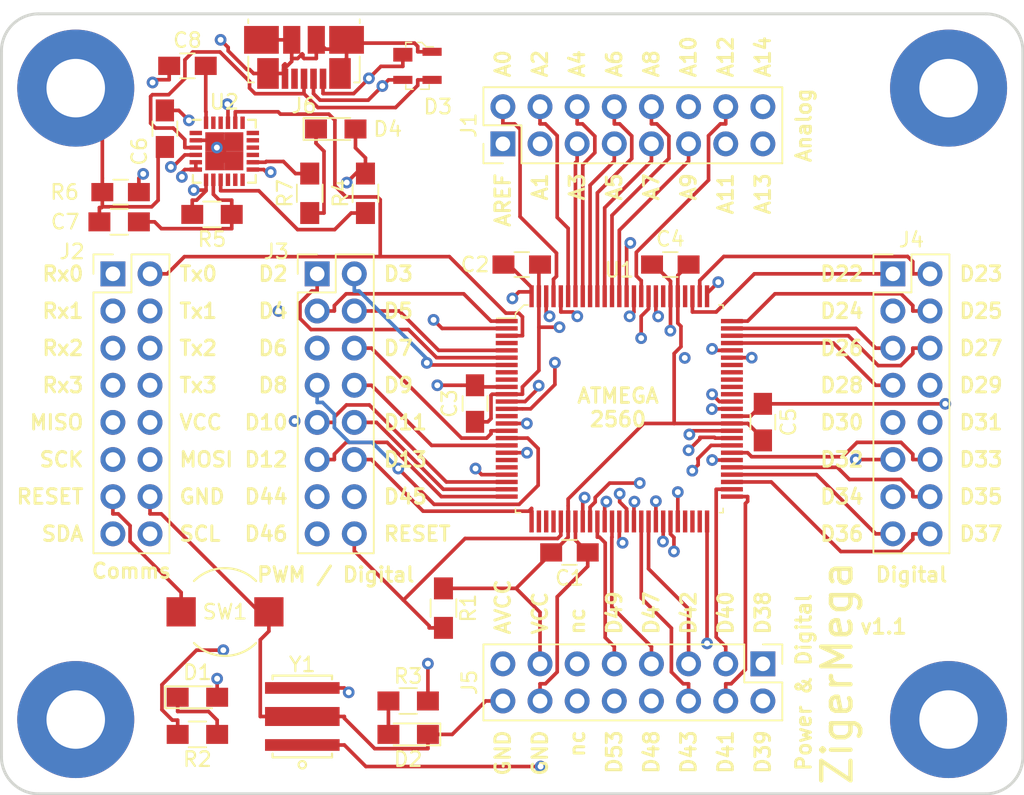
<source format=kicad_pcb>
(kicad_pcb (version 20171130) (host pcbnew "(5.0.0)")

  (general
    (thickness 1.6)
    (drawings 96)
    (tracks 887)
    (zones 0)
    (modules 33)
    (nets 123)
  )

  (page A4)
  (title_block
    (date 2019-01-26)
  )

  (layers
    (0 F.Cu mixed)
    (1 In1.Cu signal)
    (2 In2.Cu signal)
    (31 B.Cu mixed)
    (32 B.Adhes user)
    (33 F.Adhes user)
    (34 B.Paste user)
    (35 F.Paste user)
    (36 B.SilkS user)
    (37 F.SilkS user)
    (38 B.Mask user)
    (39 F.Mask user)
    (40 Dwgs.User user)
    (41 Cmts.User user)
    (42 Eco1.User user)
    (43 Eco2.User user)
    (44 Edge.Cuts user)
    (45 Margin user)
    (46 B.CrtYd user)
    (47 F.CrtYd user)
    (48 B.Fab user)
    (49 F.Fab user hide)
  )

  (setup
    (last_trace_width 0.25)
    (trace_clearance 0.2)
    (zone_clearance 0.508)
    (zone_45_only no)
    (trace_min 0.2)
    (segment_width 0.2)
    (edge_width 0.2)
    (via_size 0.8)
    (via_drill 0.4)
    (via_min_size 0.4)
    (via_min_drill 0.3)
    (uvia_size 0.3)
    (uvia_drill 0.1)
    (uvias_allowed no)
    (uvia_min_size 0.2)
    (uvia_min_drill 0.1)
    (pcb_text_width 0.2)
    (pcb_text_size 1 1)
    (mod_edge_width 0.15)
    (mod_text_size 1 1)
    (mod_text_width 0.15)
    (pad_size 1.524 1.524)
    (pad_drill 0.762)
    (pad_to_mask_clearance 0.2)
    (aux_axis_origin 0 0)
    (visible_elements 7FFFFFFF)
    (pcbplotparams
      (layerselection 0x010fc_ffffffff)
      (usegerberextensions false)
      (usegerberattributes true)
      (usegerberadvancedattributes false)
      (creategerberjobfile false)
      (excludeedgelayer false)
      (linewidth 0.150000)
      (plotframeref false)
      (viasonmask false)
      (mode 1)
      (useauxorigin false)
      (hpglpennumber 1)
      (hpglpenspeed 20)
      (hpglpendiameter 15.000000)
      (psnegative false)
      (psa4output false)
      (plotreference true)
      (plotvalue true)
      (plotinvisibletext false)
      (padsonsilk false)
      (subtractmaskfromsilk false)
      (outputformat 1)
      (mirror false)
      (drillshape 0)
      (scaleselection 1)
      (outputdirectory ""))
  )

  (net 0 "")
  (net 1 VCC)
  (net 2 GND)
  (net 3 "Net-(U1-Pad28)")
  (net 4 "Net-(U1-Pad29)")
  (net 5 "Net-(U1-Pad47)")
  (net 6 "Net-(U1-Pad48)")
  (net 7 "Net-(U1-Pad49)")
  (net 8 "Net-(U1-Pad65)")
  (net 9 "Net-(U1-Pad66)")
  (net 10 "Net-(U1-Pad67)")
  (net 11 "Net-(U1-Pad68)")
  (net 12 "Net-(U1-Pad69)")
  (net 13 "Net-(U1-Pad79)")
  (net 14 "Net-(U1-Pad4)")
  (net 15 "Net-(U1-Pad8)")
  (net 16 "Net-(U1-Pad9)")
  (net 17 "Net-(U1-Pad14)")
  (net 18 "Net-(D2-Pad2)")
  (net 19 /RESET)
  (net 20 /MOSI)
  (net 21 /SCK)
  (net 22 /XTAL1)
  (net 23 /XTAL2)
  (net 24 /A4)
  (net 25 /A3)
  (net 26 /A2)
  (net 27 /A1)
  (net 28 /A0)
  (net 29 /AREF)
  (net 30 /MOSI-D51)
  (net 31 /SCK-D52)
  (net 32 /MISO-D50)
  (net 33 /Tx3-D14)
  (net 34 /Rx3-D15)
  (net 35 /Tx2-D16)
  (net 36 /Rx2-D17)
  (net 37 /Tx1-D18)
  (net 38 /Rx1-D19)
  (net 39 /Tx0-D1)
  (net 40 /Rx0-D0)
  (net 41 /D2)
  (net 42 /D3)
  (net 43 /D4)
  (net 44 /D5)
  (net 45 /D6)
  (net 46 /D7)
  (net 47 /D8)
  (net 48 /D9)
  (net 49 /D10)
  (net 50 /D11)
  (net 51 /D12)
  (net 52 /D13)
  (net 53 /D44)
  (net 54 /D45)
  (net 55 /D46)
  (net 56 /D37)
  (net 57 /D36)
  (net 58 /D35)
  (net 59 /D34)
  (net 60 /D33)
  (net 61 /D32)
  (net 62 /D31)
  (net 63 /D30)
  (net 64 /D29)
  (net 65 /D28)
  (net 66 /D27)
  (net 67 /D26)
  (net 68 /D25)
  (net 69 /D24)
  (net 70 /D23)
  (net 71 /D22)
  (net 72 /D38)
  (net 73 /D39)
  (net 74 /D40)
  (net 75 /D41)
  (net 76 /D42)
  (net 77 /D43)
  (net 78 /D47)
  (net 79 /D48)
  (net 80 /D49)
  (net 81 /D53-SS)
  (net 82 /SDA-D20)
  (net 83 /SCL-D21)
  (net 84 /AVCC)
  (net 85 /A5)
  (net 86 /A6)
  (net 87 /A7)
  (net 88 /A8)
  (net 89 /A9)
  (net 90 /A10)
  (net 91 /A11)
  (net 92 /A12)
  (net 93 /A13)
  (net 94 /A14)
  (net 95 /A15)
  (net 96 "Net-(U1-Pad27)")
  (net 97 "Net-(J5-Pad11)")
  (net 98 "Net-(J5-Pad12)")
  (net 99 /VIO)
  (net 100 /DTR)
  (net 101 "Net-(D1-Pad1)")
  (net 102 "Net-(D3-Pad1)")
  (net 103 /VBUS)
  (net 104 "Net-(D3-Pad3)")
  (net 105 "Net-(D3-Pad4)")
  (net 106 "Net-(D4-Pad1)")
  (net 107 "Net-(J6-Pad4)")
  (net 108 "Net-(R2-Pad2)")
  (net 109 "Net-(R4-Pad1)")
  (net 110 "Net-(R5-Pad1)")
  (net 111 "Net-(R7-Pad2)")
  (net 112 "Net-(U2-Pad23)")
  (net 113 "Net-(U2-Pad22)")
  (net 114 "Net-(U2-Pad19)")
  (net 115 "Net-(U2-Pad18)")
  (net 116 "Net-(U2-Pad17)")
  (net 117 "Net-(U2-Pad16)")
  (net 118 "Net-(U2-Pad15)")
  (net 119 "Net-(U2-Pad12)")
  (net 120 "Net-(U2-Pad11)")
  (net 121 "Net-(U2-Pad10)")
  (net 122 "Net-(U2-Pad1)")

  (net_class Default "This is the default net class."
    (clearance 0.2)
    (trace_width 0.25)
    (via_dia 0.8)
    (via_drill 0.4)
    (uvia_dia 0.3)
    (uvia_drill 0.1)
    (add_net /A0)
    (add_net /A1)
    (add_net /A10)
    (add_net /A11)
    (add_net /A12)
    (add_net /A13)
    (add_net /A14)
    (add_net /A15)
    (add_net /A2)
    (add_net /A3)
    (add_net /A4)
    (add_net /A5)
    (add_net /A6)
    (add_net /A7)
    (add_net /A8)
    (add_net /A9)
    (add_net /AREF)
    (add_net /AVCC)
    (add_net /D10)
    (add_net /D11)
    (add_net /D12)
    (add_net /D13)
    (add_net /D2)
    (add_net /D22)
    (add_net /D23)
    (add_net /D24)
    (add_net /D25)
    (add_net /D26)
    (add_net /D27)
    (add_net /D28)
    (add_net /D29)
    (add_net /D3)
    (add_net /D30)
    (add_net /D31)
    (add_net /D32)
    (add_net /D33)
    (add_net /D34)
    (add_net /D35)
    (add_net /D36)
    (add_net /D37)
    (add_net /D38)
    (add_net /D39)
    (add_net /D4)
    (add_net /D40)
    (add_net /D41)
    (add_net /D42)
    (add_net /D43)
    (add_net /D44)
    (add_net /D45)
    (add_net /D46)
    (add_net /D47)
    (add_net /D48)
    (add_net /D49)
    (add_net /D5)
    (add_net /D53-SS)
    (add_net /D6)
    (add_net /D7)
    (add_net /D8)
    (add_net /D9)
    (add_net /DTR)
    (add_net /MISO-D50)
    (add_net /MOSI)
    (add_net /MOSI-D51)
    (add_net /RESET)
    (add_net /Rx0-D0)
    (add_net /Rx1-D19)
    (add_net /Rx2-D17)
    (add_net /Rx3-D15)
    (add_net /SCK)
    (add_net /SCK-D52)
    (add_net /SCL-D21)
    (add_net /SDA-D20)
    (add_net /Tx0-D1)
    (add_net /Tx1-D18)
    (add_net /Tx2-D16)
    (add_net /Tx3-D14)
    (add_net /VBUS)
    (add_net /VIO)
    (add_net /XTAL1)
    (add_net /XTAL2)
    (add_net GND)
    (add_net "Net-(D1-Pad1)")
    (add_net "Net-(D2-Pad2)")
    (add_net "Net-(D3-Pad1)")
    (add_net "Net-(D3-Pad3)")
    (add_net "Net-(D3-Pad4)")
    (add_net "Net-(D4-Pad1)")
    (add_net "Net-(J5-Pad11)")
    (add_net "Net-(J5-Pad12)")
    (add_net "Net-(J6-Pad4)")
    (add_net "Net-(R2-Pad2)")
    (add_net "Net-(R4-Pad1)")
    (add_net "Net-(R5-Pad1)")
    (add_net "Net-(R7-Pad2)")
    (add_net "Net-(U1-Pad14)")
    (add_net "Net-(U1-Pad27)")
    (add_net "Net-(U1-Pad28)")
    (add_net "Net-(U1-Pad29)")
    (add_net "Net-(U1-Pad4)")
    (add_net "Net-(U1-Pad47)")
    (add_net "Net-(U1-Pad48)")
    (add_net "Net-(U1-Pad49)")
    (add_net "Net-(U1-Pad65)")
    (add_net "Net-(U1-Pad66)")
    (add_net "Net-(U1-Pad67)")
    (add_net "Net-(U1-Pad68)")
    (add_net "Net-(U1-Pad69)")
    (add_net "Net-(U1-Pad79)")
    (add_net "Net-(U1-Pad8)")
    (add_net "Net-(U1-Pad9)")
    (add_net "Net-(U2-Pad1)")
    (add_net "Net-(U2-Pad10)")
    (add_net "Net-(U2-Pad11)")
    (add_net "Net-(U2-Pad12)")
    (add_net "Net-(U2-Pad15)")
    (add_net "Net-(U2-Pad16)")
    (add_net "Net-(U2-Pad17)")
    (add_net "Net-(U2-Pad18)")
    (add_net "Net-(U2-Pad19)")
    (add_net "Net-(U2-Pad22)")
    (add_net "Net-(U2-Pad23)")
    (add_net VCC)
  )

  (module Housings_DFN_QFN:QFN-24-1EP_4x4mm_Pitch0.5mm (layer F.Cu) (tedit 54130A77) (tstamp 5C4D8BA1)
    (at 87.63 65.278)
    (descr "24-Lead Plastic Quad Flat, No Lead Package (MJ) - 4x4x0.9 mm Body [QFN]; (see Microchip Packaging Specification 00000049BS.pdf)")
    (tags "QFN 0.5")
    (path /5C4D574C)
    (attr smd)
    (fp_text reference U2 (at 0 -3.375) (layer F.SilkS)
      (effects (font (size 1 1) (thickness 0.15)))
    )
    (fp_text value CP2102N-A01-GQFN24 (at 0 3.375) (layer F.Fab)
      (effects (font (size 1 1) (thickness 0.15)))
    )
    (fp_line (start 2.15 -2.15) (end 1.625 -2.15) (layer F.SilkS) (width 0.15))
    (fp_line (start 2.15 2.15) (end 1.625 2.15) (layer F.SilkS) (width 0.15))
    (fp_line (start -2.15 2.15) (end -1.625 2.15) (layer F.SilkS) (width 0.15))
    (fp_line (start -2.15 -2.15) (end -1.625 -2.15) (layer F.SilkS) (width 0.15))
    (fp_line (start 2.15 2.15) (end 2.15 1.625) (layer F.SilkS) (width 0.15))
    (fp_line (start -2.15 2.15) (end -2.15 1.625) (layer F.SilkS) (width 0.15))
    (fp_line (start 2.15 -2.15) (end 2.15 -1.625) (layer F.SilkS) (width 0.15))
    (fp_line (start -2.65 2.65) (end 2.65 2.65) (layer F.CrtYd) (width 0.05))
    (fp_line (start -2.65 -2.65) (end 2.65 -2.65) (layer F.CrtYd) (width 0.05))
    (fp_line (start 2.65 -2.65) (end 2.65 2.65) (layer F.CrtYd) (width 0.05))
    (fp_line (start -2.65 -2.65) (end -2.65 2.65) (layer F.CrtYd) (width 0.05))
    (fp_line (start -2 -1) (end -1 -2) (layer F.Fab) (width 0.15))
    (fp_line (start -2 2) (end -2 -1) (layer F.Fab) (width 0.15))
    (fp_line (start 2 2) (end -2 2) (layer F.Fab) (width 0.15))
    (fp_line (start 2 -2) (end 2 2) (layer F.Fab) (width 0.15))
    (fp_line (start -1 -2) (end 2 -2) (layer F.Fab) (width 0.15))
    (pad 25 smd rect (at -0.65 -0.65) (size 1.3 1.3) (layers F.Cu F.Paste F.Mask)
      (net 102 "Net-(D3-Pad1)") (solder_paste_margin_ratio -0.2))
    (pad 25 smd rect (at -0.65 0.65) (size 1.3 1.3) (layers F.Cu F.Paste F.Mask)
      (net 102 "Net-(D3-Pad1)") (solder_paste_margin_ratio -0.2))
    (pad 25 smd rect (at 0.65 -0.65) (size 1.3 1.3) (layers F.Cu F.Paste F.Mask)
      (net 102 "Net-(D3-Pad1)") (solder_paste_margin_ratio -0.2))
    (pad 25 smd rect (at 0.65 0.65) (size 1.3 1.3) (layers F.Cu F.Paste F.Mask)
      (net 102 "Net-(D3-Pad1)") (solder_paste_margin_ratio -0.2))
    (pad 24 smd rect (at -1.25 -1.95 90) (size 0.85 0.3) (layers F.Cu F.Paste F.Mask)
      (net 100 /DTR))
    (pad 23 smd rect (at -0.75 -1.95 90) (size 0.85 0.3) (layers F.Cu F.Paste F.Mask)
      (net 112 "Net-(U2-Pad23)"))
    (pad 22 smd rect (at -0.25 -1.95 90) (size 0.85 0.3) (layers F.Cu F.Paste F.Mask)
      (net 113 "Net-(U2-Pad22)"))
    (pad 21 smd rect (at 0.25 -1.95 90) (size 0.85 0.3) (layers F.Cu F.Paste F.Mask)
      (net 40 /Rx0-D0))
    (pad 20 smd rect (at 0.75 -1.95 90) (size 0.85 0.3) (layers F.Cu F.Paste F.Mask)
      (net 39 /Tx0-D1))
    (pad 19 smd rect (at 1.25 -1.95 90) (size 0.85 0.3) (layers F.Cu F.Paste F.Mask)
      (net 114 "Net-(U2-Pad19)"))
    (pad 18 smd rect (at 1.95 -1.25) (size 0.85 0.3) (layers F.Cu F.Paste F.Mask)
      (net 115 "Net-(U2-Pad18)"))
    (pad 17 smd rect (at 1.95 -0.75) (size 0.85 0.3) (layers F.Cu F.Paste F.Mask)
      (net 116 "Net-(U2-Pad17)"))
    (pad 16 smd rect (at 1.95 -0.25) (size 0.85 0.3) (layers F.Cu F.Paste F.Mask)
      (net 117 "Net-(U2-Pad16)"))
    (pad 15 smd rect (at 1.95 0.25) (size 0.85 0.3) (layers F.Cu F.Paste F.Mask)
      (net 118 "Net-(U2-Pad15)"))
    (pad 14 smd rect (at 1.95 0.75) (size 0.85 0.3) (layers F.Cu F.Paste F.Mask)
      (net 111 "Net-(R7-Pad2)"))
    (pad 13 smd rect (at 1.95 1.25) (size 0.85 0.3) (layers F.Cu F.Paste F.Mask)
      (net 108 "Net-(R2-Pad2)"))
    (pad 12 smd rect (at 1.25 1.95 90) (size 0.85 0.3) (layers F.Cu F.Paste F.Mask)
      (net 119 "Net-(U2-Pad12)"))
    (pad 11 smd rect (at 0.75 1.95 90) (size 0.85 0.3) (layers F.Cu F.Paste F.Mask)
      (net 120 "Net-(U2-Pad11)"))
    (pad 10 smd rect (at 0.25 1.95 90) (size 0.85 0.3) (layers F.Cu F.Paste F.Mask)
      (net 121 "Net-(U2-Pad10)"))
    (pad 9 smd rect (at -0.25 1.95 90) (size 0.85 0.3) (layers F.Cu F.Paste F.Mask)
      (net 109 "Net-(R4-Pad1)"))
    (pad 8 smd rect (at -0.75 1.95 90) (size 0.85 0.3) (layers F.Cu F.Paste F.Mask)
      (net 110 "Net-(R5-Pad1)"))
    (pad 7 smd rect (at -1.25 1.95 90) (size 0.85 0.3) (layers F.Cu F.Paste F.Mask)
      (net 103 /VBUS))
    (pad 6 smd rect (at -1.95 1.25) (size 0.85 0.3) (layers F.Cu F.Paste F.Mask)
      (net 99 /VIO))
    (pad 5 smd rect (at -1.95 0.75) (size 0.85 0.3) (layers F.Cu F.Paste F.Mask)
      (net 99 /VIO))
    (pad 4 smd rect (at -1.95 0.25) (size 0.85 0.3) (layers F.Cu F.Paste F.Mask)
      (net 104 "Net-(D3-Pad3)"))
    (pad 3 smd rect (at -1.95 -0.25) (size 0.85 0.3) (layers F.Cu F.Paste F.Mask)
      (net 105 "Net-(D3-Pad4)"))
    (pad 2 smd rect (at -1.95 -0.75) (size 0.85 0.3) (layers F.Cu F.Paste F.Mask)
      (net 102 "Net-(D3-Pad1)"))
    (pad 1 smd rect (at -1.95 -1.25) (size 0.85 0.3) (layers F.Cu F.Paste F.Mask)
      (net 122 "Net-(U2-Pad1)"))
    (model ${KISYS3DMOD}/Package_DFN_QFN.3dshapes/QFN-24-1EP_4x4mm_P0.5mm_EP2.6x2.6mm.wrl
      (at (xyz 0 0 0))
      (scale (xyz 1 1 1))
      (rotate (xyz 0 0 0))
    )
  )

  (module Mounting_Holes:MountingHole_4mm_Pad (layer F.Cu) (tedit 5C4E2336) (tstamp 5C4D439C)
    (at 137.16 104.14)
    (descr "Mounting Hole 4mm")
    (tags "mounting hole 4mm")
    (path /5C4D0575)
    (attr virtual)
    (fp_text reference MH3 (at 0 -5) (layer F.SilkS) hide
      (effects (font (size 1 1) (thickness 0.15)))
    )
    (fp_text value MountingHole_Pad (at 0 5) (layer F.Fab)
      (effects (font (size 1 1) (thickness 0.15)))
    )
    (fp_text user %R (at 0.3 0) (layer F.Fab)
      (effects (font (size 1 1) (thickness 0.15)))
    )
    (fp_circle (center 0 0) (end 4 0) (layer Cmts.User) (width 0.15))
    (fp_circle (center 0 0) (end 4.25 0) (layer F.CrtYd) (width 0.05))
    (pad 1 thru_hole circle (at 0 0) (size 8 8) (drill 4) (layers *.Cu *.Mask)
      (net 2 GND))
  )

  (module Mounting_Holes:MountingHole_4mm_Pad (layer F.Cu) (tedit 5C4E232A) (tstamp 5C4D4394)
    (at 137.16 60.96 180)
    (descr "Mounting Hole 4mm")
    (tags "mounting hole 4mm")
    (path /5C4D29A0)
    (attr virtual)
    (fp_text reference MH4 (at 0 -5 180) (layer F.SilkS) hide
      (effects (font (size 1 1) (thickness 0.15)))
    )
    (fp_text value MountingHole_Pad (at 0 5 180) (layer F.Fab)
      (effects (font (size 1 1) (thickness 0.15)))
    )
    (fp_circle (center 0 0) (end 4.25 0) (layer F.CrtYd) (width 0.05))
    (fp_circle (center 0 0) (end 4 0) (layer Cmts.User) (width 0.15))
    (fp_text user %R (at 0.3 0 180) (layer F.Fab)
      (effects (font (size 1 1) (thickness 0.15)))
    )
    (pad 1 thru_hole circle (at 0 0 180) (size 8 8) (drill 4) (layers *.Cu *.Mask)
      (net 2 GND))
  )

  (module Mounting_Holes:MountingHole_4mm_Pad (layer F.Cu) (tedit 5C4E2331) (tstamp 5C4D438C)
    (at 77.47 104.14)
    (descr "Mounting Hole 4mm")
    (tags "mounting hole 4mm")
    (path /5C4D04DD)
    (attr virtual)
    (fp_text reference MH1 (at 0 -5) (layer F.SilkS) hide
      (effects (font (size 1 1) (thickness 0.15)))
    )
    (fp_text value MountingHole_Pad (at 0 5) (layer F.Fab)
      (effects (font (size 1 1) (thickness 0.15)))
    )
    (fp_text user %R (at 0.3 0) (layer F.Fab)
      (effects (font (size 1 1) (thickness 0.15)))
    )
    (fp_circle (center 0 0) (end 4 0) (layer Cmts.User) (width 0.15))
    (fp_circle (center 0 0) (end 4.25 0) (layer F.CrtYd) (width 0.05))
    (pad 1 thru_hole circle (at 0 0) (size 8 8) (drill 4) (layers *.Cu *.Mask)
      (net 2 GND))
  )

  (module Mounting_Holes:MountingHole_4mm_Pad (layer F.Cu) (tedit 5C4E2323) (tstamp 5C4D4384)
    (at 77.47 60.96 180)
    (descr "Mounting Hole 4mm")
    (tags "mounting hole 4mm")
    (path /5C4D2952)
    (attr virtual)
    (fp_text reference MH2 (at 0 -5 180) (layer F.SilkS) hide
      (effects (font (size 1 1) (thickness 0.15)))
    )
    (fp_text value MountingHole_Pad (at 0 5 180) (layer F.Fab)
      (effects (font (size 1 1) (thickness 0.15)))
    )
    (fp_circle (center 0 0) (end 4.25 0) (layer F.CrtYd) (width 0.05))
    (fp_circle (center 0 0) (end 4 0) (layer Cmts.User) (width 0.15))
    (fp_text user %R (at 0.3 0 180) (layer F.Fab)
      (effects (font (size 1 1) (thickness 0.15)))
    )
    (pad 1 thru_hole circle (at 0 0 180) (size 8 8) (drill 4) (layers *.Cu *.Mask)
      (net 2 GND))
  )

  (module Pin_Headers:Pin_Header_Straight_2x08_Pitch2.54mm (layer F.Cu) (tedit 59650532) (tstamp 5C4D1F3A)
    (at 106.68 64.77 90)
    (descr "Through hole straight pin header, 2x08, 2.54mm pitch, double rows")
    (tags "Through hole pin header THT 2x08 2.54mm double row")
    (path /5C4CD088)
    (fp_text reference J1 (at 1.27 -2.33 90) (layer F.SilkS)
      (effects (font (size 1 1) (thickness 0.15)))
    )
    (fp_text value ANALOG (at 1.27 20.11 90) (layer F.Fab)
      (effects (font (size 1 1) (thickness 0.15)))
    )
    (fp_line (start 0 -1.27) (end 3.81 -1.27) (layer F.Fab) (width 0.1))
    (fp_line (start 3.81 -1.27) (end 3.81 19.05) (layer F.Fab) (width 0.1))
    (fp_line (start 3.81 19.05) (end -1.27 19.05) (layer F.Fab) (width 0.1))
    (fp_line (start -1.27 19.05) (end -1.27 0) (layer F.Fab) (width 0.1))
    (fp_line (start -1.27 0) (end 0 -1.27) (layer F.Fab) (width 0.1))
    (fp_line (start -1.33 19.11) (end 3.87 19.11) (layer F.SilkS) (width 0.12))
    (fp_line (start -1.33 1.27) (end -1.33 19.11) (layer F.SilkS) (width 0.12))
    (fp_line (start 3.87 -1.33) (end 3.87 19.11) (layer F.SilkS) (width 0.12))
    (fp_line (start -1.33 1.27) (end 1.27 1.27) (layer F.SilkS) (width 0.12))
    (fp_line (start 1.27 1.27) (end 1.27 -1.33) (layer F.SilkS) (width 0.12))
    (fp_line (start 1.27 -1.33) (end 3.87 -1.33) (layer F.SilkS) (width 0.12))
    (fp_line (start -1.33 0) (end -1.33 -1.33) (layer F.SilkS) (width 0.12))
    (fp_line (start -1.33 -1.33) (end 0 -1.33) (layer F.SilkS) (width 0.12))
    (fp_line (start -1.8 -1.8) (end -1.8 19.55) (layer F.CrtYd) (width 0.05))
    (fp_line (start -1.8 19.55) (end 4.35 19.55) (layer F.CrtYd) (width 0.05))
    (fp_line (start 4.35 19.55) (end 4.35 -1.8) (layer F.CrtYd) (width 0.05))
    (fp_line (start 4.35 -1.8) (end -1.8 -1.8) (layer F.CrtYd) (width 0.05))
    (fp_text user %R (at 1.27 8.89 180) (layer F.Fab)
      (effects (font (size 1 1) (thickness 0.15)))
    )
    (pad 1 thru_hole rect (at 0 0 90) (size 1.7 1.7) (drill 1) (layers *.Cu *.Mask)
      (net 29 /AREF))
    (pad 2 thru_hole oval (at 2.54 0 90) (size 1.7 1.7) (drill 1) (layers *.Cu *.Mask)
      (net 28 /A0))
    (pad 3 thru_hole oval (at 0 2.54 90) (size 1.7 1.7) (drill 1) (layers *.Cu *.Mask)
      (net 27 /A1))
    (pad 4 thru_hole oval (at 2.54 2.54 90) (size 1.7 1.7) (drill 1) (layers *.Cu *.Mask)
      (net 26 /A2))
    (pad 5 thru_hole oval (at 0 5.08 90) (size 1.7 1.7) (drill 1) (layers *.Cu *.Mask)
      (net 25 /A3))
    (pad 6 thru_hole oval (at 2.54 5.08 90) (size 1.7 1.7) (drill 1) (layers *.Cu *.Mask)
      (net 24 /A4))
    (pad 7 thru_hole oval (at 0 7.62 90) (size 1.7 1.7) (drill 1) (layers *.Cu *.Mask)
      (net 85 /A5))
    (pad 8 thru_hole oval (at 2.54 7.62 90) (size 1.7 1.7) (drill 1) (layers *.Cu *.Mask)
      (net 86 /A6))
    (pad 9 thru_hole oval (at 0 10.16 90) (size 1.7 1.7) (drill 1) (layers *.Cu *.Mask)
      (net 87 /A7))
    (pad 10 thru_hole oval (at 2.54 10.16 90) (size 1.7 1.7) (drill 1) (layers *.Cu *.Mask)
      (net 88 /A8))
    (pad 11 thru_hole oval (at 0 12.7 90) (size 1.7 1.7) (drill 1) (layers *.Cu *.Mask)
      (net 89 /A9))
    (pad 12 thru_hole oval (at 2.54 12.7 90) (size 1.7 1.7) (drill 1) (layers *.Cu *.Mask)
      (net 90 /A10))
    (pad 13 thru_hole oval (at 0 15.24 90) (size 1.7 1.7) (drill 1) (layers *.Cu *.Mask)
      (net 91 /A11))
    (pad 14 thru_hole oval (at 2.54 15.24 90) (size 1.7 1.7) (drill 1) (layers *.Cu *.Mask)
      (net 92 /A12))
    (pad 15 thru_hole oval (at 0 17.78 90) (size 1.7 1.7) (drill 1) (layers *.Cu *.Mask)
      (net 93 /A13))
    (pad 16 thru_hole oval (at 2.54 17.78 90) (size 1.7 1.7) (drill 1) (layers *.Cu *.Mask)
      (net 94 /A14))
    (model ${KISYS3DMOD}/Connector_PinHeader_2.54mm.3dshapes/PinHeader_2x08_P2.54mm_Vertical.step
      (at (xyz 0 0 0))
      (scale (xyz 1 1 1))
      (rotate (xyz 0 0 0))
    )
  )

  (module Resistors_SMD:R_0805_HandSoldering (layer F.Cu) (tedit 58E0A804) (tstamp 5C3FE782)
    (at 102.616 96.52 270)
    (descr "Resistor SMD 0805, hand soldering")
    (tags "resistor 0805")
    (path /5C3F99A0)
    (attr smd)
    (fp_text reference R1 (at 0 -1.7 270) (layer F.SilkS)
      (effects (font (size 1 1) (thickness 0.15)))
    )
    (fp_text value 47k (at 0 1.75 270) (layer F.Fab)
      (effects (font (size 1 1) (thickness 0.15)))
    )
    (fp_text user %R (at 0 0 270) (layer F.Fab)
      (effects (font (size 0.5 0.5) (thickness 0.075)))
    )
    (fp_line (start -1 0.62) (end -1 -0.62) (layer F.Fab) (width 0.1))
    (fp_line (start 1 0.62) (end -1 0.62) (layer F.Fab) (width 0.1))
    (fp_line (start 1 -0.62) (end 1 0.62) (layer F.Fab) (width 0.1))
    (fp_line (start -1 -0.62) (end 1 -0.62) (layer F.Fab) (width 0.1))
    (fp_line (start 0.6 0.88) (end -0.6 0.88) (layer F.SilkS) (width 0.12))
    (fp_line (start -0.6 -0.88) (end 0.6 -0.88) (layer F.SilkS) (width 0.12))
    (fp_line (start -2.35 -0.9) (end 2.35 -0.9) (layer F.CrtYd) (width 0.05))
    (fp_line (start -2.35 -0.9) (end -2.35 0.9) (layer F.CrtYd) (width 0.05))
    (fp_line (start 2.35 0.9) (end 2.35 -0.9) (layer F.CrtYd) (width 0.05))
    (fp_line (start 2.35 0.9) (end -2.35 0.9) (layer F.CrtYd) (width 0.05))
    (pad 1 smd rect (at -1.35 0 270) (size 1.5 1.3) (layers F.Cu F.Paste F.Mask)
      (net 1 VCC))
    (pad 2 smd rect (at 1.35 0 270) (size 1.5 1.3) (layers F.Cu F.Paste F.Mask)
      (net 19 /RESET))
    (model ${KISYS3DMOD}/Resistor_SMD.3dshapes/R_0805_2012Metric.wrl
      (at (xyz 0 0 0))
      (scale (xyz 1 1 1))
      (rotate (xyz 0 0 0))
    )
  )

  (module digikey-footprints:TQFP-100_14x14mm (layer F.Cu) (tedit 59A57106) (tstamp 5C3FE4AB)
    (at 114.643 82.893)
    (descr http://www.atmel.com/Images/Atmel-2549-8-bit-AVR-Microcontroller-ATmega640-1280-1281-2560-2561_datasheet.pdf)
    (path /5C3FB723)
    (fp_text reference U1 (at 0 -9.5) (layer F.SilkS)
      (effects (font (size 1 1) (thickness 0.15)))
    )
    (fp_text value ATMEGA2560-16AU (at 0 9.45) (layer F.Fab)
      (effects (font (size 1 1) (thickness 0.15)))
    )
    (fp_line (start 7 7) (end -7 7) (layer F.Fab) (width 0.1))
    (fp_line (start 7 -7) (end 7 7) (layer F.Fab) (width 0.1))
    (fp_text user %R (at 0 0) (layer F.Fab)
      (effects (font (size 1 1) (thickness 0.15)))
    )
    (fp_line (start -8.7 8.7) (end -8.7 -8.7) (layer F.CrtYd) (width 0.05))
    (fp_line (start 8.7 8.7) (end -8.7 8.7) (layer F.CrtYd) (width 0.05))
    (fp_line (start 8.7 -8.7) (end 8.7 8.7) (layer F.CrtYd) (width 0.05))
    (fp_line (start -8.7 -8.7) (end 8.7 -8.7) (layer F.CrtYd) (width 0.05))
    (fp_line (start 7.1 -7.1) (end 6.8 -7.1) (layer F.SilkS) (width 0.1))
    (fp_line (start 7.1 -7.1) (end 7.1 -6.85) (layer F.SilkS) (width 0.1))
    (fp_line (start 7.1 7.1) (end 7.1 6.8) (layer F.SilkS) (width 0.1))
    (fp_line (start 7.1 7.1) (end 6.85 7.1) (layer F.SilkS) (width 0.1))
    (fp_line (start -7.1 7.1) (end -6.75 7.1) (layer F.SilkS) (width 0.1))
    (fp_line (start -7.1 7.1) (end -7.1 6.8) (layer F.SilkS) (width 0.1))
    (fp_line (start -6.475 -7) (end -7 -6.475) (layer F.Fab) (width 0.1))
    (fp_line (start -6.475 -7) (end 7 -7) (layer F.Fab) (width 0.1))
    (fp_line (start -7 -6.475) (end -7 7) (layer F.Fab) (width 0.1))
    (fp_line (start -7.1 -6.2) (end -8.375 -6.2) (layer F.SilkS) (width 0.1))
    (fp_line (start -7.1 -6.525) (end -7.1 -6.2) (layer F.SilkS) (width 0.1))
    (fp_line (start -6.525 -7.1) (end -7.1 -6.525) (layer F.SilkS) (width 0.1))
    (fp_line (start -6.525 -7.1) (end -6.225 -7.1) (layer F.SilkS) (width 0.1))
    (pad 25 smd rect (at -7.7 6) (size 1.5 0.3) (layers F.Cu F.Paste F.Mask)
      (net 51 /D12))
    (pad 24 smd rect (at -7.7 5.5) (size 1.5 0.3) (layers F.Cu F.Paste F.Mask)
      (net 50 /D11))
    (pad 23 smd rect (at -7.7 5) (size 1.5 0.3) (layers F.Cu F.Paste F.Mask)
      (net 49 /D10))
    (pad 22 smd rect (at -7.7 4.5) (size 1.5 0.3) (layers F.Cu F.Paste F.Mask)
      (net 32 /MISO-D50))
    (pad 21 smd rect (at -7.7 4) (size 1.5 0.3) (layers F.Cu F.Paste F.Mask)
      (net 20 /MOSI))
    (pad 20 smd rect (at -7.7 3.5) (size 1.5 0.3) (layers F.Cu F.Paste F.Mask)
      (net 21 /SCK))
    (pad 19 smd rect (at -7.7 3) (size 1.5 0.3) (layers F.Cu F.Paste F.Mask)
      (net 81 /D53-SS))
    (pad 18 smd rect (at -7.7 2.5) (size 1.5 0.3) (layers F.Cu F.Paste F.Mask)
      (net 48 /D9))
    (pad 17 smd rect (at -7.7 2) (size 1.5 0.3) (layers F.Cu F.Paste F.Mask)
      (net 47 /D8))
    (pad 16 smd rect (at -7.7 1.5) (size 1.5 0.3) (layers F.Cu F.Paste F.Mask)
      (net 46 /D7))
    (pad 15 smd rect (at -7.7 1) (size 1.5 0.3) (layers F.Cu F.Paste F.Mask)
      (net 45 /D6))
    (pad 14 smd rect (at -7.7 0.5) (size 1.5 0.3) (layers F.Cu F.Paste F.Mask)
      (net 17 "Net-(U1-Pad14)"))
    (pad 13 smd rect (at -7.7 0) (size 1.5 0.3) (layers F.Cu F.Paste F.Mask)
      (net 35 /Tx2-D16))
    (pad 12 smd rect (at -7.7 -0.5) (size 1.5 0.3) (layers F.Cu F.Paste F.Mask)
      (net 36 /Rx2-D17))
    (pad 11 smd rect (at -7.7 -1) (size 1.5 0.3) (layers F.Cu F.Paste F.Mask)
      (net 2 GND))
    (pad 10 smd rect (at -7.7 -1.5) (size 1.5 0.3) (layers F.Cu F.Paste F.Mask)
      (net 1 VCC))
    (pad 9 smd rect (at -7.7 -2) (size 1.5 0.3) (layers F.Cu F.Paste F.Mask)
      (net 16 "Net-(U1-Pad9)"))
    (pad 8 smd rect (at -7.7 -2.5) (size 1.5 0.3) (layers F.Cu F.Paste F.Mask)
      (net 15 "Net-(U1-Pad8)"))
    (pad 7 smd rect (at -7.7 -3) (size 1.5 0.3) (layers F.Cu F.Paste F.Mask)
      (net 42 /D3))
    (pad 6 smd rect (at -7.7 -3.5) (size 1.5 0.3) (layers F.Cu F.Paste F.Mask)
      (net 41 /D2))
    (pad 5 smd rect (at -7.7 -4) (size 1.5 0.3) (layers F.Cu F.Paste F.Mask)
      (net 44 /D5))
    (pad 4 smd rect (at -7.7 -4.5) (size 1.5 0.3) (layers F.Cu F.Paste F.Mask)
      (net 14 "Net-(U1-Pad4)"))
    (pad 3 smd rect (at -7.7 -5) (size 1.5 0.3) (layers F.Cu F.Paste F.Mask)
      (net 39 /Tx0-D1))
    (pad 2 smd rect (at -7.7 -5.5) (size 1.5 0.3) (layers F.Cu F.Paste F.Mask)
      (net 40 /Rx0-D0))
    (pad 100 smd rect (at -6 -7.7) (size 0.3 1.5) (layers F.Cu F.Paste F.Mask)
      (net 84 /AVCC))
    (pad 99 smd rect (at -5.5 -7.7) (size 0.3 1.5) (layers F.Cu F.Paste F.Mask)
      (net 2 GND))
    (pad 98 smd rect (at -5 -7.7) (size 0.3 1.5) (layers F.Cu F.Paste F.Mask)
      (net 29 /AREF))
    (pad 97 smd rect (at -4.5 -7.7) (size 0.3 1.5) (layers F.Cu F.Paste F.Mask)
      (net 28 /A0))
    (pad 96 smd rect (at -4 -7.7) (size 0.3 1.5) (layers F.Cu F.Paste F.Mask)
      (net 27 /A1))
    (pad 95 smd rect (at -3.5 -7.7) (size 0.3 1.5) (layers F.Cu F.Paste F.Mask)
      (net 26 /A2))
    (pad 94 smd rect (at -3 -7.7) (size 0.3 1.5) (layers F.Cu F.Paste F.Mask)
      (net 25 /A3))
    (pad 93 smd rect (at -2.5 -7.7) (size 0.3 1.5) (layers F.Cu F.Paste F.Mask)
      (net 24 /A4))
    (pad 92 smd rect (at -2 -7.7) (size 0.3 1.5) (layers F.Cu F.Paste F.Mask)
      (net 85 /A5))
    (pad 91 smd rect (at -1.5 -7.7) (size 0.3 1.5) (layers F.Cu F.Paste F.Mask)
      (net 86 /A6))
    (pad 90 smd rect (at -1 -7.7) (size 0.3 1.5) (layers F.Cu F.Paste F.Mask)
      (net 87 /A7))
    (pad 89 smd rect (at -0.5 -7.7) (size 0.3 1.5) (layers F.Cu F.Paste F.Mask)
      (net 88 /A8))
    (pad 88 smd rect (at 0 -7.7) (size 0.3 1.5) (layers F.Cu F.Paste F.Mask)
      (net 89 /A9))
    (pad 87 smd rect (at 0.5 -7.7) (size 0.3 1.5) (layers F.Cu F.Paste F.Mask)
      (net 90 /A10))
    (pad 86 smd rect (at 1 -7.7) (size 0.3 1.5) (layers F.Cu F.Paste F.Mask)
      (net 91 /A11))
    (pad 85 smd rect (at 1.5 -7.7) (size 0.3 1.5) (layers F.Cu F.Paste F.Mask)
      (net 92 /A12))
    (pad 84 smd rect (at 2 -7.7) (size 0.3 1.5) (layers F.Cu F.Paste F.Mask)
      (net 93 /A13))
    (pad 83 smd rect (at 2.5 -7.7) (size 0.3 1.5) (layers F.Cu F.Paste F.Mask)
      (net 94 /A14))
    (pad 82 smd rect (at 3 -7.7) (size 0.3 1.5) (layers F.Cu F.Paste F.Mask)
      (net 95 /A15))
    (pad 81 smd rect (at 3.5 -7.7) (size 0.3 1.5) (layers F.Cu F.Paste F.Mask)
      (net 2 GND))
    (pad 80 smd rect (at 4 -7.7) (size 0.3 1.5) (layers F.Cu F.Paste F.Mask)
      (net 1 VCC))
    (pad 79 smd rect (at 4.5 -7.7) (size 0.3 1.5) (layers F.Cu F.Paste F.Mask)
      (net 13 "Net-(U1-Pad79)"))
    (pad 78 smd rect (at 5 -7.7) (size 0.3 1.5) (layers F.Cu F.Paste F.Mask)
      (net 71 /D22))
    (pad 77 smd rect (at 5.5 -7.7) (size 0.3 1.5) (layers F.Cu F.Paste F.Mask)
      (net 70 /D23))
    (pad 75 smd rect (at 7.7 -6) (size 1.5 0.3) (layers F.Cu F.Paste F.Mask)
      (net 68 /D25))
    (pad 74 smd rect (at 7.7 -5.5) (size 1.5 0.3) (layers F.Cu F.Paste F.Mask)
      (net 67 /D26))
    (pad 73 smd rect (at 7.7 -5) (size 1.5 0.3) (layers F.Cu F.Paste F.Mask)
      (net 66 /D27))
    (pad 72 smd rect (at 7.7 -4.5) (size 1.5 0.3) (layers F.Cu F.Paste F.Mask)
      (net 65 /D28))
    (pad 71 smd rect (at 7.7 -4) (size 1.5 0.3) (layers F.Cu F.Paste F.Mask)
      (net 64 /D29))
    (pad 70 smd rect (at 7.7 -3.5) (size 1.5 0.3) (layers F.Cu F.Paste F.Mask)
      (net 73 /D39))
    (pad 69 smd rect (at 7.7 -3) (size 1.5 0.3) (layers F.Cu F.Paste F.Mask)
      (net 12 "Net-(U1-Pad69)"))
    (pad 68 smd rect (at 7.7 -2.5) (size 1.5 0.3) (layers F.Cu F.Paste F.Mask)
      (net 11 "Net-(U1-Pad68)"))
    (pad 67 smd rect (at 7.7 -2) (size 1.5 0.3) (layers F.Cu F.Paste F.Mask)
      (net 10 "Net-(U1-Pad67)"))
    (pad 66 smd rect (at 7.7 -1.5) (size 1.5 0.3) (layers F.Cu F.Paste F.Mask)
      (net 9 "Net-(U1-Pad66)"))
    (pad 65 smd rect (at 7.7 -1) (size 1.5 0.3) (layers F.Cu F.Paste F.Mask)
      (net 8 "Net-(U1-Pad65)"))
    (pad 64 smd rect (at 7.7 -0.5) (size 1.5 0.3) (layers F.Cu F.Paste F.Mask)
      (net 33 /Tx3-D14))
    (pad 63 smd rect (at 7.7 0) (size 1.5 0.3) (layers F.Cu F.Paste F.Mask)
      (net 34 /Rx3-D15))
    (pad 62 smd rect (at 7.7 0.5) (size 1.5 0.3) (layers F.Cu F.Paste F.Mask)
      (net 2 GND))
    (pad 61 smd rect (at 7.7 1) (size 1.5 0.3) (layers F.Cu F.Paste F.Mask)
      (net 1 VCC))
    (pad 60 smd rect (at 7.7 1.5) (size 1.5 0.3) (layers F.Cu F.Paste F.Mask)
      (net 63 /D30))
    (pad 59 smd rect (at 7.7 2) (size 1.5 0.3) (layers F.Cu F.Paste F.Mask)
      (net 62 /D31))
    (pad 58 smd rect (at 7.7 2.5) (size 1.5 0.3) (layers F.Cu F.Paste F.Mask)
      (net 61 /D32))
    (pad 57 smd rect (at 7.7 3) (size 1.5 0.3) (layers F.Cu F.Paste F.Mask)
      (net 60 /D33))
    (pad 56 smd rect (at 7.7 3.5) (size 1.5 0.3) (layers F.Cu F.Paste F.Mask)
      (net 59 /D34))
    (pad 55 smd rect (at 7.7 4) (size 1.5 0.3) (layers F.Cu F.Paste F.Mask)
      (net 58 /D35))
    (pad 54 smd rect (at 7.7 4.5) (size 1.5 0.3) (layers F.Cu F.Paste F.Mask)
      (net 57 /D36))
    (pad 53 smd rect (at 7.7 5) (size 1.5 0.3) (layers F.Cu F.Paste F.Mask)
      (net 56 /D37))
    (pad 52 smd rect (at 7.7 5.5) (size 1.5 0.3) (layers F.Cu F.Paste F.Mask)
      (net 74 /D40))
    (pad 50 smd rect (at 6 7.7) (size 0.3 1.5) (layers F.Cu F.Paste F.Mask)
      (net 72 /D38))
    (pad 49 smd rect (at 5.5 7.7) (size 0.3 1.5) (layers F.Cu F.Paste F.Mask)
      (net 7 "Net-(U1-Pad49)"))
    (pad 48 smd rect (at 5 7.7) (size 0.3 1.5) (layers F.Cu F.Paste F.Mask)
      (net 6 "Net-(U1-Pad48)"))
    (pad 47 smd rect (at 4.5 7.7) (size 0.3 1.5) (layers F.Cu F.Paste F.Mask)
      (net 5 "Net-(U1-Pad47)"))
    (pad 46 smd rect (at 4 7.7) (size 0.3 1.5) (layers F.Cu F.Paste F.Mask)
      (net 37 /Tx1-D18))
    (pad 45 smd rect (at 3.5 7.7) (size 0.3 1.5) (layers F.Cu F.Paste F.Mask)
      (net 38 /Rx1-D19))
    (pad 44 smd rect (at 3 7.7) (size 0.3 1.5) (layers F.Cu F.Paste F.Mask)
      (net 82 /SDA-D20))
    (pad 43 smd rect (at 2.5 7.7) (size 0.3 1.5) (layers F.Cu F.Paste F.Mask)
      (net 83 /SCL-D21))
    (pad 42 smd rect (at 2 7.7) (size 0.3 1.5) (layers F.Cu F.Paste F.Mask)
      (net 76 /D42))
    (pad 41 smd rect (at 1.5 7.7) (size 0.3 1.5) (layers F.Cu F.Paste F.Mask)
      (net 77 /D43))
    (pad 40 smd rect (at 1 7.7) (size 0.3 1.5) (layers F.Cu F.Paste F.Mask)
      (net 53 /D44))
    (pad 39 smd rect (at 0.5 7.7) (size 0.3 1.5) (layers F.Cu F.Paste F.Mask)
      (net 54 /D45))
    (pad 38 smd rect (at 0 7.7) (size 0.3 1.5) (layers F.Cu F.Paste F.Mask)
      (net 55 /D46))
    (pad 37 smd rect (at -0.5 7.7) (size 0.3 1.5) (layers F.Cu F.Paste F.Mask)
      (net 78 /D47))
    (pad 36 smd rect (at -1 7.7) (size 0.3 1.5) (layers F.Cu F.Paste F.Mask)
      (net 79 /D48))
    (pad 35 smd rect (at -1.5 7.7) (size 0.3 1.5) (layers F.Cu F.Paste F.Mask)
      (net 80 /D49))
    (pad 34 smd rect (at -2 7.7) (size 0.3 1.5) (layers F.Cu F.Paste F.Mask)
      (net 22 /XTAL1))
    (pad 33 smd rect (at -2.5 7.7) (size 0.3 1.5) (layers F.Cu F.Paste F.Mask)
      (net 23 /XTAL2))
    (pad 32 smd rect (at -3 7.7) (size 0.3 1.5) (layers F.Cu F.Paste F.Mask)
      (net 2 GND))
    (pad 31 smd rect (at -3.5 7.7) (size 0.3 1.5) (layers F.Cu F.Paste F.Mask)
      (net 1 VCC))
    (pad 30 smd rect (at -4 7.7) (size 0.3 1.5) (layers F.Cu F.Paste F.Mask)
      (net 19 /RESET))
    (pad 29 smd rect (at -4.5 7.7) (size 0.3 1.5) (layers F.Cu F.Paste F.Mask)
      (net 4 "Net-(U1-Pad29)"))
    (pad 28 smd rect (at -5 7.7) (size 0.3 1.5) (layers F.Cu F.Paste F.Mask)
      (net 3 "Net-(U1-Pad28)"))
    (pad 27 smd rect (at -5.5 7.7) (size 0.3 1.5) (layers F.Cu F.Paste F.Mask)
      (net 96 "Net-(U1-Pad27)"))
    (pad 26 smd rect (at -6 7.7) (size 0.3 1.5) (layers F.Cu F.Paste F.Mask)
      (net 52 /D13))
    (pad 51 smd rect (at 7.7 6) (size 1.5 0.3) (layers F.Cu F.Paste F.Mask)
      (net 75 /D41))
    (pad 76 smd rect (at 6 -7.7) (size 0.3 1.5) (layers F.Cu F.Paste F.Mask)
      (net 69 /D24))
    (pad 1 smd rect (at -7.7 -6) (size 1.5 0.3) (layers F.Cu F.Paste F.Mask)
      (net 43 /D4))
    (model ${KISYS3DMOD}/Package_QFP.3dshapes/TQFP-100_14x14mm_P0.5mm.step
      (at (xyz 0 0 0))
      (scale (xyz 1 1 1))
      (rotate (xyz 0 0 0))
    )
  )

  (module AtmegaBreakout:AWSCR-MT (layer F.Cu) (tedit 5C3FAE80) (tstamp 5C3FF424)
    (at 92.964 103.931 90)
    (path /5C3F9F68)
    (fp_text reference Y1 (at 3.556 0 180) (layer F.SilkS)
      (effects (font (size 1 1) (thickness 0.15)))
    )
    (fp_text value "16MHz Ceramic Resonator" (at 0 -4.064 90) (layer F.Fab)
      (effects (font (size 1 1) (thickness 0.15)))
    )
    (fp_line (start -2.286 2.032) (end -2.286 -2.032) (layer F.Fab) (width 0.15))
    (fp_line (start 2.286 2.032) (end -2.286 2.032) (layer F.Fab) (width 0.15))
    (fp_line (start 2.286 -2.032) (end 2.286 2.032) (layer F.Fab) (width 0.15))
    (fp_line (start -2.286 -2.032) (end 2.286 -2.032) (layer F.Fab) (width 0.15))
    (fp_line (start 2.794 2.032) (end 2.54 2.032) (layer F.SilkS) (width 0.15))
    (fp_line (start 2.794 -2.032) (end 2.794 2.032) (layer F.SilkS) (width 0.15))
    (fp_line (start 2.54 -2.032) (end 2.794 -2.032) (layer F.SilkS) (width 0.15))
    (fp_circle (center -3.302 0) (end -3.048 0) (layer F.SilkS) (width 0.15))
    (fp_line (start -2.794 -2.032) (end -2.54 -2.032) (layer F.SilkS) (width 0.15))
    (fp_line (start -2.794 2.032) (end -2.54 2.032) (layer F.SilkS) (width 0.15))
    (fp_line (start -2.794 -2.032) (end -2.794 2.032) (layer F.SilkS) (width 0.15))
    (pad 1 smd rect (at -1.95 0 90) (size 0.8 5.1) (layers F.Cu F.Paste F.Mask)
      (net 23 /XTAL2))
    (pad 3 smd rect (at 1.95 0 90) (size 0.8 5.1) (layers F.Cu F.Paste F.Mask)
      (net 22 /XTAL1))
    (pad 2 smd rect (at 0 0 90) (size 1.3 5.1) (layers F.Cu F.Paste F.Mask)
      (net 2 GND))
    (model ${KISYS3DMOD}/resonator_awscr.wrl
      (at (xyz 0 0 0))
      (scale (xyz 2 2 2))
      (rotate (xyz 0 0 0))
    )
  )

  (module AtmegaBreakout:EVP-ASAC1A (layer F.Cu) (tedit 5C4CDFD2) (tstamp 5C3FEB33)
    (at 87.678 96.774)
    (path /5C3FB09A)
    (fp_text reference SW1 (at 0 0) (layer F.SilkS)
      (effects (font (size 1 1) (thickness 0.15)))
    )
    (fp_text value EVP-ASAC1A (at 0 -2) (layer F.Fab)
      (effects (font (size 1 1) (thickness 0.15)))
    )
    (fp_arc (start 0.001251 0.012208) (end 2.122571 -2.109112) (angle -90) (layer F.SilkS) (width 0.15))
    (fp_arc (start 0.001251 0.012208) (end -2.120069 2.133528) (angle -90) (layer F.SilkS) (width 0.15))
    (pad 2 smd rect (at 3 0) (size 2 2) (layers F.Cu F.Paste F.Mask)
      (net 2 GND))
    (pad 1 smd rect (at -3 0) (size 2 2) (layers F.Cu F.Paste F.Mask)
      (net 19 /RESET))
    (model ${KISYS3DMOD}/EVPAS-CD-B1A+ABDEF-C1A.STEP
      (at (xyz 0 0 0))
      (scale (xyz 1 1 1))
      (rotate (xyz -90 0 90))
    )
  )

  (module Capacitors_SMD:C_0805_HandSoldering (layer F.Cu) (tedit 58AA84A8) (tstamp 5C3FEF72)
    (at 111.232 92.71 180)
    (descr "Capacitor SMD 0805, hand soldering")
    (tags "capacitor 0805")
    (path /5C3FC081)
    (attr smd)
    (fp_text reference C1 (at 0 -1.75 180) (layer F.SilkS)
      (effects (font (size 1 1) (thickness 0.15)))
    )
    (fp_text value 0.1uF (at 0 1.75 180) (layer F.Fab)
      (effects (font (size 1 1) (thickness 0.15)))
    )
    (fp_text user %R (at 0 -1.75 180) (layer F.Fab)
      (effects (font (size 1 1) (thickness 0.15)))
    )
    (fp_line (start -1 0.62) (end -1 -0.62) (layer F.Fab) (width 0.1))
    (fp_line (start 1 0.62) (end -1 0.62) (layer F.Fab) (width 0.1))
    (fp_line (start 1 -0.62) (end 1 0.62) (layer F.Fab) (width 0.1))
    (fp_line (start -1 -0.62) (end 1 -0.62) (layer F.Fab) (width 0.1))
    (fp_line (start 0.5 -0.85) (end -0.5 -0.85) (layer F.SilkS) (width 0.12))
    (fp_line (start -0.5 0.85) (end 0.5 0.85) (layer F.SilkS) (width 0.12))
    (fp_line (start -2.25 -0.88) (end 2.25 -0.88) (layer F.CrtYd) (width 0.05))
    (fp_line (start -2.25 -0.88) (end -2.25 0.87) (layer F.CrtYd) (width 0.05))
    (fp_line (start 2.25 0.87) (end 2.25 -0.88) (layer F.CrtYd) (width 0.05))
    (fp_line (start 2.25 0.87) (end -2.25 0.87) (layer F.CrtYd) (width 0.05))
    (pad 1 smd rect (at -1.25 0 180) (size 1.5 1.25) (layers F.Cu F.Paste F.Mask)
      (net 2 GND))
    (pad 2 smd rect (at 1.25 0 180) (size 1.5 1.25) (layers F.Cu F.Paste F.Mask)
      (net 1 VCC))
    (model ${KISYS3DMOD}/Capacitor_SMD.3dshapes/C_0805_2012Metric.step
      (at (xyz 0 0 0))
      (scale (xyz 1 1 1))
      (rotate (xyz 0 0 0))
    )
  )

  (module Capacitors_SMD:C_0805_HandSoldering (layer F.Cu) (tedit 58AA84A8) (tstamp 5C3FEF83)
    (at 107.97 73.025 180)
    (descr "Capacitor SMD 0805, hand soldering")
    (tags "capacitor 0805")
    (path /5C3FC171)
    (attr smd)
    (fp_text reference C2 (at 3.195 0 180) (layer F.SilkS)
      (effects (font (size 1 1) (thickness 0.15)))
    )
    (fp_text value 0.1uF (at 0 1.75 180) (layer F.Fab)
      (effects (font (size 1 1) (thickness 0.15)))
    )
    (fp_text user %R (at 0 -1.75 180) (layer F.Fab)
      (effects (font (size 1 1) (thickness 0.15)))
    )
    (fp_line (start -1 0.62) (end -1 -0.62) (layer F.Fab) (width 0.1))
    (fp_line (start 1 0.62) (end -1 0.62) (layer F.Fab) (width 0.1))
    (fp_line (start 1 -0.62) (end 1 0.62) (layer F.Fab) (width 0.1))
    (fp_line (start -1 -0.62) (end 1 -0.62) (layer F.Fab) (width 0.1))
    (fp_line (start 0.5 -0.85) (end -0.5 -0.85) (layer F.SilkS) (width 0.12))
    (fp_line (start -0.5 0.85) (end 0.5 0.85) (layer F.SilkS) (width 0.12))
    (fp_line (start -2.25 -0.88) (end 2.25 -0.88) (layer F.CrtYd) (width 0.05))
    (fp_line (start -2.25 -0.88) (end -2.25 0.87) (layer F.CrtYd) (width 0.05))
    (fp_line (start 2.25 0.87) (end 2.25 -0.88) (layer F.CrtYd) (width 0.05))
    (fp_line (start 2.25 0.87) (end -2.25 0.87) (layer F.CrtYd) (width 0.05))
    (pad 1 smd rect (at -1.25 0 180) (size 1.5 1.25) (layers F.Cu F.Paste F.Mask)
      (net 2 GND))
    (pad 2 smd rect (at 1.25 0 180) (size 1.5 1.25) (layers F.Cu F.Paste F.Mask)
      (net 84 /AVCC))
    (model ${KISYS3DMOD}/Capacitor_SMD.3dshapes/C_0805_2012Metric.step
      (at (xyz 0 0 0))
      (scale (xyz 1 1 1))
      (rotate (xyz 0 0 0))
    )
  )

  (module Capacitors_SMD:C_0805_HandSoldering (layer F.Cu) (tedit 58AA84A8) (tstamp 5C3FF3AE)
    (at 104.775 82.53 90)
    (descr "Capacitor SMD 0805, hand soldering")
    (tags "capacitor 0805")
    (path /5C3FC1AF)
    (attr smd)
    (fp_text reference C3 (at 0 -1.75 90) (layer F.SilkS)
      (effects (font (size 1 1) (thickness 0.15)))
    )
    (fp_text value 0.1uF (at 0 1.75 90) (layer F.Fab)
      (effects (font (size 1 1) (thickness 0.15)))
    )
    (fp_text user %R (at 0 -1.75 90) (layer F.Fab)
      (effects (font (size 1 1) (thickness 0.15)))
    )
    (fp_line (start -1 0.62) (end -1 -0.62) (layer F.Fab) (width 0.1))
    (fp_line (start 1 0.62) (end -1 0.62) (layer F.Fab) (width 0.1))
    (fp_line (start 1 -0.62) (end 1 0.62) (layer F.Fab) (width 0.1))
    (fp_line (start -1 -0.62) (end 1 -0.62) (layer F.Fab) (width 0.1))
    (fp_line (start 0.5 -0.85) (end -0.5 -0.85) (layer F.SilkS) (width 0.12))
    (fp_line (start -0.5 0.85) (end 0.5 0.85) (layer F.SilkS) (width 0.12))
    (fp_line (start -2.25 -0.88) (end 2.25 -0.88) (layer F.CrtYd) (width 0.05))
    (fp_line (start -2.25 -0.88) (end -2.25 0.87) (layer F.CrtYd) (width 0.05))
    (fp_line (start 2.25 0.87) (end 2.25 -0.88) (layer F.CrtYd) (width 0.05))
    (fp_line (start 2.25 0.87) (end -2.25 0.87) (layer F.CrtYd) (width 0.05))
    (pad 1 smd rect (at -1.25 0 90) (size 1.5 1.25) (layers F.Cu F.Paste F.Mask)
      (net 2 GND))
    (pad 2 smd rect (at 1.25 0 90) (size 1.5 1.25) (layers F.Cu F.Paste F.Mask)
      (net 1 VCC))
    (model ${KISYS3DMOD}/Capacitor_SMD.3dshapes/C_0805_2012Metric.step
      (at (xyz 0 0 0))
      (scale (xyz 1 1 1))
      (rotate (xyz 0 0 0))
    )
  )

  (module LEDs:LED_0805_HandSoldering (layer F.Cu) (tedit 595FCA25) (tstamp 5C3FEFA9)
    (at 85.79 102.616)
    (descr "Resistor SMD 0805, hand soldering")
    (tags "resistor 0805")
    (path /5C5103A9)
    (attr smd)
    (fp_text reference D1 (at 0 -1.7) (layer F.SilkS)
      (effects (font (size 1 1) (thickness 0.15)))
    )
    (fp_text value "LED USB Rx" (at 0 1.75) (layer F.Fab)
      (effects (font (size 1 1) (thickness 0.15)))
    )
    (fp_line (start -0.4 -0.4) (end -0.4 0.4) (layer F.Fab) (width 0.1))
    (fp_line (start -0.4 0) (end 0.2 -0.4) (layer F.Fab) (width 0.1))
    (fp_line (start 0.2 0.4) (end -0.4 0) (layer F.Fab) (width 0.1))
    (fp_line (start 0.2 -0.4) (end 0.2 0.4) (layer F.Fab) (width 0.1))
    (fp_line (start -1 0.62) (end -1 -0.62) (layer F.Fab) (width 0.1))
    (fp_line (start 1 0.62) (end -1 0.62) (layer F.Fab) (width 0.1))
    (fp_line (start 1 -0.62) (end 1 0.62) (layer F.Fab) (width 0.1))
    (fp_line (start -1 -0.62) (end 1 -0.62) (layer F.Fab) (width 0.1))
    (fp_line (start 1 0.75) (end -2.2 0.75) (layer F.SilkS) (width 0.12))
    (fp_line (start -2.2 -0.75) (end 1 -0.75) (layer F.SilkS) (width 0.12))
    (fp_line (start -2.35 -0.9) (end 2.35 -0.9) (layer F.CrtYd) (width 0.05))
    (fp_line (start -2.35 -0.9) (end -2.35 0.9) (layer F.CrtYd) (width 0.05))
    (fp_line (start 2.35 0.9) (end 2.35 -0.9) (layer F.CrtYd) (width 0.05))
    (fp_line (start 2.35 0.9) (end -2.35 0.9) (layer F.CrtYd) (width 0.05))
    (fp_line (start -2.2 -0.75) (end -2.2 0.75) (layer F.SilkS) (width 0.12))
    (pad 1 smd rect (at -1.35 0) (size 1.5 1.3) (layers F.Cu F.Paste F.Mask)
      (net 101 "Net-(D1-Pad1)"))
    (pad 2 smd rect (at 1.35 0) (size 1.5 1.3) (layers F.Cu F.Paste F.Mask)
      (net 99 /VIO))
    (model ${KISYS3DMOD}/LED_SMD.3dshapes/LED_0805_2012Metric.step
      (at (xyz 0 0 0))
      (scale (xyz 1 1 1))
      (rotate (xyz 0 0 0))
    )
  )

  (module LEDs:LED_0805_HandSoldering (layer F.Cu) (tedit 595FCA25) (tstamp 5C3FEFBE)
    (at 100.203 105.156 180)
    (descr "Resistor SMD 0805, hand soldering")
    (tags "resistor 0805")
    (path /5C3FD5D1)
    (attr smd)
    (fp_text reference D2 (at 0 -1.7 180) (layer F.SilkS)
      (effects (font (size 1 1) (thickness 0.15)))
    )
    (fp_text value "LED L" (at 0 1.75 180) (layer F.Fab)
      (effects (font (size 1 1) (thickness 0.15)))
    )
    (fp_line (start -0.4 -0.4) (end -0.4 0.4) (layer F.Fab) (width 0.1))
    (fp_line (start -0.4 0) (end 0.2 -0.4) (layer F.Fab) (width 0.1))
    (fp_line (start 0.2 0.4) (end -0.4 0) (layer F.Fab) (width 0.1))
    (fp_line (start 0.2 -0.4) (end 0.2 0.4) (layer F.Fab) (width 0.1))
    (fp_line (start -1 0.62) (end -1 -0.62) (layer F.Fab) (width 0.1))
    (fp_line (start 1 0.62) (end -1 0.62) (layer F.Fab) (width 0.1))
    (fp_line (start 1 -0.62) (end 1 0.62) (layer F.Fab) (width 0.1))
    (fp_line (start -1 -0.62) (end 1 -0.62) (layer F.Fab) (width 0.1))
    (fp_line (start 1 0.75) (end -2.2 0.75) (layer F.SilkS) (width 0.12))
    (fp_line (start -2.2 -0.75) (end 1 -0.75) (layer F.SilkS) (width 0.12))
    (fp_line (start -2.35 -0.9) (end 2.35 -0.9) (layer F.CrtYd) (width 0.05))
    (fp_line (start -2.35 -0.9) (end -2.35 0.9) (layer F.CrtYd) (width 0.05))
    (fp_line (start 2.35 0.9) (end 2.35 -0.9) (layer F.CrtYd) (width 0.05))
    (fp_line (start 2.35 0.9) (end -2.35 0.9) (layer F.CrtYd) (width 0.05))
    (fp_line (start -2.2 -0.75) (end -2.2 0.75) (layer F.SilkS) (width 0.12))
    (pad 1 smd rect (at -1.35 0 180) (size 1.5 1.3) (layers F.Cu F.Paste F.Mask)
      (net 2 GND))
    (pad 2 smd rect (at 1.35 0 180) (size 1.5 1.3) (layers F.Cu F.Paste F.Mask)
      (net 18 "Net-(D2-Pad2)"))
    (model ${KISYS3DMOD}/LED_SMD.3dshapes/LED_0805_2012Metric.step
      (at (xyz 0 0 0))
      (scale (xyz 1 1 1))
      (rotate (xyz 0 0 0))
    )
  )

  (module Resistors_SMD:R_0805_HandSoldering (layer F.Cu) (tedit 58E0A804) (tstamp 5C4D24E4)
    (at 85.79 105.156 180)
    (descr "Resistor SMD 0805, hand soldering")
    (tags "resistor 0805")
    (path /5C5103FB)
    (attr smd)
    (fp_text reference R2 (at 0 -1.7 180) (layer F.SilkS)
      (effects (font (size 1 1) (thickness 0.15)))
    )
    (fp_text value 1k (at 0 1.75 180) (layer F.Fab)
      (effects (font (size 1 1) (thickness 0.15)))
    )
    (fp_text user %R (at 0 0 180) (layer F.Fab)
      (effects (font (size 0.5 0.5) (thickness 0.075)))
    )
    (fp_line (start -1 0.62) (end -1 -0.62) (layer F.Fab) (width 0.1))
    (fp_line (start 1 0.62) (end -1 0.62) (layer F.Fab) (width 0.1))
    (fp_line (start 1 -0.62) (end 1 0.62) (layer F.Fab) (width 0.1))
    (fp_line (start -1 -0.62) (end 1 -0.62) (layer F.Fab) (width 0.1))
    (fp_line (start 0.6 0.88) (end -0.6 0.88) (layer F.SilkS) (width 0.12))
    (fp_line (start -0.6 -0.88) (end 0.6 -0.88) (layer F.SilkS) (width 0.12))
    (fp_line (start -2.35 -0.9) (end 2.35 -0.9) (layer F.CrtYd) (width 0.05))
    (fp_line (start -2.35 -0.9) (end -2.35 0.9) (layer F.CrtYd) (width 0.05))
    (fp_line (start 2.35 0.9) (end 2.35 -0.9) (layer F.CrtYd) (width 0.05))
    (fp_line (start 2.35 0.9) (end -2.35 0.9) (layer F.CrtYd) (width 0.05))
    (pad 1 smd rect (at -1.35 0 180) (size 1.5 1.3) (layers F.Cu F.Paste F.Mask)
      (net 101 "Net-(D1-Pad1)"))
    (pad 2 smd rect (at 1.35 0 180) (size 1.5 1.3) (layers F.Cu F.Paste F.Mask)
      (net 108 "Net-(R2-Pad2)"))
    (model ${KISYS3DMOD}/Resistor_SMD.3dshapes/R_0805_2012Metric.wrl
      (at (xyz 0 0 0))
      (scale (xyz 1 1 1))
      (rotate (xyz 0 0 0))
    )
  )

  (module Resistors_SMD:R_0805_HandSoldering (layer F.Cu) (tedit 58E0A804) (tstamp 5C4D2E48)
    (at 100.203 102.87)
    (descr "Resistor SMD 0805, hand soldering")
    (tags "resistor 0805")
    (path /5C3FD531)
    (attr smd)
    (fp_text reference R3 (at 0 -1.7) (layer F.SilkS)
      (effects (font (size 1 1) (thickness 0.15)))
    )
    (fp_text value 1k (at 0 1.75) (layer F.Fab)
      (effects (font (size 1 1) (thickness 0.15)))
    )
    (fp_text user %R (at 0 0) (layer F.Fab)
      (effects (font (size 0.5 0.5) (thickness 0.075)))
    )
    (fp_line (start -1 0.62) (end -1 -0.62) (layer F.Fab) (width 0.1))
    (fp_line (start 1 0.62) (end -1 0.62) (layer F.Fab) (width 0.1))
    (fp_line (start 1 -0.62) (end 1 0.62) (layer F.Fab) (width 0.1))
    (fp_line (start -1 -0.62) (end 1 -0.62) (layer F.Fab) (width 0.1))
    (fp_line (start 0.6 0.88) (end -0.6 0.88) (layer F.SilkS) (width 0.12))
    (fp_line (start -0.6 -0.88) (end 0.6 -0.88) (layer F.SilkS) (width 0.12))
    (fp_line (start -2.35 -0.9) (end 2.35 -0.9) (layer F.CrtYd) (width 0.05))
    (fp_line (start -2.35 -0.9) (end -2.35 0.9) (layer F.CrtYd) (width 0.05))
    (fp_line (start 2.35 0.9) (end 2.35 -0.9) (layer F.CrtYd) (width 0.05))
    (fp_line (start 2.35 0.9) (end -2.35 0.9) (layer F.CrtYd) (width 0.05))
    (pad 1 smd rect (at -1.35 0) (size 1.5 1.3) (layers F.Cu F.Paste F.Mask)
      (net 18 "Net-(D2-Pad2)"))
    (pad 2 smd rect (at 1.35 0) (size 1.5 1.3) (layers F.Cu F.Paste F.Mask)
      (net 52 /D13))
    (model ${KISYS3DMOD}/Resistor_SMD.3dshapes/R_0805_2012Metric.wrl
      (at (xyz 0 0 0))
      (scale (xyz 1 1 1))
      (rotate (xyz 0 0 0))
    )
  )

  (module Capacitors_SMD:C_0805_HandSoldering (layer F.Cu) (tedit 58AA84A8) (tstamp 5C4D1427)
    (at 118.13 73.025)
    (descr "Capacitor SMD 0805, hand soldering")
    (tags "capacitor 0805")
    (path /5C4CE357)
    (attr smd)
    (fp_text reference C4 (at 0 -1.75) (layer F.SilkS)
      (effects (font (size 1 1) (thickness 0.15)))
    )
    (fp_text value 0.1uF (at 0 1.75) (layer F.Fab)
      (effects (font (size 1 1) (thickness 0.15)))
    )
    (fp_text user %R (at 0 -1.75) (layer F.Fab)
      (effects (font (size 1 1) (thickness 0.15)))
    )
    (fp_line (start -1 0.62) (end -1 -0.62) (layer F.Fab) (width 0.1))
    (fp_line (start 1 0.62) (end -1 0.62) (layer F.Fab) (width 0.1))
    (fp_line (start 1 -0.62) (end 1 0.62) (layer F.Fab) (width 0.1))
    (fp_line (start -1 -0.62) (end 1 -0.62) (layer F.Fab) (width 0.1))
    (fp_line (start 0.5 -0.85) (end -0.5 -0.85) (layer F.SilkS) (width 0.12))
    (fp_line (start -0.5 0.85) (end 0.5 0.85) (layer F.SilkS) (width 0.12))
    (fp_line (start -2.25 -0.88) (end 2.25 -0.88) (layer F.CrtYd) (width 0.05))
    (fp_line (start -2.25 -0.88) (end -2.25 0.87) (layer F.CrtYd) (width 0.05))
    (fp_line (start 2.25 0.87) (end 2.25 -0.88) (layer F.CrtYd) (width 0.05))
    (fp_line (start 2.25 0.87) (end -2.25 0.87) (layer F.CrtYd) (width 0.05))
    (pad 1 smd rect (at -1.25 0) (size 1.5 1.25) (layers F.Cu F.Paste F.Mask)
      (net 2 GND))
    (pad 2 smd rect (at 1.25 0) (size 1.5 1.25) (layers F.Cu F.Paste F.Mask)
      (net 1 VCC))
    (model ${KISYS3DMOD}/Capacitor_SMD.3dshapes/C_0805_2012Metric.step
      (at (xyz 0 0 0))
      (scale (xyz 1 1 1))
      (rotate (xyz 0 0 0))
    )
  )

  (module Capacitors_SMD:C_0805_HandSoldering (layer F.Cu) (tedit 58AA84A8) (tstamp 5C4D1438)
    (at 124.46 83.8 270)
    (descr "Capacitor SMD 0805, hand soldering")
    (tags "capacitor 0805")
    (path /5C4CE393)
    (attr smd)
    (fp_text reference C5 (at 0 -1.75 270) (layer F.SilkS)
      (effects (font (size 1 1) (thickness 0.15)))
    )
    (fp_text value 0.1uF (at 0 1.75 270) (layer F.Fab)
      (effects (font (size 1 1) (thickness 0.15)))
    )
    (fp_text user %R (at 0 -1.75 270) (layer F.Fab)
      (effects (font (size 1 1) (thickness 0.15)))
    )
    (fp_line (start -1 0.62) (end -1 -0.62) (layer F.Fab) (width 0.1))
    (fp_line (start 1 0.62) (end -1 0.62) (layer F.Fab) (width 0.1))
    (fp_line (start 1 -0.62) (end 1 0.62) (layer F.Fab) (width 0.1))
    (fp_line (start -1 -0.62) (end 1 -0.62) (layer F.Fab) (width 0.1))
    (fp_line (start 0.5 -0.85) (end -0.5 -0.85) (layer F.SilkS) (width 0.12))
    (fp_line (start -0.5 0.85) (end 0.5 0.85) (layer F.SilkS) (width 0.12))
    (fp_line (start -2.25 -0.88) (end 2.25 -0.88) (layer F.CrtYd) (width 0.05))
    (fp_line (start -2.25 -0.88) (end -2.25 0.87) (layer F.CrtYd) (width 0.05))
    (fp_line (start 2.25 0.87) (end 2.25 -0.88) (layer F.CrtYd) (width 0.05))
    (fp_line (start 2.25 0.87) (end -2.25 0.87) (layer F.CrtYd) (width 0.05))
    (pad 1 smd rect (at -1.25 0 270) (size 1.5 1.25) (layers F.Cu F.Paste F.Mask)
      (net 2 GND))
    (pad 2 smd rect (at 1.25 0 270) (size 1.5 1.25) (layers F.Cu F.Paste F.Mask)
      (net 1 VCC))
    (model ${KISYS3DMOD}/Capacitor_SMD.3dshapes/C_0805_2012Metric.step
      (at (xyz 0 0 0))
      (scale (xyz 1 1 1))
      (rotate (xyz 0 0 0))
    )
  )

  (module Pin_Headers:Pin_Header_Straight_2x08_Pitch2.54mm (layer F.Cu) (tedit 59650532) (tstamp 5C4D145E)
    (at 80.01 73.66)
    (descr "Through hole straight pin header, 2x08, 2.54mm pitch, double rows")
    (tags "Through hole pin header THT 2x08 2.54mm double row")
    (path /5C4DE7E9)
    (fp_text reference J2 (at -2.794 -1.524) (layer F.SilkS)
      (effects (font (size 1 1) (thickness 0.15)))
    )
    (fp_text value "POWER and COMMS" (at 1.27 20.11) (layer F.Fab)
      (effects (font (size 1 1) (thickness 0.15)))
    )
    (fp_line (start 0 -1.27) (end 3.81 -1.27) (layer F.Fab) (width 0.1))
    (fp_line (start 3.81 -1.27) (end 3.81 19.05) (layer F.Fab) (width 0.1))
    (fp_line (start 3.81 19.05) (end -1.27 19.05) (layer F.Fab) (width 0.1))
    (fp_line (start -1.27 19.05) (end -1.27 0) (layer F.Fab) (width 0.1))
    (fp_line (start -1.27 0) (end 0 -1.27) (layer F.Fab) (width 0.1))
    (fp_line (start -1.33 19.11) (end 3.87 19.11) (layer F.SilkS) (width 0.12))
    (fp_line (start -1.33 1.27) (end -1.33 19.11) (layer F.SilkS) (width 0.12))
    (fp_line (start 3.87 -1.33) (end 3.87 19.11) (layer F.SilkS) (width 0.12))
    (fp_line (start -1.33 1.27) (end 1.27 1.27) (layer F.SilkS) (width 0.12))
    (fp_line (start 1.27 1.27) (end 1.27 -1.33) (layer F.SilkS) (width 0.12))
    (fp_line (start 1.27 -1.33) (end 3.87 -1.33) (layer F.SilkS) (width 0.12))
    (fp_line (start -1.33 0) (end -1.33 -1.33) (layer F.SilkS) (width 0.12))
    (fp_line (start -1.33 -1.33) (end 0 -1.33) (layer F.SilkS) (width 0.12))
    (fp_line (start -1.8 -1.8) (end -1.8 19.55) (layer F.CrtYd) (width 0.05))
    (fp_line (start -1.8 19.55) (end 4.35 19.55) (layer F.CrtYd) (width 0.05))
    (fp_line (start 4.35 19.55) (end 4.35 -1.8) (layer F.CrtYd) (width 0.05))
    (fp_line (start 4.35 -1.8) (end -1.8 -1.8) (layer F.CrtYd) (width 0.05))
    (fp_text user %R (at 1.27 8.89 90) (layer F.Fab)
      (effects (font (size 1 1) (thickness 0.15)))
    )
    (pad 1 thru_hole rect (at 0 0) (size 1.7 1.7) (drill 1) (layers *.Cu *.Mask)
      (net 40 /Rx0-D0))
    (pad 2 thru_hole oval (at 2.54 0) (size 1.7 1.7) (drill 1) (layers *.Cu *.Mask)
      (net 39 /Tx0-D1))
    (pad 3 thru_hole oval (at 0 2.54) (size 1.7 1.7) (drill 1) (layers *.Cu *.Mask)
      (net 38 /Rx1-D19))
    (pad 4 thru_hole oval (at 2.54 2.54) (size 1.7 1.7) (drill 1) (layers *.Cu *.Mask)
      (net 37 /Tx1-D18))
    (pad 5 thru_hole oval (at 0 5.08) (size 1.7 1.7) (drill 1) (layers *.Cu *.Mask)
      (net 36 /Rx2-D17))
    (pad 6 thru_hole oval (at 2.54 5.08) (size 1.7 1.7) (drill 1) (layers *.Cu *.Mask)
      (net 35 /Tx2-D16))
    (pad 7 thru_hole oval (at 0 7.62) (size 1.7 1.7) (drill 1) (layers *.Cu *.Mask)
      (net 34 /Rx3-D15))
    (pad 8 thru_hole oval (at 2.54 7.62) (size 1.7 1.7) (drill 1) (layers *.Cu *.Mask)
      (net 33 /Tx3-D14))
    (pad 9 thru_hole oval (at 0 10.16) (size 1.7 1.7) (drill 1) (layers *.Cu *.Mask)
      (net 32 /MISO-D50))
    (pad 10 thru_hole oval (at 2.54 10.16) (size 1.7 1.7) (drill 1) (layers *.Cu *.Mask)
      (net 1 VCC))
    (pad 11 thru_hole oval (at 0 12.7) (size 1.7 1.7) (drill 1) (layers *.Cu *.Mask)
      (net 31 /SCK-D52))
    (pad 12 thru_hole oval (at 2.54 12.7) (size 1.7 1.7) (drill 1) (layers *.Cu *.Mask)
      (net 30 /MOSI-D51))
    (pad 13 thru_hole oval (at 0 15.24) (size 1.7 1.7) (drill 1) (layers *.Cu *.Mask)
      (net 19 /RESET))
    (pad 14 thru_hole oval (at 2.54 15.24) (size 1.7 1.7) (drill 1) (layers *.Cu *.Mask)
      (net 2 GND))
    (pad 15 thru_hole oval (at 0 17.78) (size 1.7 1.7) (drill 1) (layers *.Cu *.Mask)
      (net 82 /SDA-D20))
    (pad 16 thru_hole oval (at 2.54 17.78) (size 1.7 1.7) (drill 1) (layers *.Cu *.Mask)
      (net 83 /SCL-D21))
    (model ${KISYS3DMOD}/Connector_PinHeader_2.54mm.3dshapes/PinHeader_2x08_P2.54mm_Vertical.step
      (at (xyz 0 0 0))
      (scale (xyz 1 1 1))
      (rotate (xyz 0 0 0))
    )
  )

  (module Pin_Headers:Pin_Header_Straight_2x08_Pitch2.54mm (layer F.Cu) (tedit 59650532) (tstamp 5C4D1484)
    (at 93.98 73.66)
    (descr "Through hole straight pin header, 2x08, 2.54mm pitch, double rows")
    (tags "Through hole pin header THT 2x08 2.54mm double row")
    (path /5C4D2479)
    (fp_text reference J3 (at -2.794 -1.524) (layer F.SilkS)
      (effects (font (size 1 1) (thickness 0.15)))
    )
    (fp_text value DIGITAL1 (at 1.27 20.11) (layer F.Fab)
      (effects (font (size 1 1) (thickness 0.15)))
    )
    (fp_line (start 0 -1.27) (end 3.81 -1.27) (layer F.Fab) (width 0.1))
    (fp_line (start 3.81 -1.27) (end 3.81 19.05) (layer F.Fab) (width 0.1))
    (fp_line (start 3.81 19.05) (end -1.27 19.05) (layer F.Fab) (width 0.1))
    (fp_line (start -1.27 19.05) (end -1.27 0) (layer F.Fab) (width 0.1))
    (fp_line (start -1.27 0) (end 0 -1.27) (layer F.Fab) (width 0.1))
    (fp_line (start -1.33 19.11) (end 3.87 19.11) (layer F.SilkS) (width 0.12))
    (fp_line (start -1.33 1.27) (end -1.33 19.11) (layer F.SilkS) (width 0.12))
    (fp_line (start 3.87 -1.33) (end 3.87 19.11) (layer F.SilkS) (width 0.12))
    (fp_line (start -1.33 1.27) (end 1.27 1.27) (layer F.SilkS) (width 0.12))
    (fp_line (start 1.27 1.27) (end 1.27 -1.33) (layer F.SilkS) (width 0.12))
    (fp_line (start 1.27 -1.33) (end 3.87 -1.33) (layer F.SilkS) (width 0.12))
    (fp_line (start -1.33 0) (end -1.33 -1.33) (layer F.SilkS) (width 0.12))
    (fp_line (start -1.33 -1.33) (end 0 -1.33) (layer F.SilkS) (width 0.12))
    (fp_line (start -1.8 -1.8) (end -1.8 19.55) (layer F.CrtYd) (width 0.05))
    (fp_line (start -1.8 19.55) (end 4.35 19.55) (layer F.CrtYd) (width 0.05))
    (fp_line (start 4.35 19.55) (end 4.35 -1.8) (layer F.CrtYd) (width 0.05))
    (fp_line (start 4.35 -1.8) (end -1.8 -1.8) (layer F.CrtYd) (width 0.05))
    (fp_text user %R (at 1.27 8.89 90) (layer F.Fab)
      (effects (font (size 1 1) (thickness 0.15)))
    )
    (pad 1 thru_hole rect (at 0 0) (size 1.7 1.7) (drill 1) (layers *.Cu *.Mask)
      (net 41 /D2))
    (pad 2 thru_hole oval (at 2.54 0) (size 1.7 1.7) (drill 1) (layers *.Cu *.Mask)
      (net 42 /D3))
    (pad 3 thru_hole oval (at 0 2.54) (size 1.7 1.7) (drill 1) (layers *.Cu *.Mask)
      (net 43 /D4))
    (pad 4 thru_hole oval (at 2.54 2.54) (size 1.7 1.7) (drill 1) (layers *.Cu *.Mask)
      (net 44 /D5))
    (pad 5 thru_hole oval (at 0 5.08) (size 1.7 1.7) (drill 1) (layers *.Cu *.Mask)
      (net 45 /D6))
    (pad 6 thru_hole oval (at 2.54 5.08) (size 1.7 1.7) (drill 1) (layers *.Cu *.Mask)
      (net 46 /D7))
    (pad 7 thru_hole oval (at 0 7.62) (size 1.7 1.7) (drill 1) (layers *.Cu *.Mask)
      (net 47 /D8))
    (pad 8 thru_hole oval (at 2.54 7.62) (size 1.7 1.7) (drill 1) (layers *.Cu *.Mask)
      (net 48 /D9))
    (pad 9 thru_hole oval (at 0 10.16) (size 1.7 1.7) (drill 1) (layers *.Cu *.Mask)
      (net 49 /D10))
    (pad 10 thru_hole oval (at 2.54 10.16) (size 1.7 1.7) (drill 1) (layers *.Cu *.Mask)
      (net 50 /D11))
    (pad 11 thru_hole oval (at 0 12.7) (size 1.7 1.7) (drill 1) (layers *.Cu *.Mask)
      (net 51 /D12))
    (pad 12 thru_hole oval (at 2.54 12.7) (size 1.7 1.7) (drill 1) (layers *.Cu *.Mask)
      (net 52 /D13))
    (pad 13 thru_hole oval (at 0 15.24) (size 1.7 1.7) (drill 1) (layers *.Cu *.Mask)
      (net 53 /D44))
    (pad 14 thru_hole oval (at 2.54 15.24) (size 1.7 1.7) (drill 1) (layers *.Cu *.Mask)
      (net 54 /D45))
    (pad 15 thru_hole oval (at 0 17.78) (size 1.7 1.7) (drill 1) (layers *.Cu *.Mask)
      (net 55 /D46))
    (pad 16 thru_hole oval (at 2.54 17.78) (size 1.7 1.7) (drill 1) (layers *.Cu *.Mask)
      (net 19 /RESET))
    (model ${KISYS3DMOD}/Connector_PinHeader_2.54mm.3dshapes/PinHeader_2x08_P2.54mm_Vertical.step
      (at (xyz 0 0 0))
      (scale (xyz 1 1 1))
      (rotate (xyz 0 0 0))
    )
  )

  (module Pin_Headers:Pin_Header_Straight_2x08_Pitch2.54mm (layer F.Cu) (tedit 59650532) (tstamp 5C4D27B0)
    (at 133.35 73.66)
    (descr "Through hole straight pin header, 2x08, 2.54mm pitch, double rows")
    (tags "Through hole pin header THT 2x08 2.54mm double row")
    (path /5C4D7510)
    (fp_text reference J4 (at 1.27 -2.33) (layer F.SilkS)
      (effects (font (size 1 1) (thickness 0.15)))
    )
    (fp_text value DIGITAL2 (at 1.27 20.11) (layer F.Fab)
      (effects (font (size 1 1) (thickness 0.15)))
    )
    (fp_line (start 0 -1.27) (end 3.81 -1.27) (layer F.Fab) (width 0.1))
    (fp_line (start 3.81 -1.27) (end 3.81 19.05) (layer F.Fab) (width 0.1))
    (fp_line (start 3.81 19.05) (end -1.27 19.05) (layer F.Fab) (width 0.1))
    (fp_line (start -1.27 19.05) (end -1.27 0) (layer F.Fab) (width 0.1))
    (fp_line (start -1.27 0) (end 0 -1.27) (layer F.Fab) (width 0.1))
    (fp_line (start -1.33 19.11) (end 3.87 19.11) (layer F.SilkS) (width 0.12))
    (fp_line (start -1.33 1.27) (end -1.33 19.11) (layer F.SilkS) (width 0.12))
    (fp_line (start 3.87 -1.33) (end 3.87 19.11) (layer F.SilkS) (width 0.12))
    (fp_line (start -1.33 1.27) (end 1.27 1.27) (layer F.SilkS) (width 0.12))
    (fp_line (start 1.27 1.27) (end 1.27 -1.33) (layer F.SilkS) (width 0.12))
    (fp_line (start 1.27 -1.33) (end 3.87 -1.33) (layer F.SilkS) (width 0.12))
    (fp_line (start -1.33 0) (end -1.33 -1.33) (layer F.SilkS) (width 0.12))
    (fp_line (start -1.33 -1.33) (end 0 -1.33) (layer F.SilkS) (width 0.12))
    (fp_line (start -1.8 -1.8) (end -1.8 19.55) (layer F.CrtYd) (width 0.05))
    (fp_line (start -1.8 19.55) (end 4.35 19.55) (layer F.CrtYd) (width 0.05))
    (fp_line (start 4.35 19.55) (end 4.35 -1.8) (layer F.CrtYd) (width 0.05))
    (fp_line (start 4.35 -1.8) (end -1.8 -1.8) (layer F.CrtYd) (width 0.05))
    (fp_text user %R (at 1.27 8.89 90) (layer F.Fab)
      (effects (font (size 1 1) (thickness 0.15)))
    )
    (pad 1 thru_hole rect (at 0 0) (size 1.7 1.7) (drill 1) (layers *.Cu *.Mask)
      (net 71 /D22))
    (pad 2 thru_hole oval (at 2.54 0) (size 1.7 1.7) (drill 1) (layers *.Cu *.Mask)
      (net 70 /D23))
    (pad 3 thru_hole oval (at 0 2.54) (size 1.7 1.7) (drill 1) (layers *.Cu *.Mask)
      (net 69 /D24))
    (pad 4 thru_hole oval (at 2.54 2.54) (size 1.7 1.7) (drill 1) (layers *.Cu *.Mask)
      (net 68 /D25))
    (pad 5 thru_hole oval (at 0 5.08) (size 1.7 1.7) (drill 1) (layers *.Cu *.Mask)
      (net 67 /D26))
    (pad 6 thru_hole oval (at 2.54 5.08) (size 1.7 1.7) (drill 1) (layers *.Cu *.Mask)
      (net 66 /D27))
    (pad 7 thru_hole oval (at 0 7.62) (size 1.7 1.7) (drill 1) (layers *.Cu *.Mask)
      (net 65 /D28))
    (pad 8 thru_hole oval (at 2.54 7.62) (size 1.7 1.7) (drill 1) (layers *.Cu *.Mask)
      (net 64 /D29))
    (pad 9 thru_hole oval (at 0 10.16) (size 1.7 1.7) (drill 1) (layers *.Cu *.Mask)
      (net 63 /D30))
    (pad 10 thru_hole oval (at 2.54 10.16) (size 1.7 1.7) (drill 1) (layers *.Cu *.Mask)
      (net 62 /D31))
    (pad 11 thru_hole oval (at 0 12.7) (size 1.7 1.7) (drill 1) (layers *.Cu *.Mask)
      (net 61 /D32))
    (pad 12 thru_hole oval (at 2.54 12.7) (size 1.7 1.7) (drill 1) (layers *.Cu *.Mask)
      (net 60 /D33))
    (pad 13 thru_hole oval (at 0 15.24) (size 1.7 1.7) (drill 1) (layers *.Cu *.Mask)
      (net 59 /D34))
    (pad 14 thru_hole oval (at 2.54 15.24) (size 1.7 1.7) (drill 1) (layers *.Cu *.Mask)
      (net 58 /D35))
    (pad 15 thru_hole oval (at 0 17.78) (size 1.7 1.7) (drill 1) (layers *.Cu *.Mask)
      (net 57 /D36))
    (pad 16 thru_hole oval (at 2.54 17.78) (size 1.7 1.7) (drill 1) (layers *.Cu *.Mask)
      (net 56 /D37))
    (model ${KISYS3DMOD}/Connector_PinHeader_2.54mm.3dshapes/PinHeader_2x08_P2.54mm_Vertical.step
      (at (xyz 0 0 0))
      (scale (xyz 1 1 1))
      (rotate (xyz 0 0 0))
    )
  )

  (module Pin_Headers:Pin_Header_Straight_2x08_Pitch2.54mm (layer F.Cu) (tedit 59650532) (tstamp 5C4D2215)
    (at 124.46 100.33 270)
    (descr "Through hole straight pin header, 2x08, 2.54mm pitch, double rows")
    (tags "Through hole pin header THT 2x08 2.54mm double row")
    (path /5C4DD3A9)
    (fp_text reference J5 (at 1.27 20.066 270) (layer F.SilkS)
      (effects (font (size 1 1) (thickness 0.15)))
    )
    (fp_text value DIGITAL3 (at 1.27 20.11 270) (layer F.Fab)
      (effects (font (size 1 1) (thickness 0.15)))
    )
    (fp_line (start 0 -1.27) (end 3.81 -1.27) (layer F.Fab) (width 0.1))
    (fp_line (start 3.81 -1.27) (end 3.81 19.05) (layer F.Fab) (width 0.1))
    (fp_line (start 3.81 19.05) (end -1.27 19.05) (layer F.Fab) (width 0.1))
    (fp_line (start -1.27 19.05) (end -1.27 0) (layer F.Fab) (width 0.1))
    (fp_line (start -1.27 0) (end 0 -1.27) (layer F.Fab) (width 0.1))
    (fp_line (start -1.33 19.11) (end 3.87 19.11) (layer F.SilkS) (width 0.12))
    (fp_line (start -1.33 1.27) (end -1.33 19.11) (layer F.SilkS) (width 0.12))
    (fp_line (start 3.87 -1.33) (end 3.87 19.11) (layer F.SilkS) (width 0.12))
    (fp_line (start -1.33 1.27) (end 1.27 1.27) (layer F.SilkS) (width 0.12))
    (fp_line (start 1.27 1.27) (end 1.27 -1.33) (layer F.SilkS) (width 0.12))
    (fp_line (start 1.27 -1.33) (end 3.87 -1.33) (layer F.SilkS) (width 0.12))
    (fp_line (start -1.33 0) (end -1.33 -1.33) (layer F.SilkS) (width 0.12))
    (fp_line (start -1.33 -1.33) (end 0 -1.33) (layer F.SilkS) (width 0.12))
    (fp_line (start -1.8 -1.8) (end -1.8 19.55) (layer F.CrtYd) (width 0.05))
    (fp_line (start -1.8 19.55) (end 4.35 19.55) (layer F.CrtYd) (width 0.05))
    (fp_line (start 4.35 19.55) (end 4.35 -1.8) (layer F.CrtYd) (width 0.05))
    (fp_line (start 4.35 -1.8) (end -1.8 -1.8) (layer F.CrtYd) (width 0.05))
    (fp_text user %R (at 1.27 8.89) (layer F.Fab)
      (effects (font (size 1 1) (thickness 0.15)))
    )
    (pad 1 thru_hole rect (at 0 0 270) (size 1.7 1.7) (drill 1) (layers *.Cu *.Mask)
      (net 72 /D38))
    (pad 2 thru_hole oval (at 2.54 0 270) (size 1.7 1.7) (drill 1) (layers *.Cu *.Mask)
      (net 73 /D39))
    (pad 3 thru_hole oval (at 0 2.54 270) (size 1.7 1.7) (drill 1) (layers *.Cu *.Mask)
      (net 74 /D40))
    (pad 4 thru_hole oval (at 2.54 2.54 270) (size 1.7 1.7) (drill 1) (layers *.Cu *.Mask)
      (net 75 /D41))
    (pad 5 thru_hole oval (at 0 5.08 270) (size 1.7 1.7) (drill 1) (layers *.Cu *.Mask)
      (net 76 /D42))
    (pad 6 thru_hole oval (at 2.54 5.08 270) (size 1.7 1.7) (drill 1) (layers *.Cu *.Mask)
      (net 77 /D43))
    (pad 7 thru_hole oval (at 0 7.62 270) (size 1.7 1.7) (drill 1) (layers *.Cu *.Mask)
      (net 78 /D47))
    (pad 8 thru_hole oval (at 2.54 7.62 270) (size 1.7 1.7) (drill 1) (layers *.Cu *.Mask)
      (net 79 /D48))
    (pad 9 thru_hole oval (at 0 10.16 270) (size 1.7 1.7) (drill 1) (layers *.Cu *.Mask)
      (net 80 /D49))
    (pad 10 thru_hole oval (at 2.54 10.16 270) (size 1.7 1.7) (drill 1) (layers *.Cu *.Mask)
      (net 81 /D53-SS))
    (pad 11 thru_hole oval (at 0 12.7 270) (size 1.7 1.7) (drill 1) (layers *.Cu *.Mask)
      (net 97 "Net-(J5-Pad11)"))
    (pad 12 thru_hole oval (at 2.54 12.7 270) (size 1.7 1.7) (drill 1) (layers *.Cu *.Mask)
      (net 98 "Net-(J5-Pad12)"))
    (pad 13 thru_hole oval (at 0 15.24 270) (size 1.7 1.7) (drill 1) (layers *.Cu *.Mask)
      (net 1 VCC))
    (pad 14 thru_hole oval (at 2.54 15.24 270) (size 1.7 1.7) (drill 1) (layers *.Cu *.Mask)
      (net 2 GND))
    (pad 15 thru_hole oval (at 0 17.78 270) (size 1.7 1.7) (drill 1) (layers *.Cu *.Mask)
      (net 84 /AVCC))
    (pad 16 thru_hole oval (at 2.54 17.78 270) (size 1.7 1.7) (drill 1) (layers *.Cu *.Mask)
      (net 2 GND))
    (model ${KISYS3DMOD}/Connector_PinHeader_2.54mm.3dshapes/PinHeader_2x08_P2.54mm_Vertical.step
      (at (xyz 0 0 0))
      (scale (xyz 1 1 1))
      (rotate (xyz 0 0 0))
    )
  )

  (module Capacitors_SMD:C_0805_HandSoldering (layer F.Cu) (tedit 58AA84A8) (tstamp 5C4D4274)
    (at 83.566 63.734 90)
    (descr "Capacitor SMD 0805, hand soldering")
    (tags "capacitor 0805")
    (path /5C4D9885)
    (attr smd)
    (fp_text reference C6 (at -1.544 -1.75 90) (layer F.SilkS)
      (effects (font (size 1 1) (thickness 0.15)))
    )
    (fp_text value 0.1uF (at 0 1.75 90) (layer F.Fab)
      (effects (font (size 1 1) (thickness 0.15)))
    )
    (fp_line (start 2.25 0.87) (end -2.25 0.87) (layer F.CrtYd) (width 0.05))
    (fp_line (start 2.25 0.87) (end 2.25 -0.88) (layer F.CrtYd) (width 0.05))
    (fp_line (start -2.25 -0.88) (end -2.25 0.87) (layer F.CrtYd) (width 0.05))
    (fp_line (start -2.25 -0.88) (end 2.25 -0.88) (layer F.CrtYd) (width 0.05))
    (fp_line (start -0.5 0.85) (end 0.5 0.85) (layer F.SilkS) (width 0.12))
    (fp_line (start 0.5 -0.85) (end -0.5 -0.85) (layer F.SilkS) (width 0.12))
    (fp_line (start -1 -0.62) (end 1 -0.62) (layer F.Fab) (width 0.1))
    (fp_line (start 1 -0.62) (end 1 0.62) (layer F.Fab) (width 0.1))
    (fp_line (start 1 0.62) (end -1 0.62) (layer F.Fab) (width 0.1))
    (fp_line (start -1 0.62) (end -1 -0.62) (layer F.Fab) (width 0.1))
    (fp_text user %R (at 0 -1.75 90) (layer F.Fab)
      (effects (font (size 1 1) (thickness 0.15)))
    )
    (pad 2 smd rect (at 1.25 0 90) (size 1.5 1.25) (layers F.Cu F.Paste F.Mask)
      (net 99 /VIO))
    (pad 1 smd rect (at -1.25 0 90) (size 1.5 1.25) (layers F.Cu F.Paste F.Mask)
      (net 2 GND))
    (model ${KISYS3DMOD}/Capacitor_SMD.3dshapes/C_0805_2012Metric.step
      (at (xyz 0 0 0))
      (scale (xyz 1 1 1))
      (rotate (xyz 0 0 0))
    )
  )

  (module Capacitors_SMD:C_0805_HandSoldering (layer F.Cu) (tedit 58AA84A8) (tstamp 5C4D4285)
    (at 80.538 68.072 180)
    (descr "Capacitor SMD 0805, hand soldering")
    (tags "capacitor 0805")
    (path /5C4D9971)
    (attr smd)
    (fp_text reference C7 (at 3.79 -2.032 180) (layer F.SilkS)
      (effects (font (size 1 1) (thickness 0.15)))
    )
    (fp_text value 4.7uF (at 0 1.75 180) (layer F.Fab)
      (effects (font (size 1 1) (thickness 0.15)))
    )
    (fp_text user %R (at 0 -1.75 180) (layer F.Fab)
      (effects (font (size 1 1) (thickness 0.15)))
    )
    (fp_line (start -1 0.62) (end -1 -0.62) (layer F.Fab) (width 0.1))
    (fp_line (start 1 0.62) (end -1 0.62) (layer F.Fab) (width 0.1))
    (fp_line (start 1 -0.62) (end 1 0.62) (layer F.Fab) (width 0.1))
    (fp_line (start -1 -0.62) (end 1 -0.62) (layer F.Fab) (width 0.1))
    (fp_line (start 0.5 -0.85) (end -0.5 -0.85) (layer F.SilkS) (width 0.12))
    (fp_line (start -0.5 0.85) (end 0.5 0.85) (layer F.SilkS) (width 0.12))
    (fp_line (start -2.25 -0.88) (end 2.25 -0.88) (layer F.CrtYd) (width 0.05))
    (fp_line (start -2.25 -0.88) (end -2.25 0.87) (layer F.CrtYd) (width 0.05))
    (fp_line (start 2.25 0.87) (end 2.25 -0.88) (layer F.CrtYd) (width 0.05))
    (fp_line (start 2.25 0.87) (end -2.25 0.87) (layer F.CrtYd) (width 0.05))
    (pad 1 smd rect (at -1.25 0 180) (size 1.5 1.25) (layers F.Cu F.Paste F.Mask)
      (net 99 /VIO))
    (pad 2 smd rect (at 1.25 0 180) (size 1.5 1.25) (layers F.Cu F.Paste F.Mask)
      (net 2 GND))
    (model ${KISYS3DMOD}/Resistor_SMD.3dshapes/R_0805_2012Metric.wrl
      (at (xyz 0 0 0))
      (scale (xyz 1 1 1))
      (rotate (xyz 0 0 0))
    )
  )

  (module Capacitors_SMD:C_0805_HandSoldering (layer F.Cu) (tedit 58AA84A8) (tstamp 5C4D4296)
    (at 85.11 59.436)
    (descr "Capacitor SMD 0805, hand soldering")
    (tags "capacitor 0805")
    (path /5C4D6C70)
    (attr smd)
    (fp_text reference C8 (at 0 -1.75) (layer F.SilkS)
      (effects (font (size 1 1) (thickness 0.15)))
    )
    (fp_text value 0.1uF (at 0 1.75) (layer F.Fab)
      (effects (font (size 1 1) (thickness 0.15)))
    )
    (fp_line (start 2.25 0.87) (end -2.25 0.87) (layer F.CrtYd) (width 0.05))
    (fp_line (start 2.25 0.87) (end 2.25 -0.88) (layer F.CrtYd) (width 0.05))
    (fp_line (start -2.25 -0.88) (end -2.25 0.87) (layer F.CrtYd) (width 0.05))
    (fp_line (start -2.25 -0.88) (end 2.25 -0.88) (layer F.CrtYd) (width 0.05))
    (fp_line (start -0.5 0.85) (end 0.5 0.85) (layer F.SilkS) (width 0.12))
    (fp_line (start 0.5 -0.85) (end -0.5 -0.85) (layer F.SilkS) (width 0.12))
    (fp_line (start -1 -0.62) (end 1 -0.62) (layer F.Fab) (width 0.1))
    (fp_line (start 1 -0.62) (end 1 0.62) (layer F.Fab) (width 0.1))
    (fp_line (start 1 0.62) (end -1 0.62) (layer F.Fab) (width 0.1))
    (fp_line (start -1 0.62) (end -1 -0.62) (layer F.Fab) (width 0.1))
    (fp_text user %R (at 0 -1.75) (layer F.Fab)
      (effects (font (size 1 1) (thickness 0.15)))
    )
    (pad 2 smd rect (at 1.25 0) (size 1.5 1.25) (layers F.Cu F.Paste F.Mask)
      (net 100 /DTR))
    (pad 1 smd rect (at -1.25 0) (size 1.5 1.25) (layers F.Cu F.Paste F.Mask)
      (net 19 /RESET))
    (model ${KISYS3DMOD}/Capacitor_SMD.3dshapes/C_0805_2012Metric.step
      (at (xyz 0 0 0))
      (scale (xyz 1 1 1))
      (rotate (xyz 0 0 0))
    )
  )

  (module digikey-footprints:SOT-143-4 (layer F.Cu) (tedit 59CCFC4F) (tstamp 5C4D42B0)
    (at 100.838 59.436 270)
    (descr http://datasheets.maximintegrated.com/en/ds/MAX6816-MAX6818.pdf)
    (path /5C4F69B0)
    (fp_text reference D3 (at 2.794 -1.397) (layer F.SilkS)
      (effects (font (size 1 1) (thickness 0.15)))
    )
    (fp_text value SP0503BAHTG (at 0 3 270) (layer F.Fab)
      (effects (font (size 1 1) (thickness 0.15)))
    )
    (fp_line (start -1.75 -2) (end -1.75 2) (layer F.CrtYd) (width 0.05))
    (fp_line (start 1.75 -2) (end -1.75 -2) (layer F.CrtYd) (width 0.05))
    (fp_line (start 1.75 -2) (end 1.75 2) (layer F.CrtYd) (width 0.05))
    (fp_line (start 1.75 2) (end -1.75 2) (layer F.CrtYd) (width 0.05))
    (fp_line (start -1.3 0.8) (end -1.6 0.8) (layer F.SilkS) (width 0.1))
    (fp_line (start -1.6 0.8) (end -1.6 0.4) (layer F.SilkS) (width 0.1))
    (fp_line (start 1.3 0.8) (end 1.6 0.8) (layer F.SilkS) (width 0.1))
    (fp_line (start 1.6 0.8) (end 1.6 0.3) (layer F.SilkS) (width 0.1))
    (fp_line (start 1.3 -0.8) (end 1.6 -0.8) (layer F.SilkS) (width 0.1))
    (fp_line (start 1.6 -0.8) (end 1.6 -0.2) (layer F.SilkS) (width 0.1))
    (fp_line (start -1.3 -1.1) (end -1.3 -0.6) (layer F.SilkS) (width 0.1))
    (fp_line (start -1.3 -0.6) (end -1.6 -0.3) (layer F.SilkS) (width 0.1))
    (fp_line (start -1.6 -0.3) (end -1.6 0) (layer F.SilkS) (width 0.1))
    (fp_line (start -1.46 0.65) (end -1.46 -0.26) (layer F.Fab) (width 0.1))
    (fp_line (start 1.46 -0.65) (end -1.09 -0.65) (layer F.Fab) (width 0.1))
    (fp_line (start -1.46 -0.26) (end -1.09 -0.65) (layer F.Fab) (width 0.1))
    (fp_line (start 1.46 -0.65) (end 1.46 0.65) (layer F.Fab) (width 0.1))
    (fp_line (start -1.46 0.65) (end 1.46 0.65) (layer F.Fab) (width 0.1))
    (pad 1 smd rect (at -0.96 -1 270) (size 0.55 1.31) (layers F.Cu F.Paste F.Mask)
      (net 102 "Net-(D3-Pad1)"))
    (pad 2 smd rect (at -0.76 1 270) (size 0.94 1.31) (layers F.Cu F.Paste F.Mask)
      (net 103 /VBUS))
    (pad 3 smd rect (at 0.96 1 270) (size 0.55 1.31) (layers F.Cu F.Paste F.Mask)
      (net 104 "Net-(D3-Pad3)"))
    (pad 4 smd rect (at 0.96 -1 270) (size 0.55 1.31) (layers F.Cu F.Paste F.Mask)
      (net 105 "Net-(D3-Pad4)"))
  )

  (module LEDs:LED_0805_HandSoldering (layer F.Cu) (tedit 595FCA25) (tstamp 5C4D42C5)
    (at 95.25 63.754)
    (descr "Resistor SMD 0805, hand soldering")
    (tags "resistor 0805")
    (path /5C3FDEB6)
    (attr smd)
    (fp_text reference D4 (at 3.556 0) (layer F.SilkS)
      (effects (font (size 1 1) (thickness 0.15)))
    )
    (fp_text value "LED USB Tx" (at 0 1.75) (layer F.Fab)
      (effects (font (size 1 1) (thickness 0.15)))
    )
    (fp_line (start -2.2 -0.75) (end -2.2 0.75) (layer F.SilkS) (width 0.12))
    (fp_line (start 2.35 0.9) (end -2.35 0.9) (layer F.CrtYd) (width 0.05))
    (fp_line (start 2.35 0.9) (end 2.35 -0.9) (layer F.CrtYd) (width 0.05))
    (fp_line (start -2.35 -0.9) (end -2.35 0.9) (layer F.CrtYd) (width 0.05))
    (fp_line (start -2.35 -0.9) (end 2.35 -0.9) (layer F.CrtYd) (width 0.05))
    (fp_line (start -2.2 -0.75) (end 1 -0.75) (layer F.SilkS) (width 0.12))
    (fp_line (start 1 0.75) (end -2.2 0.75) (layer F.SilkS) (width 0.12))
    (fp_line (start -1 -0.62) (end 1 -0.62) (layer F.Fab) (width 0.1))
    (fp_line (start 1 -0.62) (end 1 0.62) (layer F.Fab) (width 0.1))
    (fp_line (start 1 0.62) (end -1 0.62) (layer F.Fab) (width 0.1))
    (fp_line (start -1 0.62) (end -1 -0.62) (layer F.Fab) (width 0.1))
    (fp_line (start 0.2 -0.4) (end 0.2 0.4) (layer F.Fab) (width 0.1))
    (fp_line (start 0.2 0.4) (end -0.4 0) (layer F.Fab) (width 0.1))
    (fp_line (start -0.4 0) (end 0.2 -0.4) (layer F.Fab) (width 0.1))
    (fp_line (start -0.4 -0.4) (end -0.4 0.4) (layer F.Fab) (width 0.1))
    (pad 2 smd rect (at 1.35 0) (size 1.5 1.3) (layers F.Cu F.Paste F.Mask)
      (net 99 /VIO))
    (pad 1 smd rect (at -1.35 0) (size 1.5 1.3) (layers F.Cu F.Paste F.Mask)
      (net 106 "Net-(D4-Pad1)"))
    (model ${KISYS3DMOD}/LED_SMD.3dshapes/LED_0805_2012Metric.step
      (at (xyz 0 0 0))
      (scale (xyz 1 1 1))
      (rotate (xyz 0 0 0))
    )
  )

  (module Connectors_USB:USB_Micro-B_Molex_47346-0001 (layer F.Cu) (tedit 594C50D0) (tstamp 5C4D42E5)
    (at 93.08 57.658 180)
    (descr "Micro USB B receptable with flange, bottom-mount, SMD, right-angle (http://www.molex.com/pdm_docs/sd/473460001_sd.pdf)")
    (tags "Micro B USB SMD")
    (path /5C4D554F)
    (attr smd)
    (fp_text reference J6 (at 0 -4.5) (layer F.SilkS)
      (effects (font (size 1 1) (thickness 0.15)))
    )
    (fp_text value USB_B_Micro (at 0 3.4) (layer F.Fab)
      (effects (font (size 1 1) (thickness 0.15)))
    )
    (fp_line (start -3.25 1.45) (end 3.25 1.45) (layer F.Fab) (width 0.1))
    (fp_line (start -3.81 1.4) (end -3.81 1.14) (layer F.SilkS) (width 0.12))
    (fp_line (start -3.81 -1.14) (end -3.81 -2.91) (layer F.SilkS) (width 0.12))
    (fp_line (start -3.81 -2.91) (end -3.43 -2.91) (layer F.SilkS) (width 0.12))
    (fp_line (start 3.81 -2.91) (end 3.81 -1.14) (layer F.SilkS) (width 0.12))
    (fp_line (start 3.81 1.14) (end 3.81 1.4) (layer F.SilkS) (width 0.12))
    (fp_line (start -3.75 2.15) (end -3.75 -2.85) (layer F.Fab) (width 0.1))
    (fp_line (start -3.75 -2.85) (end 3.75 -2.85) (layer F.Fab) (width 0.1))
    (fp_line (start 3.75 -2.85) (end 3.75 2.15) (layer F.Fab) (width 0.1))
    (fp_line (start 3.75 2.15) (end -3.75 2.15) (layer F.Fab) (width 0.1))
    (fp_line (start -4.6 2.7) (end -4.6 -3.9) (layer F.CrtYd) (width 0.05))
    (fp_line (start -4.6 -3.9) (end 4.6 -3.9) (layer F.CrtYd) (width 0.05))
    (fp_line (start 4.6 -3.9) (end 4.6 2.7) (layer F.CrtYd) (width 0.05))
    (fp_line (start 4.6 2.7) (end -4.6 2.7) (layer F.CrtYd) (width 0.05))
    (fp_line (start 3.81 -2.91) (end 3.43 -2.91) (layer F.SilkS) (width 0.12))
    (fp_text user %R (at 0 0 180) (layer F.Fab)
      (effects (font (size 1 1) (thickness 0.15)))
    )
    (fp_text user "PCB Edge" (at 0 1.47) (layer Dwgs.User)
      (effects (font (size 0.4 0.4) (thickness 0.04)))
    )
    (pad 6 smd rect (at 0.84 0 180) (size 1.175 1.9) (layers F.Cu F.Paste F.Mask)
      (net 102 "Net-(D3-Pad1)"))
    (pad 6 smd rect (at -0.84 0 180) (size 1.175 1.9) (layers F.Cu F.Paste F.Mask)
      (net 102 "Net-(D3-Pad1)"))
    (pad 6 smd rect (at 2.91 0 180) (size 2.375 1.9) (layers F.Cu F.Paste F.Mask)
      (net 102 "Net-(D3-Pad1)"))
    (pad 6 smd rect (at -2.91 0 180) (size 2.375 1.9) (layers F.Cu F.Paste F.Mask)
      (net 102 "Net-(D3-Pad1)"))
    (pad 6 smd rect (at 2.4625 -2.3 180) (size 1.475 2.1) (layers F.Cu F.Paste F.Mask)
      (net 102 "Net-(D3-Pad1)"))
    (pad 6 smd rect (at -2.4625 -2.3 180) (size 1.475 2.1) (layers F.Cu F.Paste F.Mask)
      (net 102 "Net-(D3-Pad1)"))
    (pad 5 smd rect (at 1.3 -2.66 180) (size 0.45 1.38) (layers F.Cu F.Paste F.Mask)
      (net 102 "Net-(D3-Pad1)"))
    (pad 4 smd rect (at 0.65 -2.66 180) (size 0.45 1.38) (layers F.Cu F.Paste F.Mask)
      (net 107 "Net-(J6-Pad4)"))
    (pad 3 smd rect (at 0 -2.66 180) (size 0.45 1.38) (layers F.Cu F.Paste F.Mask)
      (net 105 "Net-(D3-Pad4)"))
    (pad 2 smd rect (at -0.65 -2.66 180) (size 0.45 1.38) (layers F.Cu F.Paste F.Mask)
      (net 104 "Net-(D3-Pad3)"))
    (pad 1 smd rect (at -1.3 -2.66 180) (size 0.45 1.38) (layers F.Cu F.Paste F.Mask)
      (net 103 /VBUS))
    (model ${KISYS3DMOD}/Connector_USB.3dshapes/USB_Micro-B_Molex_47346-0001.step
      (offset (xyz 0 1 0))
      (scale (xyz 1 1 1))
      (rotate (xyz 0 0 0))
    )
  )

  (module Resistors_SMD:R_0805_HandSoldering (layer F.Cu) (tedit 58E0A804) (tstamp 5C4D42F6)
    (at 97.282 68.152 90)
    (descr "Resistor SMD 0805, hand soldering")
    (tags "resistor 0805")
    (path /5C4E4DB0)
    (attr smd)
    (fp_text reference R4 (at 0 -1.7 90) (layer F.SilkS)
      (effects (font (size 1 1) (thickness 0.15)))
    )
    (fp_text value 1k (at 0 1.75 90) (layer F.Fab)
      (effects (font (size 1 1) (thickness 0.15)))
    )
    (fp_line (start 2.35 0.9) (end -2.35 0.9) (layer F.CrtYd) (width 0.05))
    (fp_line (start 2.35 0.9) (end 2.35 -0.9) (layer F.CrtYd) (width 0.05))
    (fp_line (start -2.35 -0.9) (end -2.35 0.9) (layer F.CrtYd) (width 0.05))
    (fp_line (start -2.35 -0.9) (end 2.35 -0.9) (layer F.CrtYd) (width 0.05))
    (fp_line (start -0.6 -0.88) (end 0.6 -0.88) (layer F.SilkS) (width 0.12))
    (fp_line (start 0.6 0.88) (end -0.6 0.88) (layer F.SilkS) (width 0.12))
    (fp_line (start -1 -0.62) (end 1 -0.62) (layer F.Fab) (width 0.1))
    (fp_line (start 1 -0.62) (end 1 0.62) (layer F.Fab) (width 0.1))
    (fp_line (start 1 0.62) (end -1 0.62) (layer F.Fab) (width 0.1))
    (fp_line (start -1 0.62) (end -1 -0.62) (layer F.Fab) (width 0.1))
    (fp_text user %R (at 0 0 90) (layer F.Fab)
      (effects (font (size 0.5 0.5) (thickness 0.075)))
    )
    (pad 2 smd rect (at 1.35 0 90) (size 1.5 1.3) (layers F.Cu F.Paste F.Mask)
      (net 99 /VIO))
    (pad 1 smd rect (at -1.35 0 90) (size 1.5 1.3) (layers F.Cu F.Paste F.Mask)
      (net 109 "Net-(R4-Pad1)"))
    (model ${KISYS3DMOD}/Resistor_SMD.3dshapes/R_0805_2012Metric.wrl
      (at (xyz 0 0 0))
      (scale (xyz 1 1 1))
      (rotate (xyz 0 0 0))
    )
  )

  (module Resistors_SMD:R_0805_HandSoldering (layer F.Cu) (tedit 58E0A804) (tstamp 5C4D4307)
    (at 86.788 69.596 180)
    (descr "Resistor SMD 0805, hand soldering")
    (tags "resistor 0805")
    (path /5C4EE3F6)
    (attr smd)
    (fp_text reference R5 (at 0 -1.7 180) (layer F.SilkS)
      (effects (font (size 1 1) (thickness 0.15)))
    )
    (fp_text value 22.1k (at 0 1.75 180) (layer F.Fab)
      (effects (font (size 1 1) (thickness 0.15)))
    )
    (fp_text user %R (at 0 0 180) (layer F.Fab)
      (effects (font (size 0.5 0.5) (thickness 0.075)))
    )
    (fp_line (start -1 0.62) (end -1 -0.62) (layer F.Fab) (width 0.1))
    (fp_line (start 1 0.62) (end -1 0.62) (layer F.Fab) (width 0.1))
    (fp_line (start 1 -0.62) (end 1 0.62) (layer F.Fab) (width 0.1))
    (fp_line (start -1 -0.62) (end 1 -0.62) (layer F.Fab) (width 0.1))
    (fp_line (start 0.6 0.88) (end -0.6 0.88) (layer F.SilkS) (width 0.12))
    (fp_line (start -0.6 -0.88) (end 0.6 -0.88) (layer F.SilkS) (width 0.12))
    (fp_line (start -2.35 -0.9) (end 2.35 -0.9) (layer F.CrtYd) (width 0.05))
    (fp_line (start -2.35 -0.9) (end -2.35 0.9) (layer F.CrtYd) (width 0.05))
    (fp_line (start 2.35 0.9) (end 2.35 -0.9) (layer F.CrtYd) (width 0.05))
    (fp_line (start 2.35 0.9) (end -2.35 0.9) (layer F.CrtYd) (width 0.05))
    (pad 1 smd rect (at -1.35 0 180) (size 1.5 1.3) (layers F.Cu F.Paste F.Mask)
      (net 110 "Net-(R5-Pad1)"))
    (pad 2 smd rect (at 1.35 0 180) (size 1.5 1.3) (layers F.Cu F.Paste F.Mask)
      (net 103 /VBUS))
    (model ${KISYS3DMOD}/Resistor_SMD.3dshapes/R_0805_2012Metric.wrl
      (at (xyz 0 0 0))
      (scale (xyz 1 1 1))
      (rotate (xyz 0 0 0))
    )
  )

  (module Resistors_SMD:R_0805_HandSoldering (layer F.Cu) (tedit 58E0A804) (tstamp 5C4D4318)
    (at 80.438 70.104)
    (descr "Resistor SMD 0805, hand soldering")
    (tags "resistor 0805")
    (path /5C4EE45C)
    (attr smd)
    (fp_text reference R6 (at -3.73 -2.032) (layer F.SilkS)
      (effects (font (size 1 1) (thickness 0.15)))
    )
    (fp_text value 47.5k (at 0 1.75) (layer F.Fab)
      (effects (font (size 1 1) (thickness 0.15)))
    )
    (fp_text user %R (at 0 0) (layer F.Fab)
      (effects (font (size 0.5 0.5) (thickness 0.075)))
    )
    (fp_line (start -1 0.62) (end -1 -0.62) (layer F.Fab) (width 0.1))
    (fp_line (start 1 0.62) (end -1 0.62) (layer F.Fab) (width 0.1))
    (fp_line (start 1 -0.62) (end 1 0.62) (layer F.Fab) (width 0.1))
    (fp_line (start -1 -0.62) (end 1 -0.62) (layer F.Fab) (width 0.1))
    (fp_line (start 0.6 0.88) (end -0.6 0.88) (layer F.SilkS) (width 0.12))
    (fp_line (start -0.6 -0.88) (end 0.6 -0.88) (layer F.SilkS) (width 0.12))
    (fp_line (start -2.35 -0.9) (end 2.35 -0.9) (layer F.CrtYd) (width 0.05))
    (fp_line (start -2.35 -0.9) (end -2.35 0.9) (layer F.CrtYd) (width 0.05))
    (fp_line (start 2.35 0.9) (end 2.35 -0.9) (layer F.CrtYd) (width 0.05))
    (fp_line (start 2.35 0.9) (end -2.35 0.9) (layer F.CrtYd) (width 0.05))
    (pad 1 smd rect (at -1.35 0) (size 1.5 1.3) (layers F.Cu F.Paste F.Mask)
      (net 2 GND))
    (pad 2 smd rect (at 1.35 0) (size 1.5 1.3) (layers F.Cu F.Paste F.Mask)
      (net 110 "Net-(R5-Pad1)"))
    (model ${KISYS3DMOD}/Capacitor_SMD.3dshapes/C_0805_2012Metric.step
      (at (xyz 0 0 0))
      (scale (xyz 1 1 1))
      (rotate (xyz 0 0 0))
    )
  )

  (module Resistors_SMD:R_0805_HandSoldering (layer F.Cu) (tedit 58E0A804) (tstamp 5C4D4329)
    (at 93.472 68.152 90)
    (descr "Resistor SMD 0805, hand soldering")
    (tags "resistor 0805")
    (path /5C3FDE2C)
    (attr smd)
    (fp_text reference R7 (at 0 -1.7 90) (layer F.SilkS)
      (effects (font (size 1 1) (thickness 0.15)))
    )
    (fp_text value 1k (at 0 1.75 90) (layer F.Fab)
      (effects (font (size 1 1) (thickness 0.15)))
    )
    (fp_line (start 2.35 0.9) (end -2.35 0.9) (layer F.CrtYd) (width 0.05))
    (fp_line (start 2.35 0.9) (end 2.35 -0.9) (layer F.CrtYd) (width 0.05))
    (fp_line (start -2.35 -0.9) (end -2.35 0.9) (layer F.CrtYd) (width 0.05))
    (fp_line (start -2.35 -0.9) (end 2.35 -0.9) (layer F.CrtYd) (width 0.05))
    (fp_line (start -0.6 -0.88) (end 0.6 -0.88) (layer F.SilkS) (width 0.12))
    (fp_line (start 0.6 0.88) (end -0.6 0.88) (layer F.SilkS) (width 0.12))
    (fp_line (start -1 -0.62) (end 1 -0.62) (layer F.Fab) (width 0.1))
    (fp_line (start 1 -0.62) (end 1 0.62) (layer F.Fab) (width 0.1))
    (fp_line (start 1 0.62) (end -1 0.62) (layer F.Fab) (width 0.1))
    (fp_line (start -1 0.62) (end -1 -0.62) (layer F.Fab) (width 0.1))
    (fp_text user %R (at 0 0 90) (layer F.Fab)
      (effects (font (size 0.5 0.5) (thickness 0.075)))
    )
    (pad 2 smd rect (at 1.35 0 90) (size 1.5 1.3) (layers F.Cu F.Paste F.Mask)
      (net 111 "Net-(R7-Pad2)"))
    (pad 1 smd rect (at -1.35 0 90) (size 1.5 1.3) (layers F.Cu F.Paste F.Mask)
      (net 106 "Net-(D4-Pad1)"))
    (model ${KISYS3DMOD}/Resistor_SMD.3dshapes/R_0805_2012Metric.wrl
      (at (xyz 0 0 0))
      (scale (xyz 1 1 1))
      (rotate (xyz 0 0 0))
    )
  )

  (gr_text Digital (at 134.62 94.234) (layer F.SilkS) (tstamp 5C4E2C47)
    (effects (font (size 1 1) (thickness 0.2)))
  )
  (gr_text "Power & Digital" (at 127.254 101.6 90) (layer F.SilkS) (tstamp 5C4E2C3D)
    (effects (font (size 1 1) (thickness 0.2)))
  )
  (gr_text "PWM / Digital" (at 95.25 94.234) (layer F.SilkS)
    (effects (font (size 1 1) (thickness 0.2)))
  )
  (gr_text Comms (at 81.28 93.98) (layer F.SilkS)
    (effects (font (size 1 1) (thickness 0.2)))
  )
  (gr_text Analog (at 127.254 63.5 90) (layer F.SilkS)
    (effects (font (size 1 1) (thickness 0.2)))
  )
  (gr_text v1.1 (at 132.715 97.79) (layer F.SilkS)
    (effects (font (size 1 1) (thickness 0.2)))
  )
  (gr_text ZigerMega (at 129.54 100.965 90) (layer F.SilkS)
    (effects (font (size 2 2) (thickness 0.3)))
  )
  (gr_line (start 142.24 58.42) (end 142.24 106.68) (layer Edge.Cuts) (width 0.2))
  (gr_line (start 74.93 55.88) (end 139.7 55.88) (layer Edge.Cuts) (width 0.2))
  (gr_line (start 72.39 106.68) (end 72.39 58.42) (layer Edge.Cuts) (width 0.2))
  (gr_line (start 139.7 109.22) (end 74.93 109.22) (layer Edge.Cuts) (width 0.2))
  (gr_arc (start 74.93 58.42) (end 74.93 55.88) (angle -90) (layer Edge.Cuts) (width 0.2))
  (gr_arc (start 74.93 106.68) (end 72.39 106.68) (angle -90) (layer Edge.Cuts) (width 0.2))
  (gr_arc (start 139.7 106.68) (end 139.7 109.22) (angle -90) (layer Edge.Cuts) (width 0.2))
  (gr_arc (start 139.7 58.42) (end 142.24 58.42) (angle -90) (layer Edge.Cuts) (width 0.2))
  (gr_text "ATMEGA\n2560" (at 114.554 82.804) (layer F.SilkS)
    (effects (font (size 1 1) (thickness 0.2)))
  )
  (gr_text D36 (at 131.445 91.44) (layer F.SilkS) (tstamp 5C4CFFE9)
    (effects (font (size 1 1) (thickness 0.2)) (justify right))
  )
  (gr_text D27 (at 137.795 78.74) (layer F.SilkS) (tstamp 5C4CFFE8)
    (effects (font (size 1 1) (thickness 0.2)) (justify left))
  )
  (gr_text D34 (at 131.445 88.9) (layer F.SilkS) (tstamp 5C4CFFE7)
    (effects (font (size 1 1) (thickness 0.2)) (justify right))
  )
  (gr_text D37 (at 137.795 91.44) (layer F.SilkS) (tstamp 5C4CFFE6)
    (effects (font (size 1 1) (thickness 0.2)) (justify left))
  )
  (gr_text D31 (at 137.795 83.82) (layer F.SilkS) (tstamp 5C4CFFE5)
    (effects (font (size 1 1) (thickness 0.2)) (justify left))
  )
  (gr_text D28 (at 131.445 81.28) (layer F.SilkS) (tstamp 5C4CFFE4)
    (effects (font (size 1 1) (thickness 0.2)) (justify right))
  )
  (gr_text D29 (at 137.795 81.28) (layer F.SilkS) (tstamp 5C4CFFE3)
    (effects (font (size 1 1) (thickness 0.2)) (justify left))
  )
  (gr_text D24 (at 131.445 76.2) (layer F.SilkS) (tstamp 5C4CFFE2)
    (effects (font (size 1 1) (thickness 0.2)) (justify right))
  )
  (gr_text D32 (at 131.445 86.36) (layer F.SilkS) (tstamp 5C4CFFE1)
    (effects (font (size 1 1) (thickness 0.2)) (justify right))
  )
  (gr_text D35 (at 137.795 88.9) (layer F.SilkS) (tstamp 5C4CFFE0)
    (effects (font (size 1 1) (thickness 0.2)) (justify left))
  )
  (gr_text D33 (at 137.795 86.36) (layer F.SilkS) (tstamp 5C4CFFDF)
    (effects (font (size 1 1) (thickness 0.2)) (justify left))
  )
  (gr_text D23 (at 137.795 73.66) (layer F.SilkS) (tstamp 5C4CFFDE)
    (effects (font (size 1 1) (thickness 0.2)) (justify left))
  )
  (gr_text D25 (at 137.795 76.2) (layer F.SilkS) (tstamp 5C4CFFDD)
    (effects (font (size 1 1) (thickness 0.2)) (justify left))
  )
  (gr_text D26 (at 131.445 78.74) (layer F.SilkS) (tstamp 5C4CFFDC)
    (effects (font (size 1 1) (thickness 0.2)) (justify right))
  )
  (gr_text D30 (at 131.445 83.82) (layer F.SilkS) (tstamp 5C4CFFDB)
    (effects (font (size 1 1) (thickness 0.2)) (justify right))
  )
  (gr_text D22 (at 131.445 73.66) (layer F.SilkS) (tstamp 5C4CFFDA)
    (effects (font (size 1 1) (thickness 0.2)) (justify right))
  )
  (gr_text A5 (at 114.3 66.675 90) (layer F.SilkS) (tstamp 5C4CFF5C)
    (effects (font (size 1 1) (thickness 0.2)) (justify right))
  )
  (gr_text A3 (at 111.76 66.675 90) (layer F.SilkS) (tstamp 5C4CFF5B)
    (effects (font (size 1 1) (thickness 0.2)) (justify right))
  )
  (gr_text A7 (at 116.84 66.675 90) (layer F.SilkS) (tstamp 5C4CFF5A)
    (effects (font (size 1 1) (thickness 0.2)) (justify right))
  )
  (gr_text A14 (at 124.46 60.325 90) (layer F.SilkS) (tstamp 5C4CFF59)
    (effects (font (size 1 1) (thickness 0.2)) (justify left))
  )
  (gr_text A8 (at 116.84 60.325 90) (layer F.SilkS) (tstamp 5C4CFF58)
    (effects (font (size 1 1) (thickness 0.2)) (justify left))
  )
  (gr_text A4 (at 111.76 60.325 90) (layer F.SilkS) (tstamp 5C4CFF57)
    (effects (font (size 1 1) (thickness 0.2)) (justify left))
  )
  (gr_text A0 (at 106.68 60.325 90) (layer F.SilkS) (tstamp 5C4CFF56)
    (effects (font (size 1 1) (thickness 0.2)) (justify left))
  )
  (gr_text A11 (at 121.92 66.675 90) (layer F.SilkS) (tstamp 5C4CFF55)
    (effects (font (size 1 1) (thickness 0.2)) (justify right))
  )
  (gr_text A2 (at 109.22 60.325 90) (layer F.SilkS) (tstamp 5C4CFF54)
    (effects (font (size 1 1) (thickness 0.2)) (justify left))
  )
  (gr_text A13 (at 124.46 66.675 90) (layer F.SilkS) (tstamp 5C4CFF53)
    (effects (font (size 1 1) (thickness 0.2)) (justify right))
  )
  (gr_text A9 (at 119.38 66.675 90) (layer F.SilkS) (tstamp 5C4CFF52)
    (effects (font (size 1 1) (thickness 0.2)) (justify right))
  )
  (gr_text A12 (at 121.92 60.325 90) (layer F.SilkS) (tstamp 5C4CFF51)
    (effects (font (size 1 1) (thickness 0.2)) (justify left))
  )
  (gr_text A6 (at 114.3 60.325 90) (layer F.SilkS) (tstamp 5C4CFF50)
    (effects (font (size 1 1) (thickness 0.2)) (justify left))
  )
  (gr_text A10 (at 119.38 60.325 90) (layer F.SilkS) (tstamp 5C4CFF4F)
    (effects (font (size 1 1) (thickness 0.2)) (justify left))
  )
  (gr_text AREF (at 106.68 66.675 90) (layer F.SilkS) (tstamp 5C4CFF4E)
    (effects (font (size 1 1) (thickness 0.2)) (justify right))
  )
  (gr_text A1 (at 109.22 66.675 90) (layer F.SilkS) (tstamp 5C4CFF4D)
    (effects (font (size 1 1) (thickness 0.2)) (justify right))
  )
  (gr_text D38 (at 124.46 98.425 90) (layer F.SilkS) (tstamp 5C4CFF41)
    (effects (font (size 1 1) (thickness 0.2)) (justify left))
  )
  (gr_text D42 (at 119.38 98.425 90) (layer F.SilkS) (tstamp 5C4CFF40)
    (effects (font (size 1 1) (thickness 0.2)) (justify left))
  )
  (gr_text D40 (at 121.92 98.425 90) (layer F.SilkS) (tstamp 5C4CFF3F)
    (effects (font (size 1 1) (thickness 0.2)) (justify left))
  )
  (gr_text D49 (at 114.3 98.425 90) (layer F.SilkS) (tstamp 5C4CFF25)
    (effects (font (size 1 1) (thickness 0.2)) (justify left))
  )
  (gr_text D47 (at 116.84 98.425 90) (layer F.SilkS) (tstamp 5C4CFF24)
    (effects (font (size 1 1) (thickness 0.2)) (justify left))
  )
  (gr_text nc (at 111.76 98.425 90) (layer F.SilkS) (tstamp 5C4CFF1D)
    (effects (font (size 1 1) (thickness 0.2)) (justify left))
  )
  (gr_text VCC (at 109.22 98.425 90) (layer F.SilkS) (tstamp 5C4CFF19)
    (effects (font (size 1 1) (thickness 0.2)) (justify left))
  )
  (gr_text AVCC (at 106.68 98.425 90) (layer F.SilkS)
    (effects (font (size 1 1) (thickness 0.2)) (justify left))
  )
  (gr_text D39 (at 124.46 104.775 90) (layer F.SilkS) (tstamp 5C4CFF04)
    (effects (font (size 1 1) (thickness 0.2)) (justify right))
  )
  (gr_text D41 (at 121.92 104.775 90) (layer F.SilkS) (tstamp 5C4CFF03)
    (effects (font (size 1 1) (thickness 0.2)) (justify right))
  )
  (gr_text D48 (at 116.84 104.775 90) (layer F.SilkS) (tstamp 5C4CFF02)
    (effects (font (size 1 1) (thickness 0.2)) (justify right))
  )
  (gr_text D43 (at 119.38 104.775 90) (layer F.SilkS) (tstamp 5C4CFF01)
    (effects (font (size 1 1) (thickness 0.2)) (justify right))
  )
  (gr_text nc (at 111.76 104.775 90) (layer F.SilkS) (tstamp 5C4CFEFE)
    (effects (font (size 1 1) (thickness 0.2)) (justify right))
  )
  (gr_text D53 (at 114.3 104.775 90) (layer F.SilkS) (tstamp 5C4CFEFD)
    (effects (font (size 1 1) (thickness 0.2)) (justify right))
  )
  (gr_text GND (at 109.22 104.775 90) (layer F.SilkS) (tstamp 5C4D83A0)
    (effects (font (size 1 1) (thickness 0.2)) (justify right))
  )
  (gr_text GND (at 106.68 104.775 90) (layer F.SilkS)
    (effects (font (size 1 1) (thickness 0.2)) (justify right))
  )
  (gr_text D9 (at 98.425 81.28) (layer F.SilkS) (tstamp 5C4D8352)
    (effects (font (size 1 1) (thickness 0.2)) (justify left))
  )
  (gr_text D3 (at 98.425 73.66) (layer F.SilkS) (tstamp 5C4D8351)
    (effects (font (size 1 1) (thickness 0.2)) (justify left))
  )
  (gr_text D7 (at 98.425 78.74) (layer F.SilkS) (tstamp 5C4D8350)
    (effects (font (size 1 1) (thickness 0.2)) (justify left))
  )
  (gr_text D13 (at 98.425 86.36) (layer F.SilkS) (tstamp 5C4D834F)
    (effects (font (size 1 1) (thickness 0.2)) (justify left))
  )
  (gr_text D5 (at 98.425 76.2) (layer F.SilkS) (tstamp 5C4D834E)
    (effects (font (size 1 1) (thickness 0.2)) (justify left))
  )
  (gr_text D11 (at 98.425 83.82) (layer F.SilkS) (tstamp 5C4D834D)
    (effects (font (size 1 1) (thickness 0.2)) (justify left))
  )
  (gr_text D45 (at 98.425 88.9) (layer F.SilkS) (tstamp 5C4D834C)
    (effects (font (size 1 1) (thickness 0.2)) (justify left))
  )
  (gr_text RESET (at 98.425 91.44) (layer F.SilkS) (tstamp 5C4D834B)
    (effects (font (size 1 1) (thickness 0.2)) (justify left))
  )
  (gr_text D10 (at 92.075 83.82) (layer F.SilkS) (tstamp 5C4D832F)
    (effects (font (size 1 1) (thickness 0.2)) (justify right))
  )
  (gr_text D8 (at 92.075 81.28) (layer F.SilkS) (tstamp 5C4D832E)
    (effects (font (size 1 1) (thickness 0.2)) (justify right))
  )
  (gr_text D6 (at 92.075 78.74) (layer F.SilkS) (tstamp 5C4D832D)
    (effects (font (size 1 1) (thickness 0.2)) (justify right))
  )
  (gr_text D4 (at 92.075 76.2) (layer F.SilkS) (tstamp 5C4D832C)
    (effects (font (size 1 1) (thickness 0.2)) (justify right))
  )
  (gr_text D46 (at 92.075 91.44) (layer F.SilkS) (tstamp 5C4D832B)
    (effects (font (size 1 1) (thickness 0.2)) (justify right))
  )
  (gr_text D44 (at 92.075 88.9) (layer F.SilkS) (tstamp 5C4D832A)
    (effects (font (size 1 1) (thickness 0.2)) (justify right))
  )
  (gr_text D12 (at 92.075 86.36) (layer F.SilkS) (tstamp 5C4D8329)
    (effects (font (size 1 1) (thickness 0.2)) (justify right))
  )
  (gr_text D2 (at 92.075 73.66) (layer F.SilkS) (tstamp 5C4D8328)
    (effects (font (size 1 1) (thickness 0.2)) (justify right))
  )
  (gr_text SCL (at 84.455 91.44) (layer F.SilkS) (tstamp 5C4D8324)
    (effects (font (size 1 1) (thickness 0.2)) (justify left))
  )
  (gr_text GND (at 84.455 88.9) (layer F.SilkS) (tstamp 5C4D831D)
    (effects (font (size 1 1) (thickness 0.2)) (justify left))
  )
  (gr_text MOSI (at 84.455 86.36) (layer F.SilkS) (tstamp 5C4D831A)
    (effects (font (size 1 1) (thickness 0.2)) (justify left))
  )
  (gr_text VCC (at 84.455 83.82) (layer F.SilkS) (tstamp 5C4D8313)
    (effects (font (size 1 1) (thickness 0.2)) (justify left))
  )
  (gr_text SDA (at 78.105 91.44) (layer F.SilkS) (tstamp 5C4D8304)
    (effects (font (size 1 1) (thickness 0.2)) (justify right))
  )
  (gr_text RESET (at 78.105 88.9) (layer F.SilkS) (tstamp 5C4D8303)
    (effects (font (size 1 1) (thickness 0.2)) (justify right))
  )
  (gr_text SCK (at 78.105 86.36) (layer F.SilkS) (tstamp 5C4D8302)
    (effects (font (size 1 1) (thickness 0.2)) (justify right))
  )
  (gr_text MISO (at 78.105 83.82) (layer F.SilkS) (tstamp 5C4D8301)
    (effects (font (size 1 1) (thickness 0.2)) (justify right))
  )
  (gr_text Rx3 (at 78.105 81.28) (layer F.SilkS)
    (effects (font (size 1 1) (thickness 0.2)) (justify right))
  )
  (gr_text Tx3 (at 84.455 81.28) (layer F.SilkS)
    (effects (font (size 1 1) (thickness 0.2)) (justify left))
  )
  (gr_text Tx2 (at 84.455 78.74) (layer F.SilkS)
    (effects (font (size 1 1) (thickness 0.2)) (justify left))
  )
  (gr_text Tx1 (at 84.455 76.2) (layer F.SilkS)
    (effects (font (size 1 1) (thickness 0.2)) (justify left))
  )
  (gr_text Tx0 (at 84.455 73.66) (layer F.SilkS)
    (effects (font (size 1 1) (thickness 0.2)) (justify left))
  )
  (gr_text Rx2 (at 78.105 78.74) (layer F.SilkS)
    (effects (font (size 1 1) (thickness 0.2)) (justify right))
  )
  (gr_text Rx1 (at 78.105 76.2) (layer F.SilkS)
    (effects (font (size 1 1) (thickness 0.2)) (justify right))
  )
  (gr_text Rx0 (at 78.105 73.66) (layer F.SilkS)
    (effects (font (size 1 1) (thickness 0.2)) (justify right))
  )

  (segment (start 124.46 85.05) (end 124.46 84.925) (width 0.25) (layer F.Cu) (net 1))
  (segment (start 124.46 84.925) (end 123.428 83.893) (width 0.25) (layer F.Cu) (net 1))
  (segment (start 123.428 83.893) (end 122.343 83.893) (width 0.25) (layer F.Cu) (net 1))
  (segment (start 104.775 81.28) (end 104.888 81.393) (width 0.25) (layer F.Cu) (net 1))
  (segment (start 104.888 81.393) (end 106.943 81.393) (width 0.25) (layer F.Cu) (net 1))
  (segment (start 119.38 73.025) (end 118.643 73.762) (width 0.25) (layer F.Cu) (net 1))
  (segment (start 118.643 73.762) (end 118.643 75.193) (width 0.25) (layer F.Cu) (net 1))
  (segment (start 109.982 92.71) (end 110.0445 92.71) (width 0.25) (layer F.Cu) (net 1))
  (segment (start 110.0445 92.71) (end 110.107 92.71) (width 0.25) (layer F.Cu) (net 1))
  (segment (start 110.107 92.71) (end 111.125 91.692) (width 0.25) (layer F.Cu) (net 1))
  (segment (start 107.5845 95.17) (end 109.22 96.8055) (width 0.25) (layer F.Cu) (net 1))
  (segment (start 109.22 96.8055) (end 109.22 100.33) (width 0.25) (layer F.Cu) (net 1))
  (segment (start 110.0445 92.71) (end 107.5845 95.17) (width 0.25) (layer F.Cu) (net 1))
  (segment (start 107.5845 95.17) (end 102.616 95.17) (width 0.25) (layer F.Cu) (net 1))
  (segment (start 111.125 91.692) (end 111.143 91.674) (width 0.25) (layer F.Cu) (net 1))
  (segment (start 111.143 91.674) (end 111.143 90.593) (width 0.25) (layer F.Cu) (net 1))
  (segment (start 111.143 90.593) (end 111.143 89.5177) (width 0.25) (layer F.Cu) (net 1))
  (segment (start 104.775 81.28) (end 103.8247 81.28) (width 0.25) (layer F.Cu) (net 1))
  (segment (start 109.22 100.33) (end 108.0447 100.33) (width 0.25) (layer In1.Cu) (net 1))
  (segment (start 103.8247 81.28) (end 102.1961 81.28) (width 0.25) (layer F.Cu) (net 1))
  (segment (start 92.4393 83.7253) (end 83.82 83.7253) (width 0.25) (layer In2.Cu) (net 1))
  (segment (start 83.82 83.7253) (end 83.7253 83.82) (width 0.25) (layer In2.Cu) (net 1))
  (segment (start 102.1961 85.0203) (end 93.4845 85.0203) (width 0.25) (layer In1.Cu) (net 1))
  (segment (start 93.4845 85.0203) (end 92.4393 83.9751) (width 0.25) (layer In1.Cu) (net 1))
  (segment (start 92.4393 83.9751) (end 92.4393 83.7253) (width 0.25) (layer In1.Cu) (net 1))
  (segment (start 108.0447 100.33) (end 108.0447 100.6973) (width 0.25) (layer In1.Cu) (net 1))
  (segment (start 108.0447 100.6973) (end 107.2287 101.5133) (width 0.25) (layer In1.Cu) (net 1))
  (segment (start 107.2287 101.5133) (end 106.1116 101.5133) (width 0.25) (layer In1.Cu) (net 1))
  (segment (start 106.1116 101.5133) (end 102.1961 97.5978) (width 0.25) (layer In1.Cu) (net 1))
  (segment (start 102.1961 97.5978) (end 102.1961 85.0203) (width 0.25) (layer In1.Cu) (net 1))
  (segment (start 102.1961 85.0203) (end 102.1961 81.28) (width 0.25) (layer In1.Cu) (net 1))
  (segment (start 82.55 83.82) (end 83.7253 83.82) (width 0.25) (layer In2.Cu) (net 1))
  (segment (start 118.643 75.193) (end 118.643 77.0327) (width 0.25) (layer F.Cu) (net 1))
  (segment (start 118.643 77.0327) (end 118.8578 77.2475) (width 0.25) (layer F.Cu) (net 1))
  (segment (start 118.8578 77.2475) (end 118.8578 78.6441) (width 0.25) (layer F.Cu) (net 1))
  (segment (start 118.8578 78.6441) (end 118.3931 79.1088) (width 0.25) (layer F.Cu) (net 1))
  (segment (start 118.3931 79.1088) (end 118.3931 83.893) (width 0.25) (layer F.Cu) (net 1))
  (segment (start 118.3931 83.893) (end 122.343 83.893) (width 0.25) (layer F.Cu) (net 1))
  (segment (start 118.3931 83.893) (end 116.309 83.893) (width 0.25) (layer F.Cu) (net 1))
  (segment (start 116.309 83.893) (end 111.143 89.059) (width 0.25) (layer F.Cu) (net 1))
  (segment (start 111.143 89.059) (end 111.143 89.5177) (width 0.25) (layer F.Cu) (net 1))
  (via (at 102.1961 81.28) (size 0.8) (layers F.Cu B.Cu) (net 1))
  (via (at 92.4393 83.7253) (size 0.8) (layers F.Cu B.Cu) (net 1))
  (segment (start 104.775 83.78) (end 105.65 83.78) (width 0.25) (layer F.Cu) (net 2))
  (segment (start 105.65 83.78) (end 105.868 83.562) (width 0.25) (layer F.Cu) (net 2))
  (segment (start 105.868 83.562) (end 105.868 81.968) (width 0.25) (layer F.Cu) (net 2))
  (segment (start 105.868 81.968) (end 105.943 81.893) (width 0.25) (layer F.Cu) (net 2))
  (segment (start 105.943 81.893) (end 106.943 81.893) (width 0.25) (layer F.Cu) (net 2))
  (segment (start 112.482 92.71) (end 111.643 91.871) (width 0.25) (layer F.Cu) (net 2))
  (segment (start 111.643 91.871) (end 111.643 90.593) (width 0.25) (layer F.Cu) (net 2))
  (segment (start 101.553 105.156) (end 103.2187 105.156) (width 0.25) (layer F.Cu) (net 2))
  (segment (start 103.2187 105.156) (end 105.5047 102.87) (width 0.25) (layer F.Cu) (net 2))
  (segment (start 106.68 102.87) (end 105.5047 102.87) (width 0.25) (layer F.Cu) (net 2))
  (segment (start 79.288 67.5968) (end 79.288 67.1217) (width 0.25) (layer F.Cu) (net 2))
  (segment (start 90.678 98.0993) (end 90.0887 98.6886) (width 0.25) (layer F.Cu) (net 2))
  (segment (start 90.0887 98.6886) (end 90.0887 103.931) (width 0.25) (layer F.Cu) (net 2))
  (segment (start 91.5264 103.931) (end 90.0887 103.931) (width 0.25) (layer F.Cu) (net 2))
  (segment (start 91.5264 103.931) (end 92.964 103.931) (width 0.25) (layer F.Cu) (net 2))
  (segment (start 92.964 103.931) (end 95.8393 103.931) (width 0.25) (layer F.Cu) (net 2))
  (segment (start 101.553 105.156) (end 101.553 106.1313) (width 0.25) (layer F.Cu) (net 2))
  (segment (start 77.47 60.96) (end 79.288 62.778) (width 0.25) (layer F.Cu) (net 2))
  (segment (start 79.288 62.778) (end 79.288 67.1217) (width 0.25) (layer F.Cu) (net 2))
  (segment (start 90.678 96.774) (end 90.678 97.4366) (width 0.25) (layer F.Cu) (net 2))
  (segment (start 90.678 97.4366) (end 90.678 98.0993) (width 0.25) (layer F.Cu) (net 2))
  (segment (start 90.678 97.4366) (end 83.3167 90.0753) (width 0.25) (layer F.Cu) (net 2))
  (segment (start 83.3167 90.0753) (end 82.55 90.0753) (width 0.25) (layer F.Cu) (net 2))
  (segment (start 82.55 88.9) (end 82.55 90.0753) (width 0.25) (layer F.Cu) (net 2))
  (segment (start 82.55 90.0753) (end 82.9173 90.0753) (width 0.25) (layer In1.Cu) (net 2))
  (segment (start 82.9173 90.0753) (end 83.7579 90.9159) (width 0.25) (layer In1.Cu) (net 2))
  (segment (start 83.7579 90.9159) (end 83.7579 97.8521) (width 0.25) (layer In1.Cu) (net 2))
  (segment (start 83.7579 97.8521) (end 77.47 104.14) (width 0.25) (layer In1.Cu) (net 2))
  (segment (start 82.55 88.9) (end 82.55 90.0753) (width 0.25) (layer In1.Cu) (net 2))
  (segment (start 77.47 60.96) (end 77.47 88.099) (width 0.25) (layer In1.Cu) (net 2))
  (segment (start 77.47 88.099) (end 79.4463 90.0753) (width 0.25) (layer In1.Cu) (net 2))
  (segment (start 79.4463 90.0753) (end 80.5668 90.0753) (width 0.25) (layer In1.Cu) (net 2))
  (segment (start 80.5668 90.0753) (end 81.3747 89.2674) (width 0.25) (layer In1.Cu) (net 2))
  (segment (start 81.3747 89.2674) (end 81.3747 88.9) (width 0.25) (layer In1.Cu) (net 2))
  (segment (start 82.55 88.9) (end 81.3747 88.9) (width 0.25) (layer In1.Cu) (net 2))
  (segment (start 106.68 102.87) (end 109.22 102.87) (width 0.25) (layer In2.Cu) (net 2))
  (segment (start 110.3953 102.87) (end 110.3953 103.2373) (width 0.25) (layer In2.Cu) (net 2))
  (segment (start 110.3953 103.2373) (end 111.298 104.14) (width 0.25) (layer In2.Cu) (net 2))
  (segment (start 111.298 104.14) (end 137.16 104.14) (width 0.25) (layer In2.Cu) (net 2))
  (segment (start 109.22 102.87) (end 110.3953 102.87) (width 0.25) (layer In2.Cu) (net 2))
  (segment (start 109.22 101.6947) (end 109.5874 101.6947) (width 0.25) (layer F.Cu) (net 2))
  (segment (start 109.5874 101.6947) (end 110.3953 100.8868) (width 0.25) (layer F.Cu) (net 2))
  (segment (start 110.3953 100.8868) (end 110.3953 95.747) (width 0.25) (layer F.Cu) (net 2))
  (segment (start 110.3953 95.747) (end 112.482 93.6603) (width 0.25) (layer F.Cu) (net 2))
  (segment (start 109.22 102.87) (end 109.22 101.6947) (width 0.25) (layer F.Cu) (net 2))
  (segment (start 112.482 92.71) (end 112.482 93.6603) (width 0.25) (layer F.Cu) (net 2))
  (segment (start 79.088 69.1287) (end 79.2348 69.1287) (width 0.25) (layer F.Cu) (net 2))
  (segment (start 79.2348 69.1287) (end 79.288 69.0755) (width 0.25) (layer F.Cu) (net 2))
  (segment (start 79.288 67.5968) (end 79.288 68.072) (width 0.25) (layer F.Cu) (net 2))
  (segment (start 79.288 68.072) (end 79.288 69.0755) (width 0.25) (layer F.Cu) (net 2))
  (segment (start 79.088 70.104) (end 79.088 69.1287) (width 0.25) (layer F.Cu) (net 2))
  (segment (start 109.22 73.025) (end 109.143 73.102) (width 0.25) (layer F.Cu) (net 2))
  (segment (start 109.143 73.102) (end 109.143 75.193) (width 0.25) (layer F.Cu) (net 2))
  (segment (start 116.88 73.025) (end 117.005 73.025) (width 0.25) (layer F.Cu) (net 2))
  (segment (start 117.005 73.025) (end 118.143 74.163) (width 0.25) (layer F.Cu) (net 2))
  (segment (start 118.143 74.163) (end 118.143 75.193) (width 0.25) (layer F.Cu) (net 2))
  (segment (start 109.143 75.193) (end 109.143 77.3084) (width 0.25) (layer F.Cu) (net 2))
  (segment (start 124.46 82.55) (end 123.617 83.393) (width 0.25) (layer F.Cu) (net 2))
  (segment (start 123.617 83.393) (end 122.343 83.393) (width 0.25) (layer F.Cu) (net 2))
  (segment (start 124.46 82.55) (end 136.9337 82.55) (width 0.25) (layer F.Cu) (net 2))
  (segment (start 137.16 82.55) (end 136.9337 82.55) (width 0.25) (layer In1.Cu) (net 2))
  (segment (start 137.16 60.96) (end 137.16 82.55) (width 0.25) (layer In1.Cu) (net 2))
  (segment (start 137.16 82.55) (end 137.16 104.14) (width 0.25) (layer In1.Cu) (net 2))
  (segment (start 118.1325 77.548) (end 118.143 77.5375) (width 0.25) (layer F.Cu) (net 2))
  (segment (start 118.143 77.5375) (end 118.143 75.193) (width 0.25) (layer F.Cu) (net 2))
  (segment (start 83.566 64.984) (end 83.1028 65.4472) (width 0.25) (layer F.Cu) (net 2))
  (segment (start 83.1028 65.4472) (end 83.1028 68.6317) (width 0.25) (layer F.Cu) (net 2))
  (segment (start 83.1028 68.6317) (end 82.659 69.0755) (width 0.25) (layer F.Cu) (net 2))
  (segment (start 82.659 69.0755) (end 79.288 69.0755) (width 0.25) (layer F.Cu) (net 2))
  (segment (start 101.553 106.1313) (end 97.9177 106.1313) (width 0.25) (layer F.Cu) (net 2))
  (segment (start 97.9177 106.1313) (end 95.8393 104.0529) (width 0.25) (layer F.Cu) (net 2))
  (segment (start 95.8393 104.0529) (end 95.8393 103.931) (width 0.25) (layer F.Cu) (net 2))
  (segment (start 106.943 81.893) (end 108.0183 81.893) (width 0.25) (layer F.Cu) (net 2))
  (segment (start 109.143 77.3084) (end 109.143 80.2685) (width 0.25) (layer F.Cu) (net 2))
  (segment (start 109.143 80.2685) (end 108.0183 81.3932) (width 0.25) (layer F.Cu) (net 2))
  (segment (start 108.0183 81.3932) (end 108.0183 81.893) (width 0.25) (layer F.Cu) (net 2))
  (segment (start 109.143 77.3084) (end 110.5508 77.3084) (width 0.25) (layer F.Cu) (net 2))
  (segment (start 136.9337 82.55) (end 123.285 82.55) (width 0.25) (layer In2.Cu) (net 2))
  (segment (start 123.285 82.55) (end 118.283 77.548) (width 0.25) (layer In2.Cu) (net 2))
  (segment (start 118.283 77.548) (end 118.1325 77.548) (width 0.25) (layer In2.Cu) (net 2))
  (segment (start 118.1325 77.548) (end 117.8929 77.3084) (width 0.25) (layer In2.Cu) (net 2))
  (segment (start 117.8929 77.3084) (end 110.5508 77.3084) (width 0.25) (layer In2.Cu) (net 2))
  (via (at 136.9337 82.55) (size 0.8) (layers F.Cu B.Cu) (net 2))
  (via (at 110.5508 77.3084) (size 0.8) (layers F.Cu B.Cu) (net 2))
  (via (at 118.1325 77.548) (size 0.8) (layers F.Cu B.Cu) (net 2))
  (segment (start 98.853 105.156) (end 98.853 102.87) (width 0.25) (layer F.Cu) (net 18))
  (segment (start 80.01 88.9) (end 80.01 87.7247) (width 0.25) (layer In1.Cu) (net 19))
  (segment (start 83.86 59.436) (end 83.86 60.3863) (width 0.25) (layer F.Cu) (net 19))
  (segment (start 80.01 87.7247) (end 80.3774 87.7247) (width 0.25) (layer In1.Cu) (net 19))
  (segment (start 80.3774 87.7247) (end 81.1853 86.9168) (width 0.25) (layer In1.Cu) (net 19))
  (segment (start 81.1853 86.9168) (end 81.1853 64.1891) (width 0.25) (layer In1.Cu) (net 19))
  (segment (start 81.1853 64.1891) (end 82.7219 62.6525) (width 0.25) (layer In1.Cu) (net 19))
  (segment (start 82.7219 62.6525) (end 82.7219 60.5741) (width 0.25) (layer In1.Cu) (net 19))
  (segment (start 83.86 60.3863) (end 82.9097 60.3863) (width 0.25) (layer F.Cu) (net 19))
  (segment (start 82.9097 60.3863) (end 82.7219 60.5741) (width 0.25) (layer F.Cu) (net 19))
  (segment (start 84.678 95.4487) (end 81.1853 91.956) (width 0.25) (layer F.Cu) (net 19))
  (segment (start 81.1853 91.956) (end 81.1853 90.8832) (width 0.25) (layer F.Cu) (net 19))
  (segment (start 81.1853 90.8832) (end 80.3774 90.0753) (width 0.25) (layer F.Cu) (net 19))
  (segment (start 80.3774 90.0753) (end 80.01 90.0753) (width 0.25) (layer F.Cu) (net 19))
  (segment (start 84.678 96.774) (end 84.678 95.4487) (width 0.25) (layer F.Cu) (net 19))
  (segment (start 80.01 88.9) (end 80.01 90.0753) (width 0.25) (layer F.Cu) (net 19))
  (segment (start 102.616 97.87) (end 101.6407 97.87) (width 0.25) (layer F.Cu) (net 19))
  (segment (start 96.52 91.44) (end 96.52 92.6153) (width 0.25) (layer F.Cu) (net 19))
  (segment (start 80.01 88.9) (end 81.1853 88.9) (width 0.25) (layer In2.Cu) (net 19))
  (segment (start 99.8796 95.9749) (end 104.0949 91.7596) (width 0.25) (layer F.Cu) (net 19))
  (segment (start 104.0949 91.7596) (end 110.4205 91.7596) (width 0.25) (layer F.Cu) (net 19))
  (segment (start 110.4205 91.7596) (end 110.643 91.5371) (width 0.25) (layer F.Cu) (net 19))
  (segment (start 110.643 91.5371) (end 110.643 90.593) (width 0.25) (layer F.Cu) (net 19))
  (segment (start 101.6407 97.87) (end 101.6407 97.736) (width 0.25) (layer F.Cu) (net 19))
  (segment (start 101.6407 97.736) (end 99.8796 95.9749) (width 0.25) (layer F.Cu) (net 19))
  (segment (start 99.8796 95.9749) (end 96.52 92.6153) (width 0.25) (layer F.Cu) (net 19))
  (segment (start 96.52 91.44) (end 95.3248 92.6352) (width 0.25) (layer In2.Cu) (net 19))
  (segment (start 95.3248 92.6352) (end 93.4588 92.6352) (width 0.25) (layer In2.Cu) (net 19))
  (segment (start 93.4588 92.6352) (end 90.8989 90.0753) (width 0.25) (layer In2.Cu) (net 19))
  (segment (start 90.8989 90.0753) (end 81.9932 90.0753) (width 0.25) (layer In2.Cu) (net 19))
  (segment (start 81.9932 90.0753) (end 81.1853 89.2674) (width 0.25) (layer In2.Cu) (net 19))
  (segment (start 81.1853 89.2674) (end 81.1853 88.9) (width 0.25) (layer In2.Cu) (net 19))
  (via (at 82.7219 60.5741) (size 0.8) (layers F.Cu B.Cu) (net 19))
  (segment (start 92.964 101.981) (end 95.8393 101.981) (width 0.25) (layer F.Cu) (net 22))
  (segment (start 95.8393 101.981) (end 96.137 102.2787) (width 0.25) (layer F.Cu) (net 22))
  (segment (start 96.137 102.2787) (end 100.5239 97.8918) (width 0.25) (layer In2.Cu) (net 22))
  (segment (start 100.5239 97.8918) (end 114.1652 97.8918) (width 0.25) (layer In2.Cu) (net 22))
  (segment (start 114.1652 97.8918) (end 119.1145 92.9425) (width 0.25) (layer In2.Cu) (net 22))
  (segment (start 119.1145 92.9425) (end 119.1145 90.1236) (width 0.25) (layer In2.Cu) (net 22))
  (segment (start 119.1145 90.1236) (end 116.96 87.9691) (width 0.25) (layer In2.Cu) (net 22))
  (segment (start 116.96 87.9691) (end 116.0406 87.9691) (width 0.25) (layer In2.Cu) (net 22))
  (segment (start 112.643 90.593) (end 112.643 89.6105) (width 0.25) (layer F.Cu) (net 22))
  (segment (start 112.643 89.6105) (end 112.9937 89.2598) (width 0.25) (layer F.Cu) (net 22))
  (segment (start 112.9937 89.2598) (end 112.9937 88.957) (width 0.25) (layer F.Cu) (net 22))
  (segment (start 112.9937 88.957) (end 113.9816 87.9691) (width 0.25) (layer F.Cu) (net 22))
  (segment (start 113.9816 87.9691) (end 116.0406 87.9691) (width 0.25) (layer F.Cu) (net 22))
  (via (at 116.0406 87.9691) (size 0.8) (layers F.Cu B.Cu) (net 22))
  (via (at 96.137 102.2787) (size 0.8) (layers F.Cu B.Cu) (net 22))
  (segment (start 95.8393 105.881) (end 97.3111 107.3528) (width 0.25) (layer F.Cu) (net 23))
  (segment (start 97.3111 107.3528) (end 109.2612 107.3528) (width 0.25) (layer F.Cu) (net 23))
  (segment (start 112.143 90.593) (end 112.143 89.0847) (width 0.25) (layer F.Cu) (net 23))
  (segment (start 112.143 89.0847) (end 112.2684 88.9593) (width 0.25) (layer F.Cu) (net 23))
  (segment (start 112.2684 88.9593) (end 112.2684 88.8022) (width 0.25) (layer In1.Cu) (net 23))
  (segment (start 112.2684 88.8022) (end 108.6047 85.1385) (width 0.25) (layer In1.Cu) (net 23))
  (segment (start 108.6047 85.1385) (end 108.055 85.1385) (width 0.25) (layer In1.Cu) (net 23))
  (segment (start 108.055 85.1385) (end 107.6006 85.5929) (width 0.25) (layer In1.Cu) (net 23))
  (segment (start 107.6006 85.5929) (end 107.6006 86.2554) (width 0.25) (layer In1.Cu) (net 23))
  (segment (start 107.6006 86.2554) (end 110.4132 89.068) (width 0.25) (layer In1.Cu) (net 23))
  (segment (start 110.4132 89.068) (end 110.4132 106.2008) (width 0.25) (layer In1.Cu) (net 23))
  (segment (start 110.4132 106.2008) (end 109.2612 107.3528) (width 0.25) (layer In1.Cu) (net 23))
  (segment (start 92.964 105.881) (end 95.8393 105.881) (width 0.25) (layer F.Cu) (net 23))
  (via (at 109.2612 107.3528) (size 0.8) (layers F.Cu B.Cu) (net 23))
  (via (at 112.2684 88.9593) (size 0.8) (layers F.Cu B.Cu) (net 23))
  (segment (start 111.76 63.4053) (end 112.1273 63.4053) (width 0.25) (layer F.Cu) (net 24))
  (segment (start 112.1273 63.4053) (end 112.9683 64.2463) (width 0.25) (layer F.Cu) (net 24))
  (segment (start 112.9683 64.2463) (end 112.9683 65.3739) (width 0.25) (layer F.Cu) (net 24))
  (segment (start 112.9683 65.3739) (end 112.143 66.1992) (width 0.25) (layer F.Cu) (net 24))
  (segment (start 112.143 66.1992) (end 112.143 75.193) (width 0.25) (layer F.Cu) (net 24))
  (segment (start 111.76 62.23) (end 111.76 63.4053) (width 0.25) (layer F.Cu) (net 24))
  (segment (start 111.643 75.193) (end 111.643 66.0623) (width 0.25) (layer F.Cu) (net 25))
  (segment (start 111.643 66.0623) (end 111.76 65.9453) (width 0.25) (layer F.Cu) (net 25))
  (segment (start 111.76 64.77) (end 111.76 65.9453) (width 0.25) (layer F.Cu) (net 25))
  (segment (start 109.22 62.23) (end 109.22 63.4053) (width 0.25) (layer F.Cu) (net 26))
  (segment (start 111.143 75.193) (end 111.143 70.5477) (width 0.25) (layer F.Cu) (net 26))
  (segment (start 111.143 70.5477) (end 110.3953 69.8) (width 0.25) (layer F.Cu) (net 26))
  (segment (start 110.3953 69.8) (end 110.3953 64.2132) (width 0.25) (layer F.Cu) (net 26))
  (segment (start 110.3953 64.2132) (end 109.5874 63.4053) (width 0.25) (layer F.Cu) (net 26))
  (segment (start 109.5874 63.4053) (end 109.22 63.4053) (width 0.25) (layer F.Cu) (net 26))
  (segment (start 110.643 76.2683) (end 111.4731 76.2683) (width 0.25) (layer F.Cu) (net 27))
  (segment (start 111.4731 76.2683) (end 111.768 76.5632) (width 0.25) (layer F.Cu) (net 27))
  (segment (start 111.768 76.5632) (end 111.768 68.4933) (width 0.25) (layer In1.Cu) (net 27))
  (segment (start 111.768 68.4933) (end 109.22 65.9453) (width 0.25) (layer In1.Cu) (net 27))
  (segment (start 110.643 75.193) (end 110.643 76.2683) (width 0.25) (layer F.Cu) (net 27))
  (segment (start 109.22 64.77) (end 109.22 65.9453) (width 0.25) (layer In1.Cu) (net 27))
  (via (at 111.768 76.5632) (size 0.8) (layers F.Cu B.Cu) (net 27))
  (segment (start 106.68 63.4053) (end 107.4881 63.4053) (width 0.25) (layer F.Cu) (net 28))
  (segment (start 107.4881 63.4053) (end 107.8553 63.7725) (width 0.25) (layer F.Cu) (net 28))
  (segment (start 107.8553 63.7725) (end 107.8553 69.7496) (width 0.25) (layer F.Cu) (net 28))
  (segment (start 107.8553 69.7496) (end 110.3449 72.2392) (width 0.25) (layer F.Cu) (net 28))
  (segment (start 110.3449 72.2392) (end 110.3449 73.8288) (width 0.25) (layer F.Cu) (net 28))
  (segment (start 110.3449 73.8288) (end 110.143 74.0307) (width 0.25) (layer F.Cu) (net 28))
  (segment (start 110.143 74.0307) (end 110.143 75.193) (width 0.25) (layer F.Cu) (net 28))
  (segment (start 106.68 62.23) (end 106.68 63.4053) (width 0.25) (layer F.Cu) (net 28))
  (segment (start 106.68 64.77) (end 106.68 65.9453) (width 0.25) (layer In1.Cu) (net 29))
  (segment (start 106.68 65.9453) (end 109.8706 69.1359) (width 0.25) (layer In1.Cu) (net 29))
  (segment (start 109.8706 69.1359) (end 109.8706 76.565) (width 0.25) (layer In1.Cu) (net 29))
  (segment (start 109.643 75.193) (end 109.643 76.3374) (width 0.25) (layer F.Cu) (net 29))
  (segment (start 109.643 76.3374) (end 109.8706 76.565) (width 0.25) (layer F.Cu) (net 29))
  (via (at 109.8706 76.565) (size 0.8) (layers F.Cu B.Cu) (net 29))
  (segment (start 81.1853 83.82) (end 81.1853 84.1874) (width 0.25) (layer In2.Cu) (net 32))
  (segment (start 81.1853 84.1874) (end 81.9932 84.9953) (width 0.25) (layer In2.Cu) (net 32))
  (segment (start 81.9932 84.9953) (end 102.8296 84.9953) (width 0.25) (layer In2.Cu) (net 32))
  (segment (start 102.8296 84.9953) (end 104.8083 86.974) (width 0.25) (layer In2.Cu) (net 32))
  (segment (start 104.8083 86.974) (end 105.2273 87.393) (width 0.25) (layer F.Cu) (net 32))
  (segment (start 105.2273 87.393) (end 106.943 87.393) (width 0.25) (layer F.Cu) (net 32))
  (segment (start 80.01 83.82) (end 81.1853 83.82) (width 0.25) (layer In2.Cu) (net 32))
  (via (at 104.8083 86.974) (size 0.8) (layers F.Cu B.Cu) (net 32))
  (segment (start 82.55 81.28) (end 83.7253 81.28) (width 0.25) (layer In2.Cu) (net 33))
  (segment (start 122.343 82.393) (end 121.4829 82.393) (width 0.25) (layer F.Cu) (net 33))
  (segment (start 121.4829 82.393) (end 120.9858 81.8959) (width 0.25) (layer F.Cu) (net 33))
  (segment (start 83.7253 81.28) (end 84.9006 80.1047) (width 0.25) (layer In2.Cu) (net 33))
  (segment (start 84.9006 80.1047) (end 100.808 80.1047) (width 0.25) (layer In2.Cu) (net 33))
  (segment (start 100.808 80.1047) (end 101.1774 80.4741) (width 0.25) (layer In2.Cu) (net 33))
  (segment (start 101.1774 80.4741) (end 119.564 80.4741) (width 0.25) (layer In2.Cu) (net 33))
  (segment (start 119.564 80.4741) (end 120.9858 81.8959) (width 0.25) (layer In2.Cu) (net 33))
  (via (at 120.9858 81.8959) (size 0.8) (layers F.Cu B.Cu) (net 33))
  (segment (start 80.01 81.28) (end 81.1853 81.28) (width 0.25) (layer In2.Cu) (net 34))
  (segment (start 81.1853 81.28) (end 81.1853 81.6474) (width 0.25) (layer In2.Cu) (net 34))
  (segment (start 81.1853 81.6474) (end 81.9932 82.4553) (width 0.25) (layer In2.Cu) (net 34))
  (segment (start 81.9932 82.4553) (end 120.5192 82.4553) (width 0.25) (layer In2.Cu) (net 34))
  (segment (start 120.5192 82.4553) (end 120.9738 82.9099) (width 0.25) (layer In2.Cu) (net 34))
  (segment (start 122.343 82.893) (end 120.9907 82.893) (width 0.25) (layer F.Cu) (net 34))
  (segment (start 120.9907 82.893) (end 120.9738 82.9099) (width 0.25) (layer F.Cu) (net 34))
  (via (at 120.9738 82.9099) (size 0.8) (layers F.Cu B.Cu) (net 34))
  (segment (start 106.943 82.893) (end 108.0183 82.893) (width 0.25) (layer F.Cu) (net 35))
  (segment (start 82.55 78.74) (end 83.7253 78.74) (width 0.25) (layer In2.Cu) (net 35))
  (segment (start 83.7253 78.74) (end 84.9006 77.5647) (width 0.25) (layer In2.Cu) (net 35))
  (segment (start 84.9006 77.5647) (end 108.0721 77.5647) (width 0.25) (layer In2.Cu) (net 35))
  (segment (start 108.0721 77.5647) (end 110.2375 79.7301) (width 0.25) (layer In2.Cu) (net 35))
  (segment (start 108.0183 82.893) (end 108.5756 82.893) (width 0.25) (layer F.Cu) (net 35))
  (segment (start 108.5756 82.893) (end 110.2375 81.2311) (width 0.25) (layer F.Cu) (net 35))
  (segment (start 110.2375 81.2311) (end 110.2375 79.7301) (width 0.25) (layer F.Cu) (net 35))
  (via (at 110.2375 79.7301) (size 0.8) (layers F.Cu B.Cu) (net 35))
  (segment (start 81.1853 78.74) (end 81.1853 78.3726) (width 0.25) (layer In2.Cu) (net 36))
  (segment (start 81.1853 78.3726) (end 81.9932 77.5647) (width 0.25) (layer In2.Cu) (net 36))
  (segment (start 81.9932 77.5647) (end 83.6307 77.5647) (width 0.25) (layer In2.Cu) (net 36))
  (segment (start 83.6307 77.5647) (end 84.9954 76.2) (width 0.25) (layer In2.Cu) (net 36))
  (segment (start 84.9954 76.2) (end 91.3375 76.2) (width 0.25) (layer In2.Cu) (net 36))
  (segment (start 91.3375 76.2) (end 92.6075 74.93) (width 0.25) (layer In1.Cu) (net 36))
  (segment (start 92.6075 74.93) (end 102.1711 74.93) (width 0.25) (layer In1.Cu) (net 36))
  (segment (start 102.1711 74.93) (end 102.9984 74.1027) (width 0.25) (layer In1.Cu) (net 36))
  (segment (start 102.9984 74.1027) (end 107.8338 74.1027) (width 0.25) (layer In1.Cu) (net 36))
  (segment (start 107.8338 74.1027) (end 109.1301 75.399) (width 0.25) (layer In1.Cu) (net 36))
  (segment (start 109.1301 75.399) (end 109.1301 81.3071) (width 0.25) (layer In1.Cu) (net 36))
  (segment (start 109.1301 81.3071) (end 109.1301 81.4629) (width 0.25) (layer F.Cu) (net 36))
  (segment (start 109.1301 81.4629) (end 108.2 82.393) (width 0.25) (layer F.Cu) (net 36))
  (segment (start 108.2 82.393) (end 106.943 82.393) (width 0.25) (layer F.Cu) (net 36))
  (segment (start 80.01 78.74) (end 81.1853 78.74) (width 0.25) (layer In2.Cu) (net 36))
  (via (at 91.3375 76.2) (size 0.8) (layers F.Cu B.Cu) (net 36))
  (via (at 109.1301 81.3071) (size 0.8) (layers F.Cu B.Cu) (net 36))
  (segment (start 119.1184 79.4092) (end 111.4711 79.4092) (width 0.25) (layer In2.Cu) (net 37))
  (segment (start 111.4711 79.4092) (end 108.145 76.0831) (width 0.25) (layer In2.Cu) (net 37))
  (segment (start 108.145 76.0831) (end 106.6054 76.0831) (width 0.25) (layer In2.Cu) (net 37))
  (segment (start 106.6054 76.0831) (end 103.0069 72.4846) (width 0.25) (layer In2.Cu) (net 37))
  (segment (start 103.0069 72.4846) (end 78.9674 72.4846) (width 0.25) (layer In2.Cu) (net 37))
  (segment (start 78.9674 72.4846) (end 78.8346 72.6174) (width 0.25) (layer In2.Cu) (net 37))
  (segment (start 78.8346 72.6174) (end 78.8346 74.6911) (width 0.25) (layer In2.Cu) (net 37))
  (segment (start 78.8346 74.6911) (end 79.1682 75.0247) (width 0.25) (layer In2.Cu) (net 37))
  (segment (start 79.1682 75.0247) (end 80.5668 75.0247) (width 0.25) (layer In2.Cu) (net 37))
  (segment (start 80.5668 75.0247) (end 81.3747 75.8326) (width 0.25) (layer In2.Cu) (net 37))
  (segment (start 81.3747 75.8326) (end 81.3747 76.2) (width 0.25) (layer In2.Cu) (net 37))
  (segment (start 119.1184 79.4092) (end 118.643 79.8846) (width 0.25) (layer In1.Cu) (net 37))
  (segment (start 118.643 79.8846) (end 118.643 88.5861) (width 0.25) (layer In1.Cu) (net 37))
  (segment (start 118.643 90.593) (end 118.643 88.5861) (width 0.25) (layer F.Cu) (net 37))
  (segment (start 82.55 76.2) (end 81.3747 76.2) (width 0.25) (layer In2.Cu) (net 37))
  (via (at 118.643 88.5861) (size 0.8) (layers F.Cu B.Cu) (net 37))
  (via (at 119.1184 79.4092) (size 0.8) (layers F.Cu B.Cu) (net 37))
  (segment (start 80.01 76.2) (end 80.01 77.3753) (width 0.25) (layer In2.Cu) (net 38))
  (segment (start 80.01 77.3753) (end 79.6427 77.3753) (width 0.25) (layer In2.Cu) (net 38))
  (segment (start 79.6427 77.3753) (end 78.816 78.202) (width 0.25) (layer In2.Cu) (net 38))
  (segment (start 78.816 78.202) (end 78.816 91.9383) (width 0.25) (layer In2.Cu) (net 38))
  (segment (start 78.816 91.9383) (end 80.9208 94.0431) (width 0.25) (layer In2.Cu) (net 38))
  (segment (start 80.9208 94.0431) (end 116.9787 94.0431) (width 0.25) (layer In2.Cu) (net 38))
  (segment (start 116.9787 94.0431) (end 118.3783 92.6435) (width 0.25) (layer In2.Cu) (net 38))
  (segment (start 118.143 90.593) (end 118.143 91.4531) (width 0.25) (layer F.Cu) (net 38))
  (segment (start 118.143 91.4531) (end 118.3783 91.6884) (width 0.25) (layer F.Cu) (net 38))
  (segment (start 118.3783 91.6884) (end 118.3783 92.6435) (width 0.25) (layer F.Cu) (net 38))
  (via (at 118.3783 92.6435) (size 0.8) (layers F.Cu B.Cu) (net 38))
  (segment (start 82.55 73.66) (end 83.7253 73.66) (width 0.25) (layer F.Cu) (net 39))
  (segment (start 88.38 63.328) (end 88.38 62.5777) (width 0.25) (layer F.Cu) (net 39))
  (segment (start 108.0183 77.893) (end 108.0183 76.5974) (width 0.25) (layer F.Cu) (net 39))
  (segment (start 108.0183 76.5974) (end 107.7666 76.3457) (width 0.25) (layer F.Cu) (net 39))
  (segment (start 107.7666 76.3457) (end 106.8829 76.3457) (width 0.25) (layer F.Cu) (net 39))
  (segment (start 106.8829 76.3457) (end 103.0218 72.4846) (width 0.25) (layer F.Cu) (net 39))
  (segment (start 103.0218 72.4846) (end 98.2929 72.4846) (width 0.25) (layer F.Cu) (net 39))
  (segment (start 88.38 62.5777) (end 91.3077 62.5777) (width 0.25) (layer F.Cu) (net 39))
  (segment (start 91.3077 62.5777) (end 91.468 62.738) (width 0.25) (layer F.Cu) (net 39))
  (segment (start 91.468 62.738) (end 94.7773 62.738) (width 0.25) (layer F.Cu) (net 39))
  (segment (start 94.7773 62.738) (end 95.1922 63.1529) (width 0.25) (layer F.Cu) (net 39))
  (segment (start 95.1922 63.1529) (end 95.1922 67.6408) (width 0.25) (layer F.Cu) (net 39))
  (segment (start 95.1922 67.6408) (end 95.9521 68.4007) (width 0.25) (layer F.Cu) (net 39))
  (segment (start 95.9521 68.4007) (end 98.1044 68.4007) (width 0.25) (layer F.Cu) (net 39))
  (segment (start 98.1044 68.4007) (end 98.2929 68.5892) (width 0.25) (layer F.Cu) (net 39))
  (segment (start 98.2929 68.5892) (end 98.2929 72.4846) (width 0.25) (layer F.Cu) (net 39))
  (segment (start 98.2929 72.4846) (end 98.2929 72.4847) (width 0.25) (layer F.Cu) (net 39))
  (segment (start 98.2929 72.4847) (end 84.9006 72.4847) (width 0.25) (layer F.Cu) (net 39))
  (segment (start 84.9006 72.4847) (end 83.7253 73.66) (width 0.25) (layer F.Cu) (net 39))
  (segment (start 106.943 77.893) (end 108.0183 77.893) (width 0.25) (layer F.Cu) (net 39))
  (segment (start 81.1853 73.66) (end 81.1853 74.0274) (width 0.25) (layer In2.Cu) (net 40))
  (segment (start 81.1853 74.0274) (end 81.9932 74.8353) (width 0.25) (layer In2.Cu) (net 40))
  (segment (start 81.9932 74.8353) (end 99.9661 74.8353) (width 0.25) (layer In2.Cu) (net 40))
  (segment (start 99.9661 74.8353) (end 101.9393 76.8085) (width 0.25) (layer In2.Cu) (net 40))
  (segment (start 101.9393 76.8085) (end 102.5238 77.393) (width 0.25) (layer F.Cu) (net 40))
  (segment (start 102.5238 77.393) (end 106.943 77.393) (width 0.25) (layer F.Cu) (net 40))
  (segment (start 80.01 73.66) (end 81.1853 73.66) (width 0.25) (layer In2.Cu) (net 40))
  (segment (start 80.01 73.66) (end 80.01 64.5371) (width 0.25) (layer In1.Cu) (net 40))
  (segment (start 80.01 64.5371) (end 81.9741 62.573) (width 0.25) (layer In1.Cu) (net 40))
  (segment (start 81.9741 62.573) (end 81.9741 60.2241) (width 0.25) (layer In1.Cu) (net 40))
  (segment (start 81.9741 60.2241) (end 82.3979 59.8003) (width 0.25) (layer In1.Cu) (net 40))
  (segment (start 82.3979 59.8003) (end 85.5804 59.8003) (width 0.25) (layer In1.Cu) (net 40))
  (segment (start 85.5804 59.8003) (end 87.8357 62.0556) (width 0.25) (layer In1.Cu) (net 40))
  (segment (start 87.88 63.328) (end 87.88 62.0999) (width 0.25) (layer F.Cu) (net 40))
  (segment (start 87.88 62.0999) (end 87.8357 62.0556) (width 0.25) (layer F.Cu) (net 40))
  (via (at 101.9393 76.8085) (size 0.8) (layers F.Cu B.Cu) (net 40))
  (via (at 87.8357 62.0556) (size 0.8) (layers F.Cu B.Cu) (net 40))
  (segment (start 93.98 73.66) (end 93.98 74.8353) (width 0.25) (layer F.Cu) (net 41))
  (segment (start 106.943 79.393) (end 102.1478 79.393) (width 0.25) (layer F.Cu) (net 41))
  (segment (start 102.1478 79.393) (end 100.2248 77.47) (width 0.25) (layer F.Cu) (net 41))
  (segment (start 100.2248 77.47) (end 93.5593 77.47) (width 0.25) (layer F.Cu) (net 41))
  (segment (start 93.5593 77.47) (end 92.8047 76.7154) (width 0.25) (layer F.Cu) (net 41))
  (segment (start 92.8047 76.7154) (end 92.8047 75.6432) (width 0.25) (layer F.Cu) (net 41))
  (segment (start 92.8047 75.6432) (end 93.6126 74.8353) (width 0.25) (layer F.Cu) (net 41))
  (segment (start 93.6126 74.8353) (end 93.98 74.8353) (width 0.25) (layer F.Cu) (net 41))
  (segment (start 106.943 79.893) (end 101.622 79.893) (width 0.25) (layer F.Cu) (net 42))
  (segment (start 101.622 79.893) (end 101.4778 79.7488) (width 0.25) (layer F.Cu) (net 42))
  (segment (start 101.4778 79.7488) (end 101.4778 79.4661) (width 0.25) (layer B.Cu) (net 42))
  (segment (start 101.4778 79.4661) (end 96.847 74.8353) (width 0.25) (layer B.Cu) (net 42))
  (segment (start 96.847 74.8353) (end 96.52 74.8353) (width 0.25) (layer B.Cu) (net 42))
  (segment (start 96.52 73.66) (end 96.52 74.8353) (width 0.25) (layer B.Cu) (net 42))
  (via (at 101.4778 79.7488) (size 0.8) (layers F.Cu B.Cu) (net 42))
  (segment (start 106.943 76.893) (end 105.8677 76.893) (width 0.25) (layer F.Cu) (net 43))
  (segment (start 93.98 76.2) (end 95.1553 76.2) (width 0.25) (layer F.Cu) (net 43))
  (segment (start 95.1553 76.2) (end 95.1553 75.8326) (width 0.25) (layer F.Cu) (net 43))
  (segment (start 95.1553 75.8326) (end 95.9632 75.0247) (width 0.25) (layer F.Cu) (net 43))
  (segment (start 95.9632 75.0247) (end 103.9994 75.0247) (width 0.25) (layer F.Cu) (net 43))
  (segment (start 103.9994 75.0247) (end 105.8677 76.893) (width 0.25) (layer F.Cu) (net 43))
  (segment (start 96.52 76.2) (end 97.6953 76.2) (width 0.25) (layer F.Cu) (net 44))
  (segment (start 106.943 78.893) (end 102.2847 78.893) (width 0.25) (layer F.Cu) (net 44))
  (segment (start 102.2847 78.893) (end 99.5917 76.2) (width 0.25) (layer F.Cu) (net 44))
  (segment (start 99.5917 76.2) (end 97.6953 76.2) (width 0.25) (layer F.Cu) (net 44))
  (segment (start 93.98 78.74) (end 95.1553 78.74) (width 0.25) (layer In1.Cu) (net 45))
  (segment (start 108.3192 83.893) (end 106.943 83.893) (width 0.25) (layer F.Cu) (net 45))
  (segment (start 95.1553 78.74) (end 95.1553 78.3726) (width 0.25) (layer In1.Cu) (net 45))
  (segment (start 95.1553 78.3726) (end 95.9632 77.5647) (width 0.25) (layer In1.Cu) (net 45))
  (segment (start 95.9632 77.5647) (end 103.3709 77.5647) (width 0.25) (layer In1.Cu) (net 45))
  (segment (start 103.3709 77.5647) (end 106.3416 74.594) (width 0.25) (layer In1.Cu) (net 45))
  (segment (start 106.3416 74.594) (end 107.6601 74.594) (width 0.25) (layer In1.Cu) (net 45))
  (segment (start 107.6601 74.594) (end 108.3192 75.2531) (width 0.25) (layer In1.Cu) (net 45))
  (segment (start 108.3192 75.2531) (end 108.3192 83.893) (width 0.25) (layer In1.Cu) (net 45))
  (via (at 108.3192 83.893) (size 0.8) (layers F.Cu B.Cu) (net 45))
  (segment (start 105.8677 84.393) (end 105.8677 84.5968) (width 0.25) (layer F.Cu) (net 46))
  (segment (start 105.8677 84.5968) (end 105.5715 84.893) (width 0.25) (layer F.Cu) (net 46))
  (segment (start 105.5715 84.893) (end 103.8483 84.893) (width 0.25) (layer F.Cu) (net 46))
  (segment (start 103.8483 84.893) (end 97.6953 78.74) (width 0.25) (layer F.Cu) (net 46))
  (segment (start 106.943 84.393) (end 105.8677 84.393) (width 0.25) (layer F.Cu) (net 46))
  (segment (start 96.52 78.74) (end 97.6953 78.74) (width 0.25) (layer F.Cu) (net 46))
  (segment (start 93.98 81.28) (end 93.98 82.4553) (width 0.25) (layer B.Cu) (net 47))
  (segment (start 93.98 82.4553) (end 94.3474 82.4553) (width 0.25) (layer B.Cu) (net 47))
  (segment (start 94.3474 82.4553) (end 95.1553 83.2632) (width 0.25) (layer B.Cu) (net 47))
  (segment (start 95.1553 83.2632) (end 95.1553 84.1718) (width 0.25) (layer B.Cu) (net 47))
  (segment (start 95.1553 84.1718) (end 96.1681 85.1846) (width 0.25) (layer B.Cu) (net 47))
  (segment (start 96.1681 85.1846) (end 97.7376 85.1846) (width 0.25) (layer B.Cu) (net 47))
  (segment (start 97.7376 85.1846) (end 99.5247 86.9717) (width 0.25) (layer B.Cu) (net 47))
  (segment (start 106.943 84.893) (end 108.3806 84.893) (width 0.25) (layer F.Cu) (net 47))
  (segment (start 108.3806 84.893) (end 109.0934 85.6058) (width 0.25) (layer F.Cu) (net 47))
  (segment (start 109.0934 85.6058) (end 109.0934 88.1228) (width 0.25) (layer F.Cu) (net 47))
  (segment (start 109.0934 88.1228) (end 107.7933 89.4229) (width 0.25) (layer F.Cu) (net 47))
  (segment (start 107.7933 89.4229) (end 101.9759 89.4229) (width 0.25) (layer F.Cu) (net 47))
  (segment (start 101.9759 89.4229) (end 99.5247 86.9717) (width 0.25) (layer F.Cu) (net 47))
  (via (at 99.5247 86.9717) (size 0.8) (layers F.Cu B.Cu) (net 47))
  (segment (start 106.943 85.393) (end 101.8083 85.393) (width 0.25) (layer F.Cu) (net 48))
  (segment (start 101.8083 85.393) (end 97.6953 81.28) (width 0.25) (layer F.Cu) (net 48))
  (segment (start 96.52 81.28) (end 97.6953 81.28) (width 0.25) (layer F.Cu) (net 48))
  (segment (start 95.1553 83.82) (end 95.1553 83.4527) (width 0.25) (layer F.Cu) (net 49))
  (segment (start 95.1553 83.4527) (end 95.982 82.626) (width 0.25) (layer F.Cu) (net 49))
  (segment (start 95.982 82.626) (end 97.5461 82.626) (width 0.25) (layer F.Cu) (net 49))
  (segment (start 97.5461 82.626) (end 102.8131 87.893) (width 0.25) (layer F.Cu) (net 49))
  (segment (start 102.8131 87.893) (end 106.943 87.893) (width 0.25) (layer F.Cu) (net 49))
  (segment (start 93.98 83.82) (end 95.1553 83.82) (width 0.25) (layer F.Cu) (net 49))
  (segment (start 96.52 83.82) (end 97.6953 83.82) (width 0.25) (layer F.Cu) (net 50))
  (segment (start 106.943 88.393) (end 102.6087 88.393) (width 0.25) (layer F.Cu) (net 50))
  (segment (start 102.6087 88.393) (end 98.0357 83.82) (width 0.25) (layer F.Cu) (net 50))
  (segment (start 98.0357 83.82) (end 97.6953 83.82) (width 0.25) (layer F.Cu) (net 50))
  (segment (start 93.98 86.36) (end 95.1553 86.36) (width 0.25) (layer F.Cu) (net 51))
  (segment (start 106.943 88.893) (end 102.4718 88.893) (width 0.25) (layer F.Cu) (net 51))
  (segment (start 102.4718 88.893) (end 98.7635 85.1847) (width 0.25) (layer F.Cu) (net 51))
  (segment (start 98.7635 85.1847) (end 95.9632 85.1847) (width 0.25) (layer F.Cu) (net 51))
  (segment (start 95.9632 85.1847) (end 95.1553 85.9926) (width 0.25) (layer F.Cu) (net 51))
  (segment (start 95.1553 85.9926) (end 95.1553 86.36) (width 0.25) (layer F.Cu) (net 51))
  (segment (start 96.52 86.36) (end 97.6953 86.36) (width 0.25) (layer F.Cu) (net 52))
  (segment (start 108.643 90.593) (end 108.643 89.7043) (width 0.25) (layer F.Cu) (net 52))
  (segment (start 96.52 87.5353) (end 96.8874 87.5353) (width 0.25) (layer In1.Cu) (net 52))
  (segment (start 96.8874 87.5353) (end 101.5529 92.2008) (width 0.25) (layer In1.Cu) (net 52))
  (segment (start 101.5529 92.2008) (end 101.5529 100.3164) (width 0.25) (layer In1.Cu) (net 52))
  (segment (start 101.5529 100.3164) (end 101.553 100.3164) (width 0.25) (layer F.Cu) (net 52))
  (segment (start 101.553 100.3164) (end 101.553 102.87) (width 0.25) (layer F.Cu) (net 52))
  (segment (start 96.52 86.36) (end 96.52 87.5353) (width 0.25) (layer In1.Cu) (net 52))
  (segment (start 97.6953 86.36) (end 101.2262 89.8909) (width 0.25) (layer F.Cu) (net 52))
  (segment (start 101.2262 89.8909) (end 108.4564 89.8909) (width 0.25) (layer F.Cu) (net 52))
  (segment (start 108.4564 89.8909) (end 108.643 89.7043) (width 0.25) (layer F.Cu) (net 52))
  (via (at 101.5529 100.3164) (size 0.8) (layers F.Cu B.Cu) (net 52))
  (segment (start 93.98 88.9) (end 95.1553 88.9) (width 0.25) (layer In2.Cu) (net 53))
  (segment (start 115.643 90.593) (end 115.643 89.2704) (width 0.25) (layer F.Cu) (net 53))
  (segment (start 115.643 89.2704) (end 115.6747 89.2387) (width 0.25) (layer F.Cu) (net 53))
  (segment (start 115.6747 89.2387) (end 115.6747 88.6756) (width 0.25) (layer In2.Cu) (net 53))
  (segment (start 115.6747 88.6756) (end 114.6984 87.6993) (width 0.25) (layer In2.Cu) (net 53))
  (segment (start 114.6984 87.6993) (end 95.9895 87.6993) (width 0.25) (layer In2.Cu) (net 53))
  (segment (start 95.9895 87.6993) (end 95.1553 88.5335) (width 0.25) (layer In2.Cu) (net 53))
  (segment (start 95.1553 88.5335) (end 95.1553 88.9) (width 0.25) (layer In2.Cu) (net 53))
  (via (at 115.6747 89.2387) (size 0.8) (layers F.Cu B.Cu) (net 53))
  (segment (start 96.52 88.9) (end 97.6953 88.9) (width 0.25) (layer In2.Cu) (net 54))
  (segment (start 115.143 90.593) (end 115.143 89.7329) (width 0.25) (layer F.Cu) (net 54))
  (segment (start 115.143 89.7329) (end 114.6678 89.2577) (width 0.25) (layer F.Cu) (net 54))
  (segment (start 114.6678 89.2577) (end 114.6678 88.6945) (width 0.25) (layer F.Cu) (net 54))
  (segment (start 114.6678 88.6945) (end 114.2073 88.234) (width 0.25) (layer In2.Cu) (net 54))
  (segment (start 114.2073 88.234) (end 98.3613 88.234) (width 0.25) (layer In2.Cu) (net 54))
  (segment (start 98.3613 88.234) (end 97.6953 88.9) (width 0.25) (layer In2.Cu) (net 54))
  (via (at 114.6678 88.6945) (size 0.8) (layers F.Cu B.Cu) (net 54))
  (segment (start 93.98 91.44) (end 95.1553 91.44) (width 0.25) (layer In2.Cu) (net 55))
  (segment (start 114.643 90.593) (end 114.643 91.828) (width 0.25) (layer F.Cu) (net 55))
  (segment (start 114.643 91.828) (end 114.8662 92.0512) (width 0.25) (layer F.Cu) (net 55))
  (segment (start 95.1553 91.44) (end 95.1553 91.0726) (width 0.25) (layer In2.Cu) (net 55))
  (segment (start 95.1553 91.0726) (end 95.9632 90.2647) (width 0.25) (layer In2.Cu) (net 55))
  (segment (start 95.9632 90.2647) (end 113.0797 90.2647) (width 0.25) (layer In2.Cu) (net 55))
  (segment (start 113.0797 90.2647) (end 114.8662 92.0512) (width 0.25) (layer In2.Cu) (net 55))
  (via (at 114.8662 92.0512) (size 0.8) (layers F.Cu B.Cu) (net 55))
  (segment (start 134.7147 91.44) (end 134.7147 91.8073) (width 0.25) (layer F.Cu) (net 56))
  (segment (start 134.7147 91.8073) (end 133.8728 92.6492) (width 0.25) (layer F.Cu) (net 56))
  (segment (start 133.8728 92.6492) (end 129.7885 92.6492) (width 0.25) (layer F.Cu) (net 56))
  (segment (start 129.7885 92.6492) (end 125.0323 87.893) (width 0.25) (layer F.Cu) (net 56))
  (segment (start 125.0323 87.893) (end 122.343 87.893) (width 0.25) (layer F.Cu) (net 56))
  (segment (start 135.89 91.44) (end 134.7147 91.44) (width 0.25) (layer F.Cu) (net 56))
  (segment (start 133.35 91.44) (end 132.1747 91.44) (width 0.25) (layer F.Cu) (net 57))
  (segment (start 122.343 87.393) (end 128.1277 87.393) (width 0.25) (layer F.Cu) (net 57))
  (segment (start 128.1277 87.393) (end 132.1747 91.44) (width 0.25) (layer F.Cu) (net 57))
  (segment (start 134.7147 88.9) (end 134.7147 88.5326) (width 0.25) (layer F.Cu) (net 58))
  (segment (start 134.7147 88.5326) (end 133.9068 87.7247) (width 0.25) (layer F.Cu) (net 58))
  (segment (start 133.9068 87.7247) (end 130.3839 87.7247) (width 0.25) (layer F.Cu) (net 58))
  (segment (start 130.3839 87.7247) (end 129.5522 86.893) (width 0.25) (layer F.Cu) (net 58))
  (segment (start 129.5522 86.893) (end 122.343 86.893) (width 0.25) (layer F.Cu) (net 58))
  (segment (start 135.89 88.9) (end 134.7147 88.9) (width 0.25) (layer F.Cu) (net 58))
  (segment (start 133.35 88.9) (end 123.4992 88.9) (width 0.25) (layer In2.Cu) (net 59))
  (segment (start 123.4992 88.9) (end 120.9922 86.393) (width 0.25) (layer In2.Cu) (net 59))
  (segment (start 120.9922 86.393) (end 122.343 86.393) (width 0.25) (layer F.Cu) (net 59))
  (via (at 120.9922 86.393) (size 0.8) (layers F.Cu B.Cu) (net 59))
  (segment (start 123.4183 85.893) (end 123.6932 86.1679) (width 0.25) (layer F.Cu) (net 60))
  (segment (start 123.6932 86.1679) (end 129.9176 86.1679) (width 0.25) (layer F.Cu) (net 60))
  (segment (start 129.9176 86.1679) (end 130.9008 85.1847) (width 0.25) (layer F.Cu) (net 60))
  (segment (start 130.9008 85.1847) (end 133.9068 85.1847) (width 0.25) (layer F.Cu) (net 60))
  (segment (start 133.9068 85.1847) (end 134.7147 85.9926) (width 0.25) (layer F.Cu) (net 60))
  (segment (start 134.7147 85.9926) (end 134.7147 86.36) (width 0.25) (layer F.Cu) (net 60))
  (segment (start 122.343 85.893) (end 123.4183 85.893) (width 0.25) (layer F.Cu) (net 60))
  (segment (start 135.89 86.36) (end 134.7147 86.36) (width 0.25) (layer F.Cu) (net 60))
  (segment (start 120.919198 85.393) (end 120.015 86.297198) (width 0.25) (layer F.Cu) (net 61))
  (segment (start 122.343 85.393) (end 120.919198 85.393) (width 0.25) (layer F.Cu) (net 61))
  (segment (start 120.015 86.297198) (end 120.015 86.36) (width 0.25) (layer F.Cu) (net 61))
  (segment (start 133.35 86.36) (end 130.81 86.36) (width 0.25) (layer F.Cu) (net 61))
  (segment (start 130.81 86.36) (end 130.81 86.36) (width 0.25) (layer F.Cu) (net 61) (tstamp 5C4D97AB))
  (via (at 130.81 86.36) (size 0.8) (drill 0.4) (layers F.Cu B.Cu) (net 61))
  (segment (start 120.015 86.297198) (end 120.015 86.297198) (width 0.25) (layer F.Cu) (net 61) (tstamp 5C4D97AD))
  (via (at 119.634 87.122) (size 0.8) (drill 0.4) (layers F.Cu B.Cu) (net 61))
  (segment (start 120.033999 86.722001) (end 119.634 87.122) (width 0.25) (layer In2.Cu) (net 61))
  (segment (start 120.033999 86.316197) (end 120.033999 86.722001) (width 0.25) (layer In2.Cu) (net 61))
  (segment (start 120.015 86.297198) (end 120.033999 86.316197) (width 0.25) (layer In2.Cu) (net 61))
  (segment (start 120.644199 85.667999) (end 120.015 86.297198) (width 0.25) (layer In2.Cu) (net 61))
  (segment (start 130.117999 85.667999) (end 120.644199 85.667999) (width 0.25) (layer In2.Cu) (net 61))
  (segment (start 130.81 86.36) (end 130.117999 85.667999) (width 0.25) (layer In2.Cu) (net 61))
  (segment (start 120.033999 86.722001) (end 119.634 87.122) (width 0.25) (layer F.Cu) (net 61))
  (segment (start 120.033999 86.316197) (end 120.033999 86.722001) (width 0.25) (layer F.Cu) (net 61))
  (segment (start 120.015 86.297198) (end 120.033999 86.316197) (width 0.25) (layer F.Cu) (net 61))
  (segment (start 122.343 84.893) (end 121.1917 84.893) (width 0.25) (layer F.Cu) (net 62))
  (via (at 119.38 85.725) (size 0.8) (layers F.Cu B.Cu) (net 62))
  (segment (start 121.1917 84.893) (end 121.14171 84.84301) (width 0.25) (layer F.Cu) (net 62))
  (segment (start 121.14171 84.84301) (end 120.156301 84.84301) (width 0.25) (layer F.Cu) (net 62))
  (segment (start 120.156301 84.948699) (end 120.156301 84.84301) (width 0.25) (layer F.Cu) (net 62))
  (segment (start 119.38 85.725) (end 120.156301 84.948699) (width 0.25) (layer F.Cu) (net 62))
  (segment (start 119.779999 85.325001) (end 119.38 85.725) (width 0.25) (layer In2.Cu) (net 62))
  (segment (start 135.89 83.82) (end 134.7147 83.82) (width 0.25) (layer In2.Cu) (net 62))
  (segment (start 134.7147 83.82) (end 134.7147 84.1873) (width 0.25) (layer In2.Cu) (net 62))
  (segment (start 134.7147 84.1873) (end 133.7741 85.1279) (width 0.25) (layer In2.Cu) (net 62))
  (segment (start 133.7741 85.1279) (end 120.0529 85.1279) (width 0.25) (layer In2.Cu) (net 62))
  (segment (start 120.0529 85.1279) (end 120.036651 85.111651) (width 0.25) (layer In2.Cu) (net 62))
  (segment (start 119.993349 85.111651) (end 119.779999 85.325001) (width 0.25) (layer In2.Cu) (net 62))
  (segment (start 120.036651 85.111651) (end 119.993349 85.111651) (width 0.25) (layer In2.Cu) (net 62))
  (segment (start 119.4313 84.644) (end 120.2553 83.82) (width 0.25) (layer In2.Cu) (net 63))
  (segment (start 120.2553 83.82) (end 133.35 83.82) (width 0.25) (layer In2.Cu) (net 63))
  (segment (start 122.343 84.393) (end 119.6823 84.393) (width 0.25) (layer F.Cu) (net 63))
  (segment (start 119.6823 84.393) (end 119.4313 84.644) (width 0.25) (layer F.Cu) (net 63))
  (via (at 119.4313 84.644) (size 0.8) (layers F.Cu B.Cu) (net 63))
  (segment (start 134.7147 81.28) (end 134.7147 80.9126) (width 0.25) (layer In2.Cu) (net 64))
  (segment (start 134.7147 80.9126) (end 133.9068 80.1047) (width 0.25) (layer In2.Cu) (net 64))
  (segment (start 133.9068 80.1047) (end 125.6361 80.1047) (width 0.25) (layer In2.Cu) (net 64))
  (segment (start 125.6361 80.1047) (end 124.1688 78.6374) (width 0.25) (layer In2.Cu) (net 64))
  (segment (start 124.1688 78.6374) (end 121.1404 78.6374) (width 0.25) (layer In2.Cu) (net 64))
  (segment (start 121.1404 78.6374) (end 120.987 78.7908) (width 0.25) (layer In2.Cu) (net 64))
  (segment (start 120.987 78.7908) (end 121.0892 78.893) (width 0.25) (layer F.Cu) (net 64))
  (segment (start 121.0892 78.893) (end 122.343 78.893) (width 0.25) (layer F.Cu) (net 64))
  (segment (start 135.89 81.28) (end 134.7147 81.28) (width 0.25) (layer In2.Cu) (net 64))
  (via (at 120.987 78.7908) (size 0.8) (layers F.Cu B.Cu) (net 64))
  (segment (start 132.1747 81.28) (end 129.2877 78.393) (width 0.25) (layer F.Cu) (net 65))
  (segment (start 129.2877 78.393) (end 122.343 78.393) (width 0.25) (layer F.Cu) (net 65))
  (segment (start 133.35 81.28) (end 132.1747 81.28) (width 0.25) (layer F.Cu) (net 65))
  (segment (start 134.7147 78.74) (end 134.7147 79.1073) (width 0.25) (layer F.Cu) (net 66))
  (segment (start 134.7147 79.1073) (end 133.888 79.934) (width 0.25) (layer F.Cu) (net 66))
  (segment (start 133.888 79.934) (end 132.349 79.934) (width 0.25) (layer F.Cu) (net 66))
  (segment (start 132.349 79.934) (end 130.308 77.893) (width 0.25) (layer F.Cu) (net 66))
  (segment (start 130.308 77.893) (end 122.343 77.893) (width 0.25) (layer F.Cu) (net 66))
  (segment (start 135.89 78.74) (end 134.7147 78.74) (width 0.25) (layer F.Cu) (net 66))
  (segment (start 122.343 77.393) (end 130.8277 77.393) (width 0.25) (layer F.Cu) (net 67))
  (segment (start 130.8277 77.393) (end 132.1747 78.74) (width 0.25) (layer F.Cu) (net 67))
  (segment (start 133.35 78.74) (end 132.1747 78.74) (width 0.25) (layer F.Cu) (net 67))
  (segment (start 122.343 76.893) (end 123.4183 76.893) (width 0.25) (layer F.Cu) (net 68))
  (segment (start 135.89 76.2) (end 134.7147 76.2) (width 0.25) (layer F.Cu) (net 68))
  (segment (start 123.4183 76.893) (end 125.2866 75.0247) (width 0.25) (layer F.Cu) (net 68))
  (segment (start 125.2866 75.0247) (end 133.9068 75.0247) (width 0.25) (layer F.Cu) (net 68))
  (segment (start 133.9068 75.0247) (end 134.7147 75.8326) (width 0.25) (layer F.Cu) (net 68))
  (segment (start 134.7147 75.8326) (end 134.7147 76.2) (width 0.25) (layer F.Cu) (net 68))
  (segment (start 133.35 76.2) (end 123.3801 76.2) (width 0.25) (layer In2.Cu) (net 69))
  (segment (start 123.3801 76.2) (end 121.4084 74.2283) (width 0.25) (layer In2.Cu) (net 69))
  (segment (start 121.4084 74.2283) (end 120.643 74.9937) (width 0.25) (layer F.Cu) (net 69))
  (segment (start 120.643 74.9937) (end 120.643 75.193) (width 0.25) (layer F.Cu) (net 69))
  (via (at 121.4084 74.2283) (size 0.8) (layers F.Cu B.Cu) (net 69))
  (segment (start 120.143 74.1177) (end 121.7879 72.4728) (width 0.25) (layer F.Cu) (net 70))
  (segment (start 121.7879 72.4728) (end 134.3587 72.4728) (width 0.25) (layer F.Cu) (net 70))
  (segment (start 134.3587 72.4728) (end 134.7147 72.8288) (width 0.25) (layer F.Cu) (net 70))
  (segment (start 134.7147 72.8288) (end 134.7147 73.66) (width 0.25) (layer F.Cu) (net 70))
  (segment (start 120.143 75.193) (end 120.143 74.1177) (width 0.25) (layer F.Cu) (net 70))
  (segment (start 135.89 73.66) (end 134.7147 73.66) (width 0.25) (layer F.Cu) (net 70))
  (segment (start 119.643 76.2683) (end 121.2677 76.2683) (width 0.25) (layer F.Cu) (net 71))
  (segment (start 121.2677 76.2683) (end 123.876 73.66) (width 0.25) (layer F.Cu) (net 71))
  (segment (start 123.876 73.66) (end 133.35 73.66) (width 0.25) (layer F.Cu) (net 71))
  (segment (start 119.643 75.193) (end 119.643 76.2683) (width 0.25) (layer F.Cu) (net 71))
  (segment (start 123.2847 100.33) (end 123.2847 99.9627) (width 0.25) (layer In2.Cu) (net 72))
  (segment (start 123.2847 99.9627) (end 122.2565 98.9345) (width 0.25) (layer In2.Cu) (net 72))
  (segment (start 122.2565 98.9345) (end 120.643 98.9345) (width 0.25) (layer In2.Cu) (net 72))
  (segment (start 120.643 98.9345) (end 120.643 90.593) (width 0.25) (layer F.Cu) (net 72))
  (segment (start 124.46 100.33) (end 123.2847 100.33) (width 0.25) (layer In2.Cu) (net 72))
  (via (at 120.643 98.9345) (size 0.8) (layers F.Cu B.Cu) (net 72))
  (segment (start 124.46 101.6947) (end 123.652 101.6947) (width 0.25) (layer In1.Cu) (net 73))
  (segment (start 123.652 101.6947) (end 123.2448 101.2875) (width 0.25) (layer In1.Cu) (net 73))
  (segment (start 123.2448 101.2875) (end 123.2448 79.8471) (width 0.25) (layer In1.Cu) (net 73))
  (segment (start 123.2448 79.8471) (end 123.6989 79.393) (width 0.25) (layer In1.Cu) (net 73))
  (segment (start 122.343 79.393) (end 123.6989 79.393) (width 0.25) (layer F.Cu) (net 73))
  (segment (start 124.46 102.87) (end 124.46 101.6947) (width 0.25) (layer In1.Cu) (net 73))
  (via (at 123.6989 79.393) (size 0.8) (layers F.Cu B.Cu) (net 73))
  (segment (start 121.2677 88.393) (end 121.2677 98.5024) (width 0.25) (layer F.Cu) (net 74))
  (segment (start 121.2677 98.5024) (end 121.92 99.1547) (width 0.25) (layer F.Cu) (net 74))
  (segment (start 122.343 88.393) (end 121.2677 88.393) (width 0.25) (layer F.Cu) (net 74))
  (segment (start 121.92 100.33) (end 121.92 99.1547) (width 0.25) (layer F.Cu) (net 74))
  (segment (start 121.92 101.6947) (end 122.2873 101.6947) (width 0.25) (layer F.Cu) (net 75))
  (segment (start 122.2873 101.6947) (end 123.2657 100.7163) (width 0.25) (layer F.Cu) (net 75))
  (segment (start 123.2657 100.7163) (end 123.2657 89.3683) (width 0.25) (layer F.Cu) (net 75))
  (segment (start 123.2657 89.3683) (end 123.4183 89.2157) (width 0.25) (layer F.Cu) (net 75))
  (segment (start 123.4183 89.2157) (end 123.4183 88.893) (width 0.25) (layer F.Cu) (net 75))
  (segment (start 121.92 102.87) (end 121.92 101.6947) (width 0.25) (layer F.Cu) (net 75))
  (segment (start 122.343 88.893) (end 123.4183 88.893) (width 0.25) (layer F.Cu) (net 75))
  (segment (start 116.643 90.593) (end 116.643 93.8325) (width 0.25) (layer F.Cu) (net 76))
  (segment (start 116.643 93.8325) (end 119.38 96.5695) (width 0.25) (layer F.Cu) (net 76))
  (segment (start 119.38 96.5695) (end 119.38 100.33) (width 0.25) (layer F.Cu) (net 76))
  (segment (start 119.38 102.87) (end 119.38 101.6947) (width 0.25) (layer F.Cu) (net 77))
  (segment (start 116.143 90.593) (end 116.143 95.828) (width 0.25) (layer F.Cu) (net 77))
  (segment (start 116.143 95.828) (end 118.2047 97.8897) (width 0.25) (layer F.Cu) (net 77))
  (segment (start 118.2047 97.8897) (end 118.2047 100.8868) (width 0.25) (layer F.Cu) (net 77))
  (segment (start 118.2047 100.8868) (end 119.0126 101.6947) (width 0.25) (layer F.Cu) (net 77))
  (segment (start 119.0126 101.6947) (end 119.38 101.6947) (width 0.25) (layer F.Cu) (net 77))
  (segment (start 114.143 90.593) (end 114.143 91.6683) (width 0.25) (layer F.Cu) (net 78))
  (segment (start 114.143 91.6683) (end 114.1282 91.6831) (width 0.25) (layer F.Cu) (net 78))
  (segment (start 114.1282 91.6831) (end 114.1282 96.4429) (width 0.25) (layer F.Cu) (net 78))
  (segment (start 114.1282 96.4429) (end 116.84 99.1547) (width 0.25) (layer F.Cu) (net 78))
  (segment (start 116.84 100.33) (end 116.84 99.1547) (width 0.25) (layer F.Cu) (net 78))
  (segment (start 116.84 101.6947) (end 116.4726 101.6947) (width 0.25) (layer In1.Cu) (net 79))
  (segment (start 116.4726 101.6947) (end 115.6647 100.8868) (width 0.25) (layer In1.Cu) (net 79))
  (segment (start 115.6647 100.8868) (end 115.6647 91.1446) (width 0.25) (layer In1.Cu) (net 79))
  (segment (start 115.6647 91.1446) (end 113.7551 89.235) (width 0.25) (layer In1.Cu) (net 79))
  (segment (start 113.643 90.593) (end 113.643 89.3471) (width 0.25) (layer F.Cu) (net 79))
  (segment (start 113.643 89.3471) (end 113.7551 89.235) (width 0.25) (layer F.Cu) (net 79))
  (segment (start 116.84 102.87) (end 116.84 101.6947) (width 0.25) (layer In1.Cu) (net 79))
  (via (at 113.7551 89.235) (size 0.8) (layers F.Cu B.Cu) (net 79))
  (segment (start 113.143 90.593) (end 113.143 91.6683) (width 0.25) (layer F.Cu) (net 80))
  (segment (start 113.143 91.6683) (end 113.2887 91.6683) (width 0.25) (layer F.Cu) (net 80))
  (segment (start 113.2887 91.6683) (end 113.6779 92.0575) (width 0.25) (layer F.Cu) (net 80))
  (segment (start 113.6779 92.0575) (end 113.6779 98.5326) (width 0.25) (layer F.Cu) (net 80))
  (segment (start 113.6779 98.5326) (end 114.3 99.1547) (width 0.25) (layer F.Cu) (net 80))
  (segment (start 114.3 100.33) (end 114.3 99.1547) (width 0.25) (layer F.Cu) (net 80))
  (segment (start 106.943 85.893) (end 108.3279 85.893) (width 0.25) (layer F.Cu) (net 81))
  (segment (start 114.3 102.87) (end 114.3 101.6947) (width 0.25) (layer In1.Cu) (net 81))
  (segment (start 108.3279 85.893) (end 108.3279 86.0445) (width 0.25) (layer In1.Cu) (net 81))
  (segment (start 108.3279 86.0445) (end 113.1247 90.8413) (width 0.25) (layer In1.Cu) (net 81))
  (segment (start 113.1247 90.8413) (end 113.1247 100.8868) (width 0.25) (layer In1.Cu) (net 81))
  (segment (start 113.1247 100.8868) (end 113.9326 101.6947) (width 0.25) (layer In1.Cu) (net 81))
  (segment (start 113.9326 101.6947) (end 114.3 101.6947) (width 0.25) (layer In1.Cu) (net 81))
  (via (at 108.3279 85.893) (size 0.8) (layers F.Cu B.Cu) (net 81))
  (segment (start 80.01 91.44) (end 81.1853 91.44) (width 0.25) (layer In2.Cu) (net 82))
  (segment (start 81.1853 91.44) (end 81.1853 91.8073) (width 0.25) (layer In2.Cu) (net 82))
  (segment (start 81.1853 91.8073) (end 82.9598 93.5818) (width 0.25) (layer In2.Cu) (net 82))
  (segment (start 82.9598 93.5818) (end 116.0113 93.5818) (width 0.25) (layer In2.Cu) (net 82))
  (segment (start 116.0113 93.5818) (end 117.6285 91.9646) (width 0.25) (layer In2.Cu) (net 82))
  (segment (start 117.643 90.593) (end 117.643 91.9501) (width 0.25) (layer F.Cu) (net 82))
  (segment (start 117.643 91.9501) (end 117.6285 91.9646) (width 0.25) (layer F.Cu) (net 82))
  (via (at 117.6285 91.9646) (size 0.8) (layers F.Cu B.Cu) (net 82))
  (segment (start 117.143 89.2079) (end 117.143 90.593) (width 0.25) (layer F.Cu) (net 83))
  (segment (start 82.55 91.44) (end 83.7253 91.44) (width 0.25) (layer In2.Cu) (net 83))
  (segment (start 83.7253 91.44) (end 85.3822 93.0969) (width 0.25) (layer In2.Cu) (net 83))
  (segment (start 85.3822 93.0969) (end 114.8842 93.0969) (width 0.25) (layer In2.Cu) (net 83))
  (segment (start 114.8842 93.0969) (end 117.143 90.8381) (width 0.25) (layer In2.Cu) (net 83))
  (segment (start 117.143 90.8381) (end 117.143 89.2079) (width 0.25) (layer In2.Cu) (net 83))
  (via (at 117.143 89.2079) (size 0.8) (layers F.Cu B.Cu) (net 83))
  (segment (start 106.72 73.025) (end 107.075 73.025) (width 0.25) (layer F.Cu) (net 84))
  (segment (start 107.075 73.025) (end 108.643 74.593) (width 0.25) (layer F.Cu) (net 84))
  (segment (start 108.643 74.593) (end 108.643 74.893) (width 0.25) (layer F.Cu) (net 84))
  (segment (start 108.643 74.893) (end 108.643 75.193) (width 0.25) (layer F.Cu) (net 84))
  (segment (start 106.68 100.33) (end 106.68 75.992) (width 0.25) (layer In1.Cu) (net 84))
  (segment (start 106.68 75.992) (end 107.3308 75.3412) (width 0.25) (layer In1.Cu) (net 84))
  (segment (start 108.643 74.893) (end 107.779 74.893) (width 0.25) (layer F.Cu) (net 84))
  (segment (start 107.779 74.893) (end 107.3308 75.3412) (width 0.25) (layer F.Cu) (net 84))
  (via (at 107.3308 75.3412) (size 0.8) (layers F.Cu B.Cu) (net 84))
  (segment (start 112.643 75.193) (end 112.643 67.6023) (width 0.25) (layer F.Cu) (net 85))
  (segment (start 112.643 67.6023) (end 114.3 65.9453) (width 0.25) (layer F.Cu) (net 85))
  (segment (start 114.3 64.77) (end 114.3 65.9453) (width 0.25) (layer F.Cu) (net 85))
  (segment (start 114.3 63.4053) (end 114.6673 63.4053) (width 0.25) (layer F.Cu) (net 86))
  (segment (start 114.6673 63.4053) (end 115.494 64.232) (width 0.25) (layer F.Cu) (net 86))
  (segment (start 115.494 64.232) (end 115.494 65.771) (width 0.25) (layer F.Cu) (net 86))
  (segment (start 115.494 65.771) (end 113.143 68.122) (width 0.25) (layer F.Cu) (net 86))
  (segment (start 113.143 68.122) (end 113.143 75.193) (width 0.25) (layer F.Cu) (net 86))
  (segment (start 114.3 62.23) (end 114.3 63.4053) (width 0.25) (layer F.Cu) (net 86))
  (segment (start 113.643 75.193) (end 113.643 69.1423) (width 0.25) (layer F.Cu) (net 87))
  (segment (start 113.643 69.1423) (end 116.84 65.9453) (width 0.25) (layer F.Cu) (net 87))
  (segment (start 116.84 64.77) (end 116.84 65.9453) (width 0.25) (layer F.Cu) (net 87))
  (segment (start 116.84 63.4053) (end 117.2073 63.4053) (width 0.25) (layer F.Cu) (net 88))
  (segment (start 117.2073 63.4053) (end 118.034 64.232) (width 0.25) (layer F.Cu) (net 88))
  (segment (start 118.034 64.232) (end 118.034 65.771) (width 0.25) (layer F.Cu) (net 88))
  (segment (start 118.034 65.771) (end 114.143 69.662) (width 0.25) (layer F.Cu) (net 88))
  (segment (start 114.143 69.662) (end 114.143 75.193) (width 0.25) (layer F.Cu) (net 88))
  (segment (start 116.84 62.23) (end 116.84 63.4053) (width 0.25) (layer F.Cu) (net 88))
  (segment (start 119.38 65.9453) (end 114.643 70.6823) (width 0.25) (layer F.Cu) (net 89))
  (segment (start 114.643 70.6823) (end 114.643 75.193) (width 0.25) (layer F.Cu) (net 89))
  (segment (start 119.38 64.77) (end 119.38 65.9453) (width 0.25) (layer F.Cu) (net 89))
  (segment (start 119.38 62.23) (end 119.38 63.4053) (width 0.25) (layer In1.Cu) (net 90))
  (segment (start 119.38 63.4053) (end 119.0126 63.4053) (width 0.25) (layer In1.Cu) (net 90))
  (segment (start 119.0126 63.4053) (end 118.2047 64.2132) (width 0.25) (layer In1.Cu) (net 90))
  (segment (start 118.2047 64.2132) (end 118.2047 68.7342) (width 0.25) (layer In1.Cu) (net 90))
  (segment (start 118.2047 68.7342) (end 115.3948 71.5441) (width 0.25) (layer In1.Cu) (net 90))
  (segment (start 115.143 75.193) (end 115.143 71.7959) (width 0.25) (layer F.Cu) (net 90))
  (segment (start 115.143 71.7959) (end 115.3948 71.5441) (width 0.25) (layer F.Cu) (net 90))
  (via (at 115.3948 71.5441) (size 0.8) (layers F.Cu B.Cu) (net 90))
  (segment (start 115.643 75.193) (end 115.643 76.2683) (width 0.25) (layer F.Cu) (net 91))
  (segment (start 115.3481 76.5632) (end 115.643 76.2683) (width 0.25) (layer F.Cu) (net 91))
  (segment (start 121.92 64.77) (end 121.92 69.9913) (width 0.25) (layer In1.Cu) (net 91))
  (segment (start 121.92 69.9913) (end 115.3481 76.5632) (width 0.25) (layer In1.Cu) (net 91))
  (via (at 115.3481 76.5632) (size 0.8) (layers F.Cu B.Cu) (net 91))
  (segment (start 121.92 63.4053) (end 121.5526 63.4053) (width 0.25) (layer F.Cu) (net 92))
  (segment (start 121.5526 63.4053) (end 120.7447 64.2132) (width 0.25) (layer F.Cu) (net 92))
  (segment (start 120.7447 64.2132) (end 120.7447 67.2527) (width 0.25) (layer F.Cu) (net 92))
  (segment (start 120.7447 67.2527) (end 115.8046 72.1928) (width 0.25) (layer F.Cu) (net 92))
  (segment (start 115.8046 72.1928) (end 115.8046 73.799) (width 0.25) (layer F.Cu) (net 92))
  (segment (start 115.8046 73.799) (end 116.1233 74.1177) (width 0.25) (layer F.Cu) (net 92))
  (segment (start 116.1233 74.1177) (end 116.143 74.1177) (width 0.25) (layer F.Cu) (net 92))
  (segment (start 121.92 62.23) (end 121.92 63.4053) (width 0.25) (layer F.Cu) (net 92))
  (segment (start 116.143 75.193) (end 116.143 74.1177) (width 0.25) (layer F.Cu) (net 92))
  (segment (start 116.1365 78.0586) (end 116.1365 76.6989) (width 0.25) (layer In1.Cu) (net 93))
  (segment (start 116.1365 76.6989) (end 124.46 68.3754) (width 0.25) (layer In1.Cu) (net 93))
  (segment (start 124.46 68.3754) (end 124.46 64.77) (width 0.25) (layer In1.Cu) (net 93))
  (segment (start 116.643 75.193) (end 116.643 76.0531) (width 0.25) (layer F.Cu) (net 93))
  (segment (start 116.643 76.0531) (end 116.1365 76.5596) (width 0.25) (layer F.Cu) (net 93))
  (segment (start 116.1365 76.5596) (end 116.1365 78.0586) (width 0.25) (layer F.Cu) (net 93))
  (via (at 116.1365 78.0586) (size 0.8) (layers F.Cu B.Cu) (net 93))
  (segment (start 124.46 62.23) (end 124.46 63.4053) (width 0.25) (layer In1.Cu) (net 94))
  (segment (start 124.46 63.4053) (end 124.8273 63.4053) (width 0.25) (layer In1.Cu) (net 94))
  (segment (start 124.8273 63.4053) (end 125.6692 64.2472) (width 0.25) (layer In1.Cu) (net 94))
  (segment (start 125.6692 64.2472) (end 125.6692 71.0371) (width 0.25) (layer In1.Cu) (net 94))
  (segment (start 125.6692 71.0371) (end 118.4021 78.3042) (width 0.25) (layer In1.Cu) (net 94))
  (segment (start 118.4021 78.3042) (end 117.8516 78.3042) (width 0.25) (layer In1.Cu) (net 94))
  (segment (start 117.8516 78.3042) (end 117.2992 77.7518) (width 0.25) (layer In1.Cu) (net 94))
  (segment (start 117.2992 77.7518) (end 117.2992 76.5692) (width 0.25) (layer In1.Cu) (net 94))
  (segment (start 117.2992 76.5692) (end 117.143 76.413) (width 0.25) (layer F.Cu) (net 94))
  (segment (start 117.143 76.413) (end 117.143 75.193) (width 0.25) (layer F.Cu) (net 94))
  (via (at 117.2992 76.5692) (size 0.8) (layers F.Cu B.Cu) (net 94))
  (segment (start 97.282 65.7267) (end 96.6 65.0447) (width 0.25) (layer F.Cu) (net 99))
  (segment (start 96.6 65.0447) (end 96.6 63.754) (width 0.25) (layer F.Cu) (net 99))
  (segment (start 85.68 66.528) (end 84.9297 66.528) (width 0.25) (layer F.Cu) (net 99))
  (segment (start 84.7275 67.0297) (end 84.7275 66.7302) (width 0.25) (layer F.Cu) (net 99))
  (segment (start 84.7275 66.7302) (end 84.9297 66.528) (width 0.25) (layer F.Cu) (net 99))
  (segment (start 87.14 102.616) (end 87.14 101.3443) (width 0.25) (layer F.Cu) (net 99))
  (segment (start 85.68 66.028) (end 85.68 66.528) (width 0.25) (layer F.Cu) (net 99))
  (segment (start 97.282 66.802) (end 97.282 66.2643) (width 0.25) (layer F.Cu) (net 99))
  (segment (start 97.282 66.2643) (end 97.282 65.7267) (width 0.25) (layer F.Cu) (net 99))
  (segment (start 97.282 66.2643) (end 97.1568 66.2643) (width 0.25) (layer F.Cu) (net 99))
  (segment (start 97.1568 66.2643) (end 96.0034 67.4177) (width 0.25) (layer F.Cu) (net 99))
  (segment (start 96.0034 67.4177) (end 95.9473 67.4738) (width 0.25) (layer In2.Cu) (net 99))
  (segment (start 95.9473 67.4738) (end 86.1076 67.4738) (width 0.25) (layer In2.Cu) (net 99))
  (segment (start 86.1076 67.4738) (end 85.6635 67.0297) (width 0.25) (layer In2.Cu) (net 99))
  (segment (start 85.6635 67.0297) (end 84.7275 67.0297) (width 0.25) (layer In2.Cu) (net 99))
  (segment (start 85.2105 63.1657) (end 85.198 63.1657) (width 0.25) (layer F.Cu) (net 99))
  (segment (start 85.198 63.1657) (end 84.5163 62.484) (width 0.25) (layer F.Cu) (net 99))
  (segment (start 83.566 62.484) (end 84.5163 62.484) (width 0.25) (layer F.Cu) (net 99))
  (segment (start 87.14 101.3443) (end 84.7275 98.9318) (width 0.25) (layer In1.Cu) (net 99))
  (segment (start 84.7275 98.9318) (end 84.7275 67.0297) (width 0.25) (layer In1.Cu) (net 99))
  (segment (start 81.788 68.072) (end 81.788 67.1217) (width 0.25) (layer F.Cu) (net 99))
  (segment (start 82.0835 66.8262) (end 81.788 67.1217) (width 0.25) (layer F.Cu) (net 99))
  (segment (start 84.7275 67.0297) (end 84.7275 65.5906) (width 0.25) (layer In1.Cu) (net 99))
  (segment (start 85.2105 63.1657) (end 85.2105 65.1076) (width 0.25) (layer In1.Cu) (net 99))
  (segment (start 85.2105 65.1076) (end 84.7275 65.5906) (width 0.25) (layer In1.Cu) (net 99))
  (segment (start 84.7275 65.5906) (end 83.3191 65.5906) (width 0.25) (layer In1.Cu) (net 99))
  (segment (start 83.3191 65.5906) (end 82.0835 66.8262) (width 0.25) (layer In1.Cu) (net 99))
  (via (at 87.14 101.3443) (size 0.8) (layers F.Cu B.Cu) (net 99))
  (via (at 84.7275 67.0297) (size 0.8) (layers F.Cu B.Cu) (net 99))
  (via (at 96.0034 67.4177) (size 0.8) (layers F.Cu B.Cu) (net 99))
  (via (at 85.2105 63.1657) (size 0.8) (layers F.Cu B.Cu) (net 99))
  (via (at 82.0835 66.8262) (size 0.8) (layers F.Cu B.Cu) (net 99))
  (segment (start 86.38 62.5777) (end 86.36 62.5577) (width 0.25) (layer F.Cu) (net 100))
  (segment (start 86.36 62.5577) (end 86.36 59.436) (width 0.25) (layer F.Cu) (net 100))
  (segment (start 86.38 63.328) (end 86.38 62.5777) (width 0.25) (layer F.Cu) (net 100))
  (segment (start 84.44 103.5913) (end 86.5506 103.5913) (width 0.25) (layer F.Cu) (net 101))
  (segment (start 86.5506 103.5913) (end 87.14 104.1807) (width 0.25) (layer F.Cu) (net 101))
  (segment (start 84.44 102.616) (end 84.44 103.5913) (width 0.25) (layer F.Cu) (net 101))
  (segment (start 87.14 105.156) (end 87.14 104.1807) (width 0.25) (layer F.Cu) (net 101))
  (segment (start 91.78 59.3027) (end 91.6803 59.4024) (width 0.25) (layer F.Cu) (net 102))
  (segment (start 91.6803 59.4024) (end 91.6803 59.958) (width 0.25) (layer F.Cu) (net 102))
  (segment (start 95.5425 59.958) (end 95.5425 59.3808) (width 0.25) (layer F.Cu) (net 102))
  (segment (start 95.5425 59.3808) (end 95.99 58.9333) (width 0.25) (layer F.Cu) (net 102))
  (segment (start 91.78 60.318) (end 91.78 59.8103) (width 0.25) (layer F.Cu) (net 102))
  (segment (start 91.78 59.5929) (end 91.78 59.3027) (width 0.25) (layer F.Cu) (net 102))
  (segment (start 91.78 59.8103) (end 91.78 59.5929) (width 0.25) (layer F.Cu) (net 102))
  (segment (start 95.99 58.2956) (end 95.99 58.9333) (width 0.25) (layer F.Cu) (net 102))
  (segment (start 90.17 57.658) (end 92.24 57.658) (width 0.25) (layer F.Cu) (net 102))
  (segment (start 95.99 58.2956) (end 94.5576 58.2956) (width 0.25) (layer F.Cu) (net 102))
  (segment (start 94.5576 58.2956) (end 93.92 57.658) (width 0.25) (layer F.Cu) (net 102))
  (segment (start 92.24 57.658) (end 92.24 58.9333) (width 0.25) (layer F.Cu) (net 102))
  (segment (start 91.78 59.5929) (end 92.24 59.1329) (width 0.25) (layer F.Cu) (net 102))
  (segment (start 92.24 59.1329) (end 92.24 58.9333) (width 0.25) (layer F.Cu) (net 102))
  (segment (start 93.92 58.9333) (end 93.0803 58.9333) (width 0.25) (layer F.Cu) (net 102))
  (segment (start 93.0803 58.9333) (end 93.0072 58.8602) (width 0.25) (layer F.Cu) (net 102))
  (segment (start 93.0072 58.8602) (end 93.0072 58.6741) (width 0.25) (layer F.Cu) (net 102))
  (segment (start 93.0072 58.6741) (end 92.9556 58.6225) (width 0.25) (layer F.Cu) (net 102))
  (segment (start 92.9556 58.6225) (end 92.9555 58.6225) (width 0.25) (layer F.Cu) (net 102))
  (segment (start 92.9555 58.6225) (end 92.6447 58.9333) (width 0.25) (layer F.Cu) (net 102))
  (segment (start 92.6447 58.9333) (end 92.24 58.9333) (width 0.25) (layer F.Cu) (net 102))
  (segment (start 93.92 57.658) (end 93.92 58.9333) (width 0.25) (layer F.Cu) (net 102))
  (segment (start 95.99 57.8819) (end 95.99 58.2956) (width 0.25) (layer F.Cu) (net 102))
  (segment (start 95.99 57.8819) (end 95.99 57.8806) (width 0.25) (layer F.Cu) (net 102))
  (segment (start 95.99 57.658) (end 95.99 57.8806) (width 0.25) (layer F.Cu) (net 102))
  (segment (start 95.99 57.8806) (end 100.6345 57.8806) (width 0.25) (layer F.Cu) (net 102))
  (segment (start 100.6345 57.8806) (end 100.8577 58.1038) (width 0.25) (layer F.Cu) (net 102))
  (segment (start 100.8577 58.1038) (end 100.8577 58.476) (width 0.25) (layer F.Cu) (net 102))
  (segment (start 101.838 58.476) (end 100.8577 58.476) (width 0.25) (layer F.Cu) (net 102))
  (segment (start 91.1489 59.958) (end 91.6803 59.958) (width 0.25) (layer F.Cu) (net 102))
  (segment (start 91.1489 59.958) (end 90.6175 59.958) (width 0.25) (layer F.Cu) (net 102))
  (segment (start 87.63 65.928) (end 87.63 65.405) (width 0.25) (layer F.Cu) (net 102))
  (segment (start 88.28 64.628) (end 87.63 64.628) (width 0.25) (layer F.Cu) (net 102))
  (segment (start 87.63 64.628) (end 86.98 64.628) (width 0.25) (layer F.Cu) (net 102))
  (segment (start 88.28 65.928) (end 87.63 65.928) (width 0.25) (layer F.Cu) (net 102))
  (segment (start 87.63 65.928) (end 86.98 65.928) (width 0.25) (layer F.Cu) (net 102))
  (segment (start 86.98 64.628) (end 86.88 64.528) (width 0.25) (layer F.Cu) (net 102))
  (segment (start 86.88 64.528) (end 85.68 64.528) (width 0.25) (layer F.Cu) (net 102))
  (segment (start 87.63 65.405) (end 87.63 64.628) (width 0.25) (layer F.Cu) (net 102) (tstamp 5C4D97AF))
  (via (at 87.122 65.024) (size 0.8) (drill 0.4) (layers F.Cu B.Cu) (net 102))
  (segment (start 88.609001 63.536999) (end 88.609001 58.891001) (width 0.25) (layer In1.Cu) (net 102))
  (segment (start 87.122 65.024) (end 88.609001 63.536999) (width 0.25) (layer In1.Cu) (net 102))
  (segment (start 88.609001 58.891001) (end 87.376 57.658) (width 0.25) (layer In1.Cu) (net 102))
  (segment (start 87.376 57.658) (end 87.376 57.658) (width 0.25) (layer In1.Cu) (net 102) (tstamp 5C4D97B4))
  (via (at 87.376 57.658) (size 0.8) (drill 0.4) (layers F.Cu B.Cu) (net 102))
  (segment (start 90.6175 59.958) (end 90.6175 59.958) (width 0.25) (layer F.Cu) (net 102) (tstamp 5C4D97B6))
  (segment (start 89.362 59.69) (end 89.17341 59.69) (width 0.25) (layer F.Cu) (net 102))
  (segment (start 90.6175 59.958) (end 89.63 59.958) (width 0.25) (layer F.Cu) (net 102))
  (segment (start 89.63 59.958) (end 89.362 59.69) (width 0.25) (layer F.Cu) (net 102))
  (segment (start 89.17341 59.69) (end 87.893705 58.410295) (width 0.25) (layer F.Cu) (net 102))
  (segment (start 87.893705 58.175705) (end 87.376 57.658) (width 0.25) (layer F.Cu) (net 102))
  (segment (start 87.893705 58.410295) (end 87.893705 58.175705) (width 0.25) (layer F.Cu) (net 102))
  (segment (start 94.38 60.318) (end 94.38 61.3333) (width 0.25) (layer F.Cu) (net 103))
  (segment (start 99.838 58.676) (end 99.838 59.4713) (width 0.25) (layer F.Cu) (net 103))
  (segment (start 85.438 68.6207) (end 85.7376 68.6207) (width 0.25) (layer F.Cu) (net 103))
  (segment (start 85.7376 68.6207) (end 86.38 67.9783) (width 0.25) (layer F.Cu) (net 103))
  (segment (start 85.438 69.596) (end 85.438 68.6207) (width 0.25) (layer F.Cu) (net 103))
  (segment (start 85.5413 67.9333) (end 86.38 67.9333) (width 0.25) (layer F.Cu) (net 103))
  (segment (start 86.38 67.228) (end 86.38 67.9333) (width 0.25) (layer F.Cu) (net 103))
  (segment (start 86.38 67.9333) (end 86.38 67.9783) (width 0.25) (layer F.Cu) (net 103))
  (segment (start 85.5413 67.9333) (end 93.1849 60.2897) (width 0.25) (layer In1.Cu) (net 103))
  (segment (start 93.1849 60.2897) (end 97.5194 60.2897) (width 0.25) (layer In1.Cu) (net 103))
  (segment (start 99.838 59.4713) (end 98.3378 59.4713) (width 0.25) (layer F.Cu) (net 103))
  (segment (start 98.3378 59.4713) (end 97.5194 60.2897) (width 0.25) (layer F.Cu) (net 103))
  (segment (start 97.5194 60.2897) (end 96.4758 61.3333) (width 0.25) (layer F.Cu) (net 103))
  (segment (start 96.4758 61.3333) (end 94.38 61.3333) (width 0.25) (layer F.Cu) (net 103))
  (via (at 97.5194 60.2897) (size 0.8) (layers F.Cu B.Cu) (net 103))
  (via (at 85.5413 67.9333) (size 0.8) (layers F.Cu B.Cu) (net 103))
  (segment (start 93.73 60.318) (end 93.73 61.3333) (width 0.25) (layer F.Cu) (net 104))
  (segment (start 99.838 60.396) (end 98.8577 60.396) (width 0.25) (layer F.Cu) (net 104))
  (segment (start 98.8577 60.396) (end 98.4386 60.8151) (width 0.25) (layer F.Cu) (net 104))
  (segment (start 98.4386 60.8151) (end 97.47 61.7837) (width 0.25) (layer F.Cu) (net 104))
  (segment (start 97.47 61.7837) (end 94.1804 61.7837) (width 0.25) (layer F.Cu) (net 104))
  (segment (start 94.1804 61.7837) (end 93.73 61.3333) (width 0.25) (layer F.Cu) (net 104))
  (segment (start 83.9727 66.3487) (end 84.0233 66.2981) (width 0.25) (layer In2.Cu) (net 104))
  (segment (start 84.0233 66.2981) (end 84.7033 66.2981) (width 0.25) (layer In2.Cu) (net 104))
  (segment (start 84.7033 66.2981) (end 89.5823 61.4191) (width 0.25) (layer In2.Cu) (net 104))
  (segment (start 89.5823 61.4191) (end 97.8346 61.4191) (width 0.25) (layer In2.Cu) (net 104))
  (segment (start 97.8346 61.4191) (end 98.4386 60.8151) (width 0.25) (layer In2.Cu) (net 104))
  (segment (start 85.68 65.528) (end 84.9297 65.528) (width 0.25) (layer F.Cu) (net 104))
  (segment (start 84.9297 65.528) (end 84.109 66.3487) (width 0.25) (layer F.Cu) (net 104))
  (segment (start 84.109 66.3487) (end 83.9727 66.3487) (width 0.25) (layer F.Cu) (net 104))
  (via (at 98.4386 60.8151) (size 0.8) (layers F.Cu B.Cu) (net 104))
  (via (at 83.9727 66.3487) (size 0.8) (layers F.Cu B.Cu) (net 104))
  (segment (start 101.838 60.396) (end 100.8577 60.396) (width 0.25) (layer F.Cu) (net 105))
  (segment (start 85.68 65.028) (end 84.9297 65.028) (width 0.25) (layer F.Cu) (net 105))
  (segment (start 84.9297 65.028) (end 84.9297 64.482) (width 0.25) (layer F.Cu) (net 105))
  (segment (start 84.9297 64.482) (end 84.1365 63.6888) (width 0.25) (layer F.Cu) (net 105))
  (segment (start 84.1365 63.6888) (end 82.9189 63.6888) (width 0.25) (layer F.Cu) (net 105))
  (segment (start 82.9189 63.6888) (end 82.5919 63.3618) (width 0.25) (layer F.Cu) (net 105))
  (segment (start 82.5919 63.3618) (end 82.5919 61.5292) (width 0.25) (layer F.Cu) (net 105))
  (segment (start 82.5919 61.5292) (end 82.7125 61.4086) (width 0.25) (layer F.Cu) (net 105))
  (segment (start 82.7125 61.4086) (end 83.824 61.4086) (width 0.25) (layer F.Cu) (net 105))
  (segment (start 83.824 61.4086) (end 84.9354 60.2972) (width 0.25) (layer F.Cu) (net 105))
  (segment (start 84.9354 60.2972) (end 84.9354 59.0234) (width 0.25) (layer F.Cu) (net 105))
  (segment (start 84.9354 59.0234) (end 85.4732 58.4856) (width 0.25) (layer F.Cu) (net 105))
  (segment (start 85.4732 58.4856) (end 87.3326 58.4856) (width 0.25) (layer F.Cu) (net 105))
  (segment (start 87.3326 58.4856) (end 89.3554 60.5084) (width 0.25) (layer F.Cu) (net 105))
  (segment (start 89.3554 60.5084) (end 89.3554 60.9586) (width 0.25) (layer F.Cu) (net 105))
  (segment (start 89.3554 60.9586) (end 89.738 61.3412) (width 0.25) (layer F.Cu) (net 105))
  (segment (start 89.738 61.3412) (end 93.08 61.3412) (width 0.25) (layer F.Cu) (net 105))
  (segment (start 93.08 60.318) (end 93.08 61.3412) (width 0.25) (layer F.Cu) (net 105))
  (segment (start 93.08 61.3412) (end 94.0264 62.2876) (width 0.25) (layer F.Cu) (net 105))
  (segment (start 94.0264 62.2876) (end 99.3413 62.2876) (width 0.25) (layer F.Cu) (net 105))
  (segment (start 99.3413 62.2876) (end 100.8577 60.7712) (width 0.25) (layer F.Cu) (net 105))
  (segment (start 100.8577 60.7712) (end 100.8577 60.396) (width 0.25) (layer F.Cu) (net 105))
  (segment (start 93.472 69.502) (end 94.4473 69.502) (width 0.25) (layer F.Cu) (net 106))
  (segment (start 93.9 63.754) (end 93.9 64.7293) (width 0.25) (layer F.Cu) (net 106))
  (segment (start 93.9 64.7293) (end 94.4473 65.2766) (width 0.25) (layer F.Cu) (net 106))
  (segment (start 94.4473 65.2766) (end 94.4473 69.502) (width 0.25) (layer F.Cu) (net 106))
  (segment (start 84.44 104.1807) (end 84.0743 104.1807) (width 0.25) (layer F.Cu) (net 108))
  (segment (start 84.0743 104.1807) (end 83.3646 103.471) (width 0.25) (layer F.Cu) (net 108))
  (segment (start 83.3646 103.471) (end 83.3646 101.7609) (width 0.25) (layer F.Cu) (net 108))
  (segment (start 83.3646 101.7609) (end 85.7298 99.3957) (width 0.25) (layer F.Cu) (net 108))
  (segment (start 85.7298 99.3957) (end 87.5609 99.3957) (width 0.25) (layer F.Cu) (net 108))
  (segment (start 90.8014 66.7028) (end 90.5051 66.7028) (width 0.25) (layer F.Cu) (net 108))
  (segment (start 90.5051 66.7028) (end 90.3303 66.528) (width 0.25) (layer F.Cu) (net 108))
  (segment (start 89.58 66.528) (end 90.3303 66.528) (width 0.25) (layer F.Cu) (net 108))
  (segment (start 84.44 105.156) (end 84.44 104.1807) (width 0.25) (layer F.Cu) (net 108))
  (segment (start 90.8014 66.7028) (end 87.5609 69.9433) (width 0.25) (layer In1.Cu) (net 108))
  (segment (start 87.5609 69.9433) (end 87.5609 99.3957) (width 0.25) (layer In1.Cu) (net 108))
  (via (at 87.5609 99.3957) (size 0.8) (layers F.Cu B.Cu) (net 108))
  (via (at 90.8014 66.7028) (size 0.8) (layers F.Cu B.Cu) (net 108))
  (segment (start 97.282 69.502) (end 96.3067 69.502) (width 0.25) (layer F.Cu) (net 109))
  (segment (start 87.38 67.228) (end 87.38 67.9783) (width 0.25) (layer F.Cu) (net 109))
  (segment (start 96.3067 69.502) (end 95.1741 70.6346) (width 0.25) (layer F.Cu) (net 109))
  (segment (start 95.1741 70.6346) (end 92.6438 70.6346) (width 0.25) (layer F.Cu) (net 109))
  (segment (start 92.6438 70.6346) (end 89.9875 67.9783) (width 0.25) (layer F.Cu) (net 109))
  (segment (start 89.9875 67.9783) (end 87.38 67.9783) (width 0.25) (layer F.Cu) (net 109))
  (segment (start 88.138 68.6207) (end 87.2846 68.6207) (width 0.25) (layer F.Cu) (net 110))
  (segment (start 87.2846 68.6207) (end 86.88 68.2161) (width 0.25) (layer F.Cu) (net 110))
  (segment (start 86.88 68.2161) (end 86.88 67.228) (width 0.25) (layer F.Cu) (net 110))
  (segment (start 88.138 69.2209) (end 88.138 68.6207) (width 0.25) (layer F.Cu) (net 110))
  (segment (start 88.138 69.2209) (end 88.138 69.596) (width 0.25) (layer F.Cu) (net 110))
  (segment (start 88.138 70.5713) (end 83.3306 70.5713) (width 0.25) (layer F.Cu) (net 110))
  (segment (start 83.3306 70.5713) (end 82.8633 70.104) (width 0.25) (layer F.Cu) (net 110))
  (segment (start 88.138 69.596) (end 88.138 70.5713) (width 0.25) (layer F.Cu) (net 110))
  (segment (start 81.788 70.104) (end 82.8633 70.104) (width 0.25) (layer F.Cu) (net 110))
  (segment (start 93.472 66.802) (end 92.4967 66.802) (width 0.25) (layer F.Cu) (net 111))
  (segment (start 92.4967 66.802) (end 91.6722 65.9775) (width 0.25) (layer F.Cu) (net 111))
  (segment (start 91.6722 65.9775) (end 90.501 65.9775) (width 0.25) (layer F.Cu) (net 111))
  (segment (start 90.501 65.9775) (end 90.4505 66.028) (width 0.25) (layer F.Cu) (net 111))
  (segment (start 90.4505 66.028) (end 89.58 66.028) (width 0.25) (layer F.Cu) (net 111))

)

</source>
